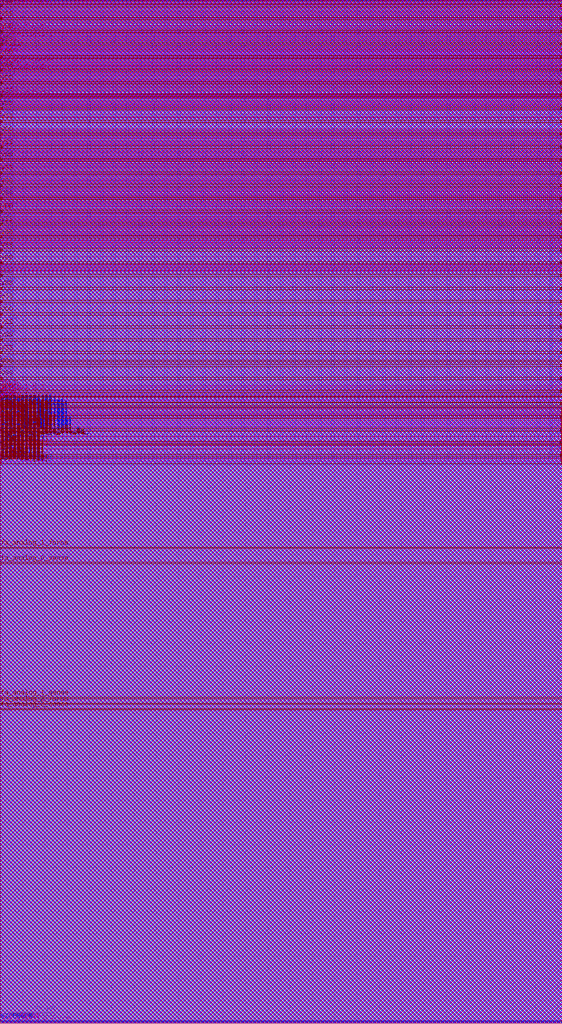
<source format=lef>
###############################################################
#  Generated by:      Cadence Innovus 22.12-s080_1
#  OS:                Linux x86_64(Host ID apcw301i-10-205-43-14.nxdi.in-awsc1.nxp.com)
#  Generated on:      Tue Aug  8 16:31:20 2023
#  Design:            CortexM3Integration
#  Command:           write_lef_abstract 1234.lef
###############################################################

VERSION 5.8 ;

BUSBITCHARS "[]" ;
DIVIDERCHAR "/" ;

MACRO CortexM3Integration
  FIXEDMASK ;
  CLASS BLOCK ;
  SIZE 504.136000 BY 917.184000 ;
  FOREIGN CortexM3Integration 0.000000 0.000000 ;
  ORIGIN 0 0 ;
  SYMMETRY X Y R90 ;
  PIN PWRUP
    DIRECTION INPUT ;
    USE SIGNAL ;
    PORT
      LAYER M6 ;
        RECT 0.000000 518.900000 0.375000 518.940000 ;
    END
  END PWRUP
  PIN ISOLATEn
    DIRECTION INPUT ;
    USE SIGNAL ;
    PORT
      LAYER M4 ;
        RECT 503.761000 518.500000 504.136000 518.540000 ;
    END
  END ISOLATEn
  PIN RETAINn
    DIRECTION INPUT ;
    USE SIGNAL ;
    PORT
      LAYER M6 ;
        RECT 503.761000 501.780000 504.136000 501.820000 ;
    END
  END RETAINn
  PIN nTRST
    DIRECTION INPUT ;
    USE SIGNAL ;
    PORT
      LAYER M6 ;
        RECT 0.000000 519.060000 0.375000 519.100000 ;
    END
  END nTRST
  PIN SWCLKTCK
    DIRECTION INPUT ;
    USE SIGNAL ;
    PORT
      LAYER M8 ;
        RECT 504.018000 518.371000 504.136000 518.557000 ;
    END
  END SWCLKTCK
  PIN SWDITMS
    DIRECTION INPUT ;
    USE SIGNAL ;
    PORT
      LAYER M2 ;
        RECT MASK 2 503.907000 518.512000 504.136000 518.544000 ;
    END
  END SWDITMS
  PIN TDI
    DIRECTION INPUT ;
    USE SIGNAL ;
    PORT
      LAYER M8 ;
        RECT 0.000000 519.073000 0.354000 519.135000 ;
    END
  END TDI
  PIN PORESETn
    DIRECTION INPUT ;
    USE SIGNAL ;
    PORT
      LAYER M8 ;
        RECT 503.782000 518.945000 504.136000 519.007000 ;
    END
  END PORESETn
  PIN SYSRESETn
    DIRECTION INPUT ;
    USE SIGNAL ;
    PORT
      LAYER M4 ;
        RECT 503.761000 517.380000 504.136000 517.420000 ;
    END
  END SYSRESETn
  PIN RSTBYPASS
    DIRECTION INPUT ;
    USE SIGNAL ;
    PORT
      LAYER M6 ;
        RECT 0.000000 519.220000 0.375000 519.260000 ;
    END
  END RSTBYPASS
  PIN CGBYPASS
    DIRECTION INPUT ;
    USE SIGNAL ;
    PORT
      LAYER M4 ;
        RECT 503.761000 501.780000 504.136000 501.820000 ;
    END
  END CGBYPASS
  PIN FCLK
    DIRECTION INPUT ;
    USE SIGNAL ;
    PORT
      LAYER M8 ;
        RECT 504.018000 561.507000 504.136000 561.693000 ;
    END
  END FCLK
  PIN HCLK
    DIRECTION INPUT ;
    USE SIGNAL ;
    PORT
      LAYER M8 ;
        RECT 504.018000 593.379000 504.136000 593.565000 ;
    END
  END HCLK
  PIN TRACECLKIN
    DIRECTION INPUT ;
    USE SIGNAL ;
    PORT
      LAYER M6 ;
        RECT 0.000000 519.380000 0.375000 519.420000 ;
    END
  END TRACECLKIN
  PIN STCLK
    DIRECTION INPUT ;
    USE SIGNAL ;
    PORT
      LAYER M8 ;
        RECT 0.000000 519.329000 0.354000 519.391000 ;
    END
  END STCLK
  PIN STCALIB[25]
    DIRECTION INPUT ;
    USE SIGNAL ;
    PORT
      LAYER M2 ;
        RECT MASK 2 503.907000 515.952000 504.136000 515.984000 ;
    END
  END STCALIB[25]
  PIN STCALIB[24]
    DIRECTION INPUT ;
    USE SIGNAL ;
    PORT
      LAYER M6 ;
        RECT 0.000000 518.100000 0.375000 518.140000 ;
    END
  END STCALIB[24]
  PIN STCALIB[23]
    DIRECTION INPUT ;
    USE SIGNAL ;
    PORT
      LAYER M8 ;
        RECT 0.000000 518.049000 0.354000 518.111000 ;
    END
  END STCALIB[23]
  PIN STCALIB[22]
    DIRECTION INPUT ;
    USE SIGNAL ;
    PORT
      LAYER M6 ;
        RECT 503.761000 516.740000 504.136000 516.780000 ;
    END
  END STCALIB[22]
  PIN STCALIB[21]
    DIRECTION INPUT ;
    USE SIGNAL ;
    PORT
      LAYER M8 ;
        RECT 503.782000 516.129000 504.136000 516.191000 ;
    END
  END STCALIB[21]
  PIN STCALIB[20]
    DIRECTION INPUT ;
    USE SIGNAL ;
    PORT
      LAYER M4 ;
        RECT 503.761000 516.740000 504.136000 516.780000 ;
    END
  END STCALIB[20]
  PIN STCALIB[19]
    DIRECTION INPUT ;
    USE SIGNAL ;
    PORT
      LAYER M6 ;
        RECT 503.761000 516.180000 504.136000 516.220000 ;
    END
  END STCALIB[19]
  PIN STCALIB[18]
    DIRECTION INPUT ;
    USE SIGNAL ;
    PORT
      LAYER M6 ;
        RECT 503.761000 518.180000 504.136000 518.220000 ;
    END
  END STCALIB[18]
  PIN STCALIB[17]
    DIRECTION INPUT ;
    USE SIGNAL ;
    PORT
      LAYER M6 ;
        RECT 0.000000 518.260000 0.375000 518.300000 ;
    END
  END STCALIB[17]
  PIN STCALIB[16]
    DIRECTION INPUT ;
    USE SIGNAL ;
    PORT
      LAYER M6 ;
        RECT 503.761000 517.380000 504.136000 517.420000 ;
    END
  END STCALIB[16]
  PIN STCALIB[15]
    DIRECTION INPUT ;
    USE SIGNAL ;
    PORT
      LAYER M2 ;
        RECT MASK 2 503.907000 519.408000 504.136000 519.440000 ;
    END
  END STCALIB[15]
  PIN STCALIB[14]
    DIRECTION INPUT ;
    USE SIGNAL ;
    PORT
      LAYER M8 ;
        RECT 0.000000 518.305000 0.354000 518.367000 ;
    END
  END STCALIB[14]
  PIN STCALIB[13]
    DIRECTION INPUT ;
    USE SIGNAL ;
    PORT
      LAYER M2 ;
        RECT MASK 2 503.907000 518.256000 504.136000 518.288000 ;
    END
  END STCALIB[13]
  PIN STCALIB[12]
    DIRECTION INPUT ;
    USE SIGNAL ;
    PORT
      LAYER M4 ;
        RECT 503.761000 518.180000 504.136000 518.220000 ;
    END
  END STCALIB[12]
  PIN STCALIB[11]
    DIRECTION INPUT ;
    USE SIGNAL ;
    PORT
      LAYER M6 ;
        RECT 0.000000 518.420000 0.375000 518.460000 ;
    END
  END STCALIB[11]
  PIN STCALIB[10]
    DIRECTION INPUT ;
    USE SIGNAL ;
    PORT
      LAYER M2 ;
        RECT MASK 2 503.907000 518.000000 504.136000 518.032000 ;
    END
  END STCALIB[10]
  PIN STCALIB[9]
    DIRECTION INPUT ;
    USE SIGNAL ;
    PORT
      LAYER M8 ;
        RECT 503.782000 517.793000 504.136000 517.855000 ;
    END
  END STCALIB[9]
  PIN STCALIB[8]
    DIRECTION INPUT ;
    USE SIGNAL ;
    PORT
      LAYER M4 ;
        RECT 503.761000 519.220000 504.136000 519.260000 ;
    END
  END STCALIB[8]
  PIN STCALIB[7]
    DIRECTION INPUT ;
    USE SIGNAL ;
    PORT
      LAYER M6 ;
        RECT 0.000000 518.580000 0.375000 518.620000 ;
    END
  END STCALIB[7]
  PIN STCALIB[6]
    DIRECTION INPUT ;
    USE SIGNAL ;
    PORT
      LAYER M8 ;
        RECT 0.000000 518.561000 0.354000 518.623000 ;
    END
  END STCALIB[6]
  PIN STCALIB[5]
    DIRECTION INPUT ;
    USE SIGNAL ;
    PORT
      LAYER M2 ;
        RECT MASK 2 503.907000 517.104000 504.136000 517.136000 ;
    END
  END STCALIB[5]
  PIN STCALIB[4]
    DIRECTION INPUT ;
    USE SIGNAL ;
    PORT
      LAYER M8 ;
        RECT 503.782000 517.281000 504.136000 517.343000 ;
    END
  END STCALIB[4]
  PIN STCALIB[3]
    DIRECTION INPUT ;
    USE SIGNAL ;
    PORT
      LAYER M8 ;
        RECT 503.782000 516.641000 504.136000 516.703000 ;
    END
  END STCALIB[3]
  PIN STCALIB[2]
    DIRECTION INPUT ;
    USE SIGNAL ;
    PORT
      LAYER M8 ;
        RECT 503.782000 519.457000 504.136000 519.519000 ;
    END
  END STCALIB[2]
  PIN STCALIB[1]
    DIRECTION INPUT ;
    USE SIGNAL ;
    PORT
      LAYER M6 ;
        RECT 0.000000 518.740000 0.375000 518.780000 ;
    END
  END STCALIB[1]
  PIN STCALIB[0]
    DIRECTION INPUT ;
    USE SIGNAL ;
    PORT
      LAYER M4 ;
        RECT 503.761000 517.860000 504.136000 517.900000 ;
    END
  END STCALIB[0]
  PIN AUXFAULT[31]
    DIRECTION INPUT ;
    USE SIGNAL ;
    PORT
      LAYER M2 ;
        RECT MASK 2 0.000000 501.744000 0.229000 501.776000 ;
    END
  END AUXFAULT[31]
  PIN AUXFAULT[30]
    DIRECTION INPUT ;
    USE SIGNAL ;
    PORT
      LAYER M4 ;
        RECT 503.761000 551.060000 504.136000 551.100000 ;
    END
  END AUXFAULT[30]
  PIN AUXFAULT[29]
    DIRECTION INPUT ;
    USE SIGNAL ;
    PORT
      LAYER M4 ;
        RECT 0.000000 501.780000 0.375000 501.820000 ;
    END
  END AUXFAULT[29]
  PIN AUXFAULT[28]
    DIRECTION INPUT ;
    USE SIGNAL ;
    PORT
      LAYER M6 ;
        RECT 0.000000 501.780000 0.375000 501.820000 ;
    END
  END AUXFAULT[28]
  PIN AUXFAULT[27]
    DIRECTION INPUT ;
    USE SIGNAL ;
    PORT
      LAYER M2 ;
        RECT MASK 1 503.907000 550.960000 504.136000 550.992000 ;
    END
  END AUXFAULT[27]
  PIN AUXFAULT[26]
    DIRECTION INPUT ;
    USE SIGNAL ;
    PORT
      LAYER M8 ;
        RECT 503.782000 550.817000 504.136000 550.879000 ;
    END
  END AUXFAULT[26]
  PIN AUXFAULT[25]
    DIRECTION INPUT ;
    USE SIGNAL ;
    PORT
      LAYER M8 ;
        RECT 0.000000 501.793000 0.354000 501.855000 ;
    END
  END AUXFAULT[25]
  PIN AUXFAULT[24]
    DIRECTION INPUT ;
    USE SIGNAL ;
    PORT
      LAYER M6 ;
        RECT 503.761000 550.820000 504.136000 550.860000 ;
    END
  END AUXFAULT[24]
  PIN AUXFAULT[23]
    DIRECTION INPUT ;
    USE SIGNAL ;
    PORT
      LAYER M2 ;
        RECT MASK 2 0.000000 501.872000 0.229000 501.904000 ;
    END
  END AUXFAULT[23]
  PIN AUXFAULT[22]
    DIRECTION INPUT ;
    USE SIGNAL ;
    PORT
      LAYER M4 ;
        RECT 503.761000 550.740000 504.136000 550.780000 ;
    END
  END AUXFAULT[22]
  PIN AUXFAULT[21]
    DIRECTION INPUT ;
    USE SIGNAL ;
    PORT
      LAYER M4 ;
        RECT 0.000000 501.940000 0.375000 501.980000 ;
    END
  END AUXFAULT[21]
  PIN AUXFAULT[20]
    DIRECTION INPUT ;
    USE SIGNAL ;
    PORT
      LAYER M6 ;
        RECT 0.000000 501.940000 0.375000 501.980000 ;
    END
  END AUXFAULT[20]
  PIN AUXFAULT[19]
    DIRECTION INPUT ;
    USE SIGNAL ;
    PORT
      LAYER M2 ;
        RECT MASK 1 503.907000 550.704000 504.136000 550.736000 ;
    END
  END AUXFAULT[19]
  PIN AUXFAULT[18]
    DIRECTION INPUT ;
    USE SIGNAL ;
    PORT
      LAYER M6 ;
        RECT 503.761000 550.500000 504.136000 550.540000 ;
    END
  END AUXFAULT[18]
  PIN AUXFAULT[17]
    DIRECTION INPUT ;
    USE SIGNAL ;
    PORT
      LAYER M2 ;
        RECT MASK 2 0.000000 502.000000 0.229000 502.032000 ;
    END
  END AUXFAULT[17]
  PIN AUXFAULT[16]
    DIRECTION INPUT ;
    USE SIGNAL ;
    PORT
      LAYER M2 ;
        RECT MASK 1 503.907000 550.448000 504.136000 550.480000 ;
    END
  END AUXFAULT[16]
  PIN AUXFAULT[15]
    DIRECTION INPUT ;
    USE SIGNAL ;
    PORT
      LAYER M4 ;
        RECT 0.000000 502.100000 0.375000 502.140000 ;
    END
  END AUXFAULT[15]
  PIN AUXFAULT[14]
    DIRECTION INPUT ;
    USE SIGNAL ;
    PORT
      LAYER M6 ;
        RECT 0.000000 502.100000 0.375000 502.140000 ;
    END
  END AUXFAULT[14]
  PIN AUXFAULT[13]
    DIRECTION INPUT ;
    USE SIGNAL ;
    PORT
      LAYER M8 ;
        RECT 0.000000 502.049000 0.354000 502.111000 ;
    END
  END AUXFAULT[13]
  PIN AUXFAULT[12]
    DIRECTION INPUT ;
    USE SIGNAL ;
    PORT
      LAYER M4 ;
        RECT 503.761000 550.420000 504.136000 550.460000 ;
    END
  END AUXFAULT[12]
  PIN AUXFAULT[11]
    DIRECTION INPUT ;
    USE SIGNAL ;
    PORT
      LAYER M8 ;
        RECT 503.782000 550.305000 504.136000 550.367000 ;
    END
  END AUXFAULT[11]
  PIN AUXFAULT[10]
    DIRECTION INPUT ;
    USE SIGNAL ;
    PORT
      LAYER M2 ;
        RECT MASK 1 503.907000 550.192000 504.136000 550.224000 ;
    END
  END AUXFAULT[10]
  PIN AUXFAULT[9]
    DIRECTION INPUT ;
    USE SIGNAL ;
    PORT
      LAYER M2 ;
        RECT MASK 2 0.000000 502.128000 0.229000 502.160000 ;
    END
  END AUXFAULT[9]
  PIN AUXFAULT[8]
    DIRECTION INPUT ;
    USE SIGNAL ;
    PORT
      LAYER M6 ;
        RECT 503.761000 550.180000 504.136000 550.220000 ;
    END
  END AUXFAULT[8]
  PIN AUXFAULT[7]
    DIRECTION INPUT ;
    USE SIGNAL ;
    PORT
      LAYER M2 ;
        RECT MASK 2 0.000000 502.256000 0.229000 502.288000 ;
    END
  END AUXFAULT[7]
  PIN AUXFAULT[6]
    DIRECTION INPUT ;
    USE SIGNAL ;
    PORT
      LAYER M4 ;
        RECT 503.761000 550.100000 504.136000 550.140000 ;
    END
  END AUXFAULT[6]
  PIN AUXFAULT[5]
    DIRECTION INPUT ;
    USE SIGNAL ;
    PORT
      LAYER M4 ;
        RECT 0.000000 502.260000 0.375000 502.300000 ;
    END
  END AUXFAULT[5]
  PIN AUXFAULT[4]
    DIRECTION INPUT ;
    USE SIGNAL ;
    PORT
      LAYER M6 ;
        RECT 0.000000 502.260000 0.375000 502.300000 ;
    END
  END AUXFAULT[4]
  PIN AUXFAULT[3]
    DIRECTION INPUT ;
    USE SIGNAL ;
    PORT
      LAYER M2 ;
        RECT MASK 1 503.907000 549.936000 504.136000 549.968000 ;
    END
  END AUXFAULT[3]
  PIN AUXFAULT[2]
    DIRECTION INPUT ;
    USE SIGNAL ;
    PORT
      LAYER M6 ;
        RECT 503.761000 549.860000 504.136000 549.900000 ;
    END
  END AUXFAULT[2]
  PIN AUXFAULT[1]
    DIRECTION INPUT ;
    USE SIGNAL ;
    PORT
      LAYER M8 ;
        RECT 0.000000 502.305000 0.354000 502.367000 ;
    END
  END AUXFAULT[1]
  PIN AUXFAULT[0]
    DIRECTION INPUT ;
    USE SIGNAL ;
    PORT
      LAYER M8 ;
        RECT 503.782000 549.793000 504.136000 549.855000 ;
    END
  END AUXFAULT[0]
  PIN BIGEND
    DIRECTION INPUT ;
    USE SIGNAL ;
    PORT
      LAYER M2 ;
        RECT MASK 2 503.907000 517.360000 504.136000 517.392000 ;
    END
  END BIGEND
  PIN INTISR[239]
    DIRECTION INPUT ;
    USE SIGNAL ;
    PORT
      LAYER M6 ;
        RECT 503.761000 533.860000 504.136000 533.900000 ;
    END
  END INTISR[239]
  PIN INTISR[238]
    DIRECTION INPUT ;
    USE SIGNAL ;
    PORT
      LAYER M2 ;
        RECT MASK 1 503.907000 533.808000 504.136000 533.840000 ;
    END
  END INTISR[238]
  PIN INTISR[237]
    DIRECTION INPUT ;
    USE SIGNAL ;
    PORT
      LAYER M6 ;
        RECT 0.000000 511.060000 0.375000 511.100000 ;
    END
  END INTISR[237]
  PIN INTISR[236]
    DIRECTION INPUT ;
    USE SIGNAL ;
    PORT
      LAYER M4 ;
        RECT 503.761000 533.780000 504.136000 533.820000 ;
    END
  END INTISR[236]
  PIN INTISR[235]
    DIRECTION INPUT ;
    USE SIGNAL ;
    PORT
      LAYER M8 ;
        RECT 503.782000 533.665000 504.136000 533.727000 ;
    END
  END INTISR[235]
  PIN INTISR[234]
    DIRECTION INPUT ;
    USE SIGNAL ;
    PORT
      LAYER M2 ;
        RECT MASK 1 503.907000 533.552000 504.136000 533.584000 ;
    END
  END INTISR[234]
  PIN INTISR[233]
    DIRECTION INPUT ;
    USE SIGNAL ;
    PORT
      LAYER M8 ;
        RECT 0.000000 511.137000 0.354000 511.199000 ;
    END
  END INTISR[233]
  PIN INTISR[232]
    DIRECTION INPUT ;
    USE SIGNAL ;
    PORT
      LAYER M6 ;
        RECT 503.761000 533.540000 504.136000 533.580000 ;
    END
  END INTISR[232]
  PIN INTISR[231]
    DIRECTION INPUT ;
    USE SIGNAL ;
    PORT
      LAYER M4 ;
        RECT 503.761000 533.460000 504.136000 533.500000 ;
    END
  END INTISR[231]
  PIN INTISR[230]
    DIRECTION INPUT ;
    USE SIGNAL ;
    PORT
      LAYER M6 ;
        RECT 0.000000 511.220000 0.375000 511.260000 ;
    END
  END INTISR[230]
  PIN INTISR[229]
    DIRECTION INPUT ;
    USE SIGNAL ;
    PORT
      LAYER M2 ;
        RECT MASK 1 503.907000 533.296000 504.136000 533.328000 ;
    END
  END INTISR[229]
  PIN INTISR[228]
    DIRECTION INPUT ;
    USE SIGNAL ;
    PORT
      LAYER M6 ;
        RECT 503.761000 533.220000 504.136000 533.260000 ;
    END
  END INTISR[228]
  PIN INTISR[227]
    DIRECTION INPUT ;
    USE SIGNAL ;
    PORT
      LAYER M8 ;
        RECT 503.782000 533.153000 504.136000 533.215000 ;
    END
  END INTISR[227]
  PIN INTISR[226]
    DIRECTION INPUT ;
    USE SIGNAL ;
    PORT
      LAYER M6 ;
        RECT 0.000000 511.380000 0.375000 511.420000 ;
    END
  END INTISR[226]
  PIN INTISR[225]
    DIRECTION INPUT ;
    USE SIGNAL ;
    PORT
      LAYER M4 ;
        RECT 503.761000 533.140000 504.136000 533.180000 ;
    END
  END INTISR[225]
  PIN INTISR[224]
    DIRECTION INPUT ;
    USE SIGNAL ;
    PORT
      LAYER M2 ;
        RECT MASK 1 503.907000 533.040000 504.136000 533.072000 ;
    END
  END INTISR[224]
  PIN INTISR[223]
    DIRECTION INPUT ;
    USE SIGNAL ;
    PORT
      LAYER M8 ;
        RECT 0.000000 511.393000 0.354000 511.455000 ;
    END
  END INTISR[223]
  PIN INTISR[222]
    DIRECTION INPUT ;
    USE SIGNAL ;
    PORT
      LAYER M2 ;
        RECT MASK 1 503.907000 534.064000 504.136000 534.096000 ;
    END
  END INTISR[222]
  PIN INTISR[221]
    DIRECTION INPUT ;
    USE SIGNAL ;
    PORT
      LAYER M2 ;
        RECT MASK 1 503.907000 532.016000 504.136000 532.048000 ;
    END
  END INTISR[221]
  PIN INTISR[220]
    DIRECTION INPUT ;
    USE SIGNAL ;
    PORT
      LAYER M6 ;
        RECT 0.000000 511.540000 0.375000 511.580000 ;
    END
  END INTISR[220]
  PIN INTISR[219]
    DIRECTION INPUT ;
    USE SIGNAL ;
    PORT
      LAYER M6 ;
        RECT 503.761000 531.940000 504.136000 531.980000 ;
    END
  END INTISR[219]
  PIN INTISR[218]
    DIRECTION INPUT ;
    USE SIGNAL ;
    PORT
      LAYER M4 ;
        RECT 503.761000 531.860000 504.136000 531.900000 ;
    END
  END INTISR[218]
  PIN INTISR[217]
    DIRECTION INPUT ;
    USE SIGNAL ;
    PORT
      LAYER M2 ;
        RECT MASK 1 503.907000 531.760000 504.136000 531.792000 ;
    END
  END INTISR[217]
  PIN INTISR[216]
    DIRECTION INPUT ;
    USE SIGNAL ;
    PORT
      LAYER M6 ;
        RECT 0.000000 511.700000 0.375000 511.740000 ;
    END
  END INTISR[216]
  PIN INTISR[215]
    DIRECTION INPUT ;
    USE SIGNAL ;
    PORT
      LAYER M8 ;
        RECT 0.000000 511.649000 0.354000 511.711000 ;
    END
  END INTISR[215]
  PIN INTISR[214]
    DIRECTION INPUT ;
    USE SIGNAL ;
    PORT
      LAYER M6 ;
        RECT 503.761000 531.620000 504.136000 531.660000 ;
    END
  END INTISR[214]
  PIN INTISR[213]
    DIRECTION INPUT ;
    USE SIGNAL ;
    PORT
      LAYER M4 ;
        RECT 503.761000 531.540000 504.136000 531.580000 ;
    END
  END INTISR[213]
  PIN INTISR[212]
    DIRECTION INPUT ;
    USE SIGNAL ;
    PORT
      LAYER M2 ;
        RECT MASK 1 503.907000 531.504000 504.136000 531.536000 ;
    END
  END INTISR[212]
  PIN INTISR[211]
    DIRECTION INPUT ;
    USE SIGNAL ;
    PORT
      LAYER M6 ;
        RECT 503.761000 531.300000 504.136000 531.340000 ;
    END
  END INTISR[211]
  PIN INTISR[210]
    DIRECTION INPUT ;
    USE SIGNAL ;
    PORT
      LAYER M2 ;
        RECT MASK 1 503.907000 531.248000 504.136000 531.280000 ;
    END
  END INTISR[210]
  PIN INTISR[209]
    DIRECTION INPUT ;
    USE SIGNAL ;
    PORT
      LAYER M6 ;
        RECT 0.000000 511.860000 0.375000 511.900000 ;
    END
  END INTISR[209]
  PIN INTISR[208]
    DIRECTION INPUT ;
    USE SIGNAL ;
    PORT
      LAYER M6 ;
        RECT 503.761000 513.620000 504.136000 513.660000 ;
    END
  END INTISR[208]
  PIN INTISR[207]
    DIRECTION INPUT ;
    USE SIGNAL ;
    PORT
      LAYER M2 ;
        RECT MASK 2 503.907000 513.392000 504.136000 513.424000 ;
    END
  END INTISR[207]
  PIN INTISR[206]
    DIRECTION INPUT ;
    USE SIGNAL ;
    PORT
      LAYER M8 ;
        RECT 0.000000 511.905000 0.354000 511.967000 ;
    END
  END INTISR[206]
  PIN INTISR[205]
    DIRECTION INPUT ;
    USE SIGNAL ;
    PORT
      LAYER M6 ;
        RECT 503.761000 513.300000 504.136000 513.340000 ;
    END
  END INTISR[205]
  PIN INTISR[204]
    DIRECTION INPUT ;
    USE SIGNAL ;
    PORT
      LAYER M8 ;
        RECT 503.782000 513.185000 504.136000 513.247000 ;
    END
  END INTISR[204]
  PIN INTISR[203]
    DIRECTION INPUT ;
    USE SIGNAL ;
    PORT
      LAYER M6 ;
        RECT 0.000000 512.020000 0.375000 512.060000 ;
    END
  END INTISR[203]
  PIN INTISR[202]
    DIRECTION INPUT ;
    USE SIGNAL ;
    PORT
      LAYER M6 ;
        RECT 503.761000 512.980000 504.136000 513.020000 ;
    END
  END INTISR[202]
  PIN INTISR[201]
    DIRECTION INPUT ;
    USE SIGNAL ;
    PORT
      LAYER M2 ;
        RECT MASK 2 503.907000 512.752000 504.136000 512.784000 ;
    END
  END INTISR[201]
  PIN INTISR[200]
    DIRECTION INPUT ;
    USE SIGNAL ;
    PORT
      LAYER M8 ;
        RECT 503.782000 512.673000 504.136000 512.735000 ;
    END
  END INTISR[200]
  PIN INTISR[199]
    DIRECTION INPUT ;
    USE SIGNAL ;
    PORT
      LAYER M6 ;
        RECT 0.000000 512.180000 0.375000 512.220000 ;
    END
  END INTISR[199]
  PIN INTISR[198]
    DIRECTION INPUT ;
    USE SIGNAL ;
    PORT
      LAYER M8 ;
        RECT 0.000000 512.161000 0.354000 512.223000 ;
    END
  END INTISR[198]
  PIN INTISR[197]
    DIRECTION INPUT ;
    USE SIGNAL ;
    PORT
      LAYER M6 ;
        RECT 503.761000 512.660000 504.136000 512.700000 ;
    END
  END INTISR[197]
  PIN INTISR[196]
    DIRECTION INPUT ;
    USE SIGNAL ;
    PORT
      LAYER M4 ;
        RECT 503.761000 512.660000 504.136000 512.700000 ;
    END
  END INTISR[196]
  PIN INTISR[195]
    DIRECTION INPUT ;
    USE SIGNAL ;
    PORT
      LAYER M2 ;
        RECT MASK 2 503.907000 512.496000 504.136000 512.528000 ;
    END
  END INTISR[195]
  PIN INTISR[194]
    DIRECTION INPUT ;
    USE SIGNAL ;
    PORT
      LAYER M6 ;
        RECT 503.761000 512.340000 504.136000 512.380000 ;
    END
  END INTISR[194]
  PIN INTISR[193]
    DIRECTION INPUT ;
    USE SIGNAL ;
    PORT
      LAYER M6 ;
        RECT 0.000000 512.340000 0.375000 512.380000 ;
    END
  END INTISR[193]
  PIN INTISR[192]
    DIRECTION INPUT ;
    USE SIGNAL ;
    PORT
      LAYER M6 ;
        RECT 503.761000 512.020000 504.136000 512.060000 ;
    END
  END INTISR[192]
  PIN INTISR[191]
    DIRECTION INPUT ;
    USE SIGNAL ;
    PORT
      LAYER M4 ;
        RECT 503.761000 512.020000 504.136000 512.060000 ;
    END
  END INTISR[191]
  PIN INTISR[190]
    DIRECTION INPUT ;
    USE SIGNAL ;
    PORT
      LAYER M2 ;
        RECT MASK 2 503.907000 511.984000 504.136000 512.016000 ;
    END
  END INTISR[190]
  PIN INTISR[189]
    DIRECTION INPUT ;
    USE SIGNAL ;
    PORT
      LAYER M8 ;
        RECT 0.000000 512.417000 0.354000 512.479000 ;
    END
  END INTISR[189]
  PIN INTISR[188]
    DIRECTION INPUT ;
    USE SIGNAL ;
    PORT
      LAYER M2 ;
        RECT MASK 2 503.907000 511.728000 504.136000 511.760000 ;
    END
  END INTISR[188]
  PIN INTISR[187]
    DIRECTION INPUT ;
    USE SIGNAL ;
    PORT
      LAYER M6 ;
        RECT 503.761000 511.700000 504.136000 511.740000 ;
    END
  END INTISR[187]
  PIN INTISR[186]
    DIRECTION INPUT ;
    USE SIGNAL ;
    PORT
      LAYER M6 ;
        RECT 0.000000 512.500000 0.375000 512.540000 ;
    END
  END INTISR[186]
  PIN INTISR[185]
    DIRECTION INPUT ;
    USE SIGNAL ;
    PORT
      LAYER M4 ;
        RECT 503.761000 511.700000 504.136000 511.740000 ;
    END
  END INTISR[185]
  PIN INTISR[184]
    DIRECTION INPUT ;
    USE SIGNAL ;
    PORT
      LAYER M8 ;
        RECT 503.782000 511.649000 504.136000 511.711000 ;
    END
  END INTISR[184]
  PIN INTISR[183]
    DIRECTION INPUT ;
    USE SIGNAL ;
    PORT
      LAYER M2 ;
        RECT MASK 2 503.907000 511.472000 504.136000 511.504000 ;
    END
  END INTISR[183]
  PIN INTISR[182]
    DIRECTION INPUT ;
    USE SIGNAL ;
    PORT
      LAYER M6 ;
        RECT 0.000000 512.660000 0.375000 512.700000 ;
    END
  END INTISR[182]
  PIN INTISR[181]
    DIRECTION INPUT ;
    USE SIGNAL ;
    PORT
      LAYER M6 ;
        RECT 503.761000 511.380000 504.136000 511.420000 ;
    END
  END INTISR[181]
  PIN INTISR[180]
    DIRECTION INPUT ;
    USE SIGNAL ;
    PORT
      LAYER M4 ;
        RECT 503.761000 511.380000 504.136000 511.420000 ;
    END
  END INTISR[180]
  PIN INTISR[179]
    DIRECTION INPUT ;
    USE SIGNAL ;
    PORT
      LAYER M8 ;
        RECT 0.000000 512.673000 0.354000 512.735000 ;
    END
  END INTISR[179]
  PIN INTISR[178]
    DIRECTION INPUT ;
    USE SIGNAL ;
    PORT
      LAYER M2 ;
        RECT MASK 2 503.907000 511.216000 504.136000 511.248000 ;
    END
  END INTISR[178]
  PIN INTISR[177]
    DIRECTION INPUT ;
    USE SIGNAL ;
    PORT
      LAYER M8 ;
        RECT 503.782000 511.137000 504.136000 511.199000 ;
    END
  END INTISR[177]
  PIN INTISR[176]
    DIRECTION INPUT ;
    USE SIGNAL ;
    PORT
      LAYER M6 ;
        RECT 0.000000 512.820000 0.375000 512.860000 ;
    END
  END INTISR[176]
  PIN INTISR[175]
    DIRECTION INPUT ;
    USE SIGNAL ;
    PORT
      LAYER M6 ;
        RECT 503.761000 511.060000 504.136000 511.100000 ;
    END
  END INTISR[175]
  PIN INTISR[174]
    DIRECTION INPUT ;
    USE SIGNAL ;
    PORT
      LAYER M4 ;
        RECT 503.761000 511.060000 504.136000 511.100000 ;
    END
  END INTISR[174]
  PIN INTISR[173]
    DIRECTION INPUT ;
    USE SIGNAL ;
    PORT
      LAYER M2 ;
        RECT MASK 2 503.907000 510.960000 504.136000 510.992000 ;
    END
  END INTISR[173]
  PIN INTISR[172]
    DIRECTION INPUT ;
    USE SIGNAL ;
    PORT
      LAYER M6 ;
        RECT 0.000000 512.980000 0.375000 513.020000 ;
    END
  END INTISR[172]
  PIN INTISR[171]
    DIRECTION INPUT ;
    USE SIGNAL ;
    PORT
      LAYER M8 ;
        RECT 0.000000 512.929000 0.354000 512.991000 ;
    END
  END INTISR[171]
  PIN INTISR[170]
    DIRECTION INPUT ;
    USE SIGNAL ;
    PORT
      LAYER M6 ;
        RECT 503.761000 510.740000 504.136000 510.780000 ;
    END
  END INTISR[170]
  PIN INTISR[169]
    DIRECTION INPUT ;
    USE SIGNAL ;
    PORT
      LAYER M4 ;
        RECT 503.761000 510.740000 504.136000 510.780000 ;
    END
  END INTISR[169]
  PIN INTISR[168]
    DIRECTION INPUT ;
    USE SIGNAL ;
    PORT
      LAYER M2 ;
        RECT MASK 2 503.907000 510.704000 504.136000 510.736000 ;
    END
  END INTISR[168]
  PIN INTISR[167]
    DIRECTION INPUT ;
    USE SIGNAL ;
    PORT
      LAYER M8 ;
        RECT 503.782000 510.625000 504.136000 510.687000 ;
    END
  END INTISR[167]
  PIN INTISR[166]
    DIRECTION INPUT ;
    USE SIGNAL ;
    PORT
      LAYER M2 ;
        RECT MASK 2 503.907000 510.448000 504.136000 510.480000 ;
    END
  END INTISR[166]
  PIN INTISR[165]
    DIRECTION INPUT ;
    USE SIGNAL ;
    PORT
      LAYER M6 ;
        RECT 0.000000 513.140000 0.375000 513.180000 ;
    END
  END INTISR[165]
  PIN INTISR[164]
    DIRECTION INPUT ;
    USE SIGNAL ;
    PORT
      LAYER M6 ;
        RECT 503.761000 510.420000 504.136000 510.460000 ;
    END
  END INTISR[164]
  PIN INTISR[163]
    DIRECTION INPUT ;
    USE SIGNAL ;
    PORT
      LAYER M4 ;
        RECT 503.761000 510.420000 504.136000 510.460000 ;
    END
  END INTISR[163]
  PIN INTISR[162]
    DIRECTION INPUT ;
    USE SIGNAL ;
    PORT
      LAYER M8 ;
        RECT 0.000000 513.185000 0.354000 513.247000 ;
    END
  END INTISR[162]
  PIN INTISR[161]
    DIRECTION INPUT ;
    USE SIGNAL ;
    PORT
      LAYER M8 ;
        RECT 503.782000 512.161000 504.136000 512.223000 ;
    END
  END INTISR[161]
  PIN INTISR[160]
    DIRECTION INPUT ;
    USE SIGNAL ;
    PORT
      LAYER M2 ;
        RECT MASK 2 503.907000 510.192000 504.136000 510.224000 ;
    END
  END INTISR[160]
  PIN INTISR[159]
    DIRECTION INPUT ;
    USE SIGNAL ;
    PORT
      LAYER M6 ;
        RECT 0.000000 513.300000 0.375000 513.340000 ;
    END
  END INTISR[159]
  PIN INTISR[158]
    DIRECTION INPUT ;
    USE SIGNAL ;
    PORT
      LAYER M8 ;
        RECT 503.782000 510.113000 504.136000 510.175000 ;
    END
  END INTISR[158]
  PIN INTISR[157]
    DIRECTION INPUT ;
    USE SIGNAL ;
    PORT
      LAYER M6 ;
        RECT 503.761000 510.100000 504.136000 510.140000 ;
    END
  END INTISR[157]
  PIN INTISR[156]
    DIRECTION INPUT ;
    USE SIGNAL ;
    PORT
      LAYER M4 ;
        RECT 503.761000 510.100000 504.136000 510.140000 ;
    END
  END INTISR[156]
  PIN INTISR[155]
    DIRECTION INPUT ;
    USE SIGNAL ;
    PORT
      LAYER M6 ;
        RECT 0.000000 513.460000 0.375000 513.500000 ;
    END
  END INTISR[155]
  PIN INTISR[154]
    DIRECTION INPUT ;
    USE SIGNAL ;
    PORT
      LAYER M8 ;
        RECT 0.000000 513.441000 0.354000 513.503000 ;
    END
  END INTISR[154]
  PIN INTISR[153]
    DIRECTION INPUT ;
    USE SIGNAL ;
    PORT
      LAYER M2 ;
        RECT MASK 2 503.907000 509.936000 504.136000 509.968000 ;
    END
  END INTISR[153]
  PIN INTISR[152]
    DIRECTION INPUT ;
    USE SIGNAL ;
    PORT
      LAYER M6 ;
        RECT 503.761000 509.780000 504.136000 509.820000 ;
    END
  END INTISR[152]
  PIN INTISR[151]
    DIRECTION INPUT ;
    USE SIGNAL ;
    PORT
      LAYER M4 ;
        RECT 503.761000 509.780000 504.136000 509.820000 ;
    END
  END INTISR[151]
  PIN INTISR[150]
    DIRECTION INPUT ;
    USE SIGNAL ;
    PORT
      LAYER M2 ;
        RECT MASK 2 503.907000 509.680000 504.136000 509.712000 ;
    END
  END INTISR[150]
  PIN INTISR[149]
    DIRECTION INPUT ;
    USE SIGNAL ;
    PORT
      LAYER M6 ;
        RECT 0.000000 513.620000 0.375000 513.660000 ;
    END
  END INTISR[149]
  PIN INTISR[148]
    DIRECTION INPUT ;
    USE SIGNAL ;
    PORT
      LAYER M8 ;
        RECT 503.782000 509.601000 504.136000 509.663000 ;
    END
  END INTISR[148]
  PIN INTISR[147]
    DIRECTION INPUT ;
    USE SIGNAL ;
    PORT
      LAYER M6 ;
        RECT 503.761000 509.460000 504.136000 509.500000 ;
    END
  END INTISR[147]
  PIN INTISR[146]
    DIRECTION INPUT ;
    USE SIGNAL ;
    PORT
      LAYER M4 ;
        RECT 503.761000 509.460000 504.136000 509.500000 ;
    END
  END INTISR[146]
  PIN INTISR[145]
    DIRECTION INPUT ;
    USE SIGNAL ;
    PORT
      LAYER M8 ;
        RECT 0.000000 513.697000 0.354000 513.759000 ;
    END
  END INTISR[145]
  PIN INTISR[144]
    DIRECTION INPUT ;
    USE SIGNAL ;
    PORT
      LAYER M2 ;
        RECT MASK 2 503.907000 509.424000 504.136000 509.456000 ;
    END
  END INTISR[144]
  PIN INTISR[143]
    DIRECTION INPUT ;
    USE SIGNAL ;
    PORT
      LAYER M2 ;
        RECT MASK 2 503.907000 509.168000 504.136000 509.200000 ;
    END
  END INTISR[143]
  PIN INTISR[142]
    DIRECTION INPUT ;
    USE SIGNAL ;
    PORT
      LAYER M6 ;
        RECT 0.000000 513.780000 0.375000 513.820000 ;
    END
  END INTISR[142]
  PIN INTISR[141]
    DIRECTION INPUT ;
    USE SIGNAL ;
    PORT
      LAYER M6 ;
        RECT 503.761000 509.140000 504.136000 509.180000 ;
    END
  END INTISR[141]
  PIN INTISR[140]
    DIRECTION INPUT ;
    USE SIGNAL ;
    PORT
      LAYER M4 ;
        RECT 503.761000 509.140000 504.136000 509.180000 ;
    END
  END INTISR[140]
  PIN INTISR[139]
    DIRECTION INPUT ;
    USE SIGNAL ;
    PORT
      LAYER M2 ;
        RECT MASK 2 503.907000 508.912000 504.136000 508.944000 ;
    END
  END INTISR[139]
  PIN INTISR[138]
    DIRECTION INPUT ;
    USE SIGNAL ;
    PORT
      LAYER M6 ;
        RECT 0.000000 513.940000 0.375000 513.980000 ;
    END
  END INTISR[138]
  PIN INTISR[137]
    DIRECTION INPUT ;
    USE SIGNAL ;
    PORT
      LAYER M6 ;
        RECT 503.761000 508.820000 504.136000 508.860000 ;
    END
  END INTISR[137]
  PIN INTISR[136]
    DIRECTION INPUT ;
    USE SIGNAL ;
    PORT
      LAYER M4 ;
        RECT 503.761000 508.820000 504.136000 508.860000 ;
    END
  END INTISR[136]
  PIN INTISR[135]
    DIRECTION INPUT ;
    USE SIGNAL ;
    PORT
      LAYER M8 ;
        RECT 0.000000 513.953000 0.354000 514.015000 ;
    END
  END INTISR[135]
  PIN INTISR[134]
    DIRECTION INPUT ;
    USE SIGNAL ;
    PORT
      LAYER M2 ;
        RECT MASK 2 503.907000 508.656000 504.136000 508.688000 ;
    END
  END INTISR[134]
  PIN INTISR[133]
    DIRECTION INPUT ;
    USE SIGNAL ;
    PORT
      LAYER M6 ;
        RECT 503.761000 508.500000 504.136000 508.540000 ;
    END
  END INTISR[133]
  PIN INTISR[132]
    DIRECTION INPUT ;
    USE SIGNAL ;
    PORT
      LAYER M6 ;
        RECT 0.000000 514.100000 0.375000 514.140000 ;
    END
  END INTISR[132]
  PIN INTISR[131]
    DIRECTION INPUT ;
    USE SIGNAL ;
    PORT
      LAYER M4 ;
        RECT 503.761000 512.340000 504.136000 512.380000 ;
    END
  END INTISR[131]
  PIN INTISR[130]
    DIRECTION INPUT ;
    USE SIGNAL ;
    PORT
      LAYER M2 ;
        RECT MASK 2 503.907000 512.240000 504.136000 512.272000 ;
    END
  END INTISR[130]
  PIN INTISR[129]
    DIRECTION INPUT ;
    USE SIGNAL ;
    PORT
      LAYER M2 ;
        RECT MASK 2 503.907000 508.400000 504.136000 508.432000 ;
    END
  END INTISR[129]
  PIN INTISR[128]
    DIRECTION INPUT ;
    USE SIGNAL ;
    PORT
      LAYER M6 ;
        RECT 0.000000 514.260000 0.375000 514.300000 ;
    END
  END INTISR[128]
  PIN INTISR[127]
    DIRECTION INPUT ;
    USE SIGNAL ;
    PORT
      LAYER M8 ;
        RECT 0.000000 514.209000 0.354000 514.271000 ;
    END
  END INTISR[127]
  PIN INTISR[126]
    DIRECTION INPUT ;
    USE SIGNAL ;
    PORT
      LAYER M6 ;
        RECT 503.761000 508.180000 504.136000 508.220000 ;
    END
  END INTISR[126]
  PIN INTISR[125]
    DIRECTION INPUT ;
    USE SIGNAL ;
    PORT
      LAYER M4 ;
        RECT 503.761000 508.180000 504.136000 508.220000 ;
    END
  END INTISR[125]
  PIN INTISR[124]
    DIRECTION INPUT ;
    USE SIGNAL ;
    PORT
      LAYER M2 ;
        RECT MASK 2 503.907000 508.144000 504.136000 508.176000 ;
    END
  END INTISR[124]
  PIN INTISR[123]
    DIRECTION INPUT ;
    USE SIGNAL ;
    PORT
      LAYER M8 ;
        RECT 503.782000 507.937000 504.136000 507.999000 ;
    END
  END INTISR[123]
  PIN INTISR[122]
    DIRECTION INPUT ;
    USE SIGNAL ;
    PORT
      LAYER M2 ;
        RECT MASK 2 503.907000 507.888000 504.136000 507.920000 ;
    END
  END INTISR[122]
  PIN INTISR[121]
    DIRECTION INPUT ;
    USE SIGNAL ;
    PORT
      LAYER M6 ;
        RECT 0.000000 514.420000 0.375000 514.460000 ;
    END
  END INTISR[121]
  PIN INTISR[120]
    DIRECTION INPUT ;
    USE SIGNAL ;
    PORT
      LAYER M6 ;
        RECT 503.761000 507.860000 504.136000 507.900000 ;
    END
  END INTISR[120]
  PIN INTISR[119]
    DIRECTION INPUT ;
    USE SIGNAL ;
    PORT
      LAYER M4 ;
        RECT 503.761000 507.860000 504.136000 507.900000 ;
    END
  END INTISR[119]
  PIN INTISR[118]
    DIRECTION INPUT ;
    USE SIGNAL ;
    PORT
      LAYER M8 ;
        RECT 0.000000 514.465000 0.354000 514.527000 ;
    END
  END INTISR[118]
  PIN INTISR[117]
    DIRECTION INPUT ;
    USE SIGNAL ;
    PORT
      LAYER M2 ;
        RECT MASK 2 503.907000 507.632000 504.136000 507.664000 ;
    END
  END INTISR[117]
  PIN INTISR[116]
    DIRECTION INPUT ;
    USE SIGNAL ;
    PORT
      LAYER M6 ;
        RECT 503.761000 507.540000 504.136000 507.580000 ;
    END
  END INTISR[116]
  PIN INTISR[115]
    DIRECTION INPUT ;
    USE SIGNAL ;
    PORT
      LAYER M6 ;
        RECT 0.000000 514.580000 0.375000 514.620000 ;
    END
  END INTISR[115]
  PIN INTISR[114]
    DIRECTION INPUT ;
    USE SIGNAL ;
    PORT
      LAYER M4 ;
        RECT 503.761000 507.540000 504.136000 507.580000 ;
    END
  END INTISR[114]
  PIN INTISR[113]
    DIRECTION INPUT ;
    USE SIGNAL ;
    PORT
      LAYER M8 ;
        RECT 503.782000 507.425000 504.136000 507.487000 ;
    END
  END INTISR[113]
  PIN INTISR[112]
    DIRECTION INPUT ;
    USE SIGNAL ;
    PORT
      LAYER M2 ;
        RECT MASK 2 503.907000 507.376000 504.136000 507.408000 ;
    END
  END INTISR[112]
  PIN INTISR[111]
    DIRECTION INPUT ;
    USE SIGNAL ;
    PORT
      LAYER M6 ;
        RECT 0.000000 514.740000 0.375000 514.780000 ;
    END
  END INTISR[111]
  PIN INTISR[110]
    DIRECTION INPUT ;
    USE SIGNAL ;
    PORT
      LAYER M8 ;
        RECT 0.000000 514.721000 0.354000 514.783000 ;
    END
  END INTISR[110]
  PIN INTISR[109]
    DIRECTION INPUT ;
    USE SIGNAL ;
    PORT
      LAYER M6 ;
        RECT 503.761000 507.220000 504.136000 507.260000 ;
    END
  END INTISR[109]
  PIN INTISR[108]
    DIRECTION INPUT ;
    USE SIGNAL ;
    PORT
      LAYER M4 ;
        RECT 503.761000 507.220000 504.136000 507.260000 ;
    END
  END INTISR[108]
  PIN INTISR[107]
    DIRECTION INPUT ;
    USE SIGNAL ;
    PORT
      LAYER M2 ;
        RECT MASK 2 503.907000 507.120000 504.136000 507.152000 ;
    END
  END INTISR[107]
  PIN INTISR[106]
    DIRECTION INPUT ;
    USE SIGNAL ;
    PORT
      LAYER M8 ;
        RECT 503.782000 506.913000 504.136000 506.975000 ;
    END
  END INTISR[106]
  PIN INTISR[105]
    DIRECTION INPUT ;
    USE SIGNAL ;
    PORT
      LAYER M6 ;
        RECT 0.000000 514.900000 0.375000 514.940000 ;
    END
  END INTISR[105]
  PIN INTISR[104]
    DIRECTION INPUT ;
    USE SIGNAL ;
    PORT
      LAYER M6 ;
        RECT 503.761000 506.900000 504.136000 506.940000 ;
    END
  END INTISR[104]
  PIN INTISR[103]
    DIRECTION INPUT ;
    USE SIGNAL ;
    PORT
      LAYER M4 ;
        RECT 503.761000 506.900000 504.136000 506.940000 ;
    END
  END INTISR[103]
  PIN INTISR[102]
    DIRECTION INPUT ;
    USE SIGNAL ;
    PORT
      LAYER M2 ;
        RECT MASK 2 503.907000 506.864000 504.136000 506.896000 ;
    END
  END INTISR[102]
  PIN INTISR[101]
    DIRECTION INPUT ;
    USE SIGNAL ;
    PORT
      LAYER M8 ;
        RECT 0.000000 514.977000 0.354000 515.039000 ;
    END
  END INTISR[101]
  PIN INTISR[100]
    DIRECTION INPUT ;
    USE SIGNAL ;
    PORT
      LAYER M4 ;
        RECT 503.761000 508.500000 504.136000 508.540000 ;
    END
  END INTISR[100]
  PIN INTISR[99]
    DIRECTION INPUT ;
    USE SIGNAL ;
    PORT
      LAYER M2 ;
        RECT MASK 2 503.907000 506.608000 504.136000 506.640000 ;
    END
  END INTISR[99]
  PIN INTISR[98]
    DIRECTION INPUT ;
    USE SIGNAL ;
    PORT
      LAYER M6 ;
        RECT 0.000000 515.060000 0.375000 515.100000 ;
    END
  END INTISR[98]
  PIN INTISR[97]
    DIRECTION INPUT ;
    USE SIGNAL ;
    PORT
      LAYER M6 ;
        RECT 503.761000 506.580000 504.136000 506.620000 ;
    END
  END INTISR[97]
  PIN INTISR[96]
    DIRECTION INPUT ;
    USE SIGNAL ;
    PORT
      LAYER M4 ;
        RECT 503.761000 506.580000 504.136000 506.620000 ;
    END
  END INTISR[96]
  PIN INTISR[95]
    DIRECTION INPUT ;
    USE SIGNAL ;
    PORT
      LAYER M8 ;
        RECT 503.782000 506.401000 504.136000 506.463000 ;
    END
  END INTISR[95]
  PIN INTISR[94]
    DIRECTION INPUT ;
    USE SIGNAL ;
    PORT
      LAYER M6 ;
        RECT 0.000000 515.220000 0.375000 515.260000 ;
    END
  END INTISR[94]
  PIN INTISR[93]
    DIRECTION INPUT ;
    USE SIGNAL ;
    PORT
      LAYER M2 ;
        RECT MASK 2 503.907000 506.352000 504.136000 506.384000 ;
    END
  END INTISR[93]
  PIN INTISR[92]
    DIRECTION INPUT ;
    USE SIGNAL ;
    PORT
      LAYER M6 ;
        RECT 503.761000 506.260000 504.136000 506.300000 ;
    END
  END INTISR[92]
  PIN INTISR[91]
    DIRECTION INPUT ;
    USE SIGNAL ;
    PORT
      LAYER M8 ;
        RECT 0.000000 515.233000 0.354000 515.295000 ;
    END
  END INTISR[91]
  PIN INTISR[90]
    DIRECTION INPUT ;
    USE SIGNAL ;
    PORT
      LAYER M4 ;
        RECT 503.761000 506.260000 504.136000 506.300000 ;
    END
  END INTISR[90]
  PIN INTISR[89]
    DIRECTION INPUT ;
    USE SIGNAL ;
    PORT
      LAYER M2 ;
        RECT MASK 2 503.907000 506.096000 504.136000 506.128000 ;
    END
  END INTISR[89]
  PIN INTISR[88]
    DIRECTION INPUT ;
    USE SIGNAL ;
    PORT
      LAYER M6 ;
        RECT 0.000000 515.380000 0.375000 515.420000 ;
    END
  END INTISR[88]
  PIN INTISR[87]
    DIRECTION INPUT ;
    USE SIGNAL ;
    PORT
      LAYER M6 ;
        RECT 503.761000 505.940000 504.136000 505.980000 ;
    END
  END INTISR[87]
  PIN INTISR[86]
    DIRECTION INPUT ;
    USE SIGNAL ;
    PORT
      LAYER M4 ;
        RECT 503.761000 505.940000 504.136000 505.980000 ;
    END
  END INTISR[86]
  PIN INTISR[85]
    DIRECTION INPUT ;
    USE SIGNAL ;
    PORT
      LAYER M8 ;
        RECT 503.782000 505.889000 504.136000 505.951000 ;
    END
  END INTISR[85]
  PIN INTISR[84]
    DIRECTION INPUT ;
    USE SIGNAL ;
    PORT
      LAYER M6 ;
        RECT 0.000000 515.540000 0.375000 515.580000 ;
    END
  END INTISR[84]
  PIN INTISR[83]
    DIRECTION INPUT ;
    USE SIGNAL ;
    PORT
      LAYER M8 ;
        RECT 0.000000 515.489000 0.354000 515.551000 ;
    END
  END INTISR[83]
  PIN INTISR[82]
    DIRECTION INPUT ;
    USE SIGNAL ;
    PORT
      LAYER M2 ;
        RECT MASK 2 503.907000 505.840000 504.136000 505.872000 ;
    END
  END INTISR[82]
  PIN INTISR[81]
    DIRECTION INPUT ;
    USE SIGNAL ;
    PORT
      LAYER M6 ;
        RECT 503.761000 505.620000 504.136000 505.660000 ;
    END
  END INTISR[81]
  PIN INTISR[80]
    DIRECTION INPUT ;
    USE SIGNAL ;
    PORT
      LAYER M4 ;
        RECT 503.761000 505.620000 504.136000 505.660000 ;
    END
  END INTISR[80]
  PIN INTISR[79]
    DIRECTION INPUT ;
    USE SIGNAL ;
    PORT
      LAYER M2 ;
        RECT MASK 2 503.907000 505.584000 504.136000 505.616000 ;
    END
  END INTISR[79]
  PIN INTISR[78]
    DIRECTION INPUT ;
    USE SIGNAL ;
    PORT
      LAYER M8 ;
        RECT 503.782000 505.377000 504.136000 505.439000 ;
    END
  END INTISR[78]
  PIN INTISR[77]
    DIRECTION INPUT ;
    USE SIGNAL ;
    PORT
      LAYER M6 ;
        RECT 0.000000 515.700000 0.375000 515.740000 ;
    END
  END INTISR[77]
  PIN INTISR[76]
    DIRECTION INPUT ;
    USE SIGNAL ;
    PORT
      LAYER M2 ;
        RECT MASK 2 503.907000 505.328000 504.136000 505.360000 ;
    END
  END INTISR[76]
  PIN INTISR[75]
    DIRECTION INPUT ;
    USE SIGNAL ;
    PORT
      LAYER M6 ;
        RECT 503.761000 505.300000 504.136000 505.340000 ;
    END
  END INTISR[75]
  PIN INTISR[74]
    DIRECTION INPUT ;
    USE SIGNAL ;
    PORT
      LAYER M8 ;
        RECT 0.000000 515.745000 0.354000 515.807000 ;
    END
  END INTISR[74]
  PIN INTISR[73]
    DIRECTION INPUT ;
    USE SIGNAL ;
    PORT
      LAYER M4 ;
        RECT 503.761000 505.300000 504.136000 505.340000 ;
    END
  END INTISR[73]
  PIN INTISR[72]
    DIRECTION INPUT ;
    USE SIGNAL ;
    PORT
      LAYER M2 ;
        RECT MASK 2 503.907000 505.072000 504.136000 505.104000 ;
    END
  END INTISR[72]
  PIN INTISR[71]
    DIRECTION INPUT ;
    USE SIGNAL ;
    PORT
      LAYER M6 ;
        RECT 0.000000 515.860000 0.375000 515.900000 ;
    END
  END INTISR[71]
  PIN INTISR[70]
    DIRECTION INPUT ;
    USE SIGNAL ;
    PORT
      LAYER M6 ;
        RECT 503.761000 504.980000 504.136000 505.020000 ;
    END
  END INTISR[70]
  PIN INTISR[69]
    DIRECTION INPUT ;
    USE SIGNAL ;
    PORT
      LAYER M4 ;
        RECT 503.761000 504.980000 504.136000 505.020000 ;
    END
  END INTISR[69]
  PIN INTISR[68]
    DIRECTION INPUT ;
    USE SIGNAL ;
    PORT
      LAYER M2 ;
        RECT MASK 2 503.907000 504.816000 504.136000 504.848000 ;
    END
  END INTISR[68]
  PIN INTISR[67]
    DIRECTION INPUT ;
    USE SIGNAL ;
    PORT
      LAYER M6 ;
        RECT 0.000000 516.020000 0.375000 516.060000 ;
    END
  END INTISR[67]
  PIN INTISR[66]
    DIRECTION INPUT ;
    USE SIGNAL ;
    PORT
      LAYER M8 ;
        RECT 0.000000 516.001000 0.354000 516.063000 ;
    END
  END INTISR[66]
  PIN INTISR[65]
    DIRECTION INPUT ;
    USE SIGNAL ;
    PORT
      LAYER M6 ;
        RECT 503.761000 504.660000 504.136000 504.700000 ;
    END
  END INTISR[65]
  PIN INTISR[64]
    DIRECTION INPUT ;
    USE SIGNAL ;
    PORT
      LAYER M4 ;
        RECT 503.761000 504.660000 504.136000 504.700000 ;
    END
  END INTISR[64]
  PIN INTISR[63]
    DIRECTION INPUT ;
    USE SIGNAL ;
    PORT
      LAYER M2 ;
        RECT MASK 2 503.907000 504.560000 504.136000 504.592000 ;
    END
  END INTISR[63]
  PIN INTISR[62]
    DIRECTION INPUT ;
    USE SIGNAL ;
    PORT
      LAYER M8 ;
        RECT 503.782000 504.353000 504.136000 504.415000 ;
    END
  END INTISR[62]
  PIN INTISR[61]
    DIRECTION INPUT ;
    USE SIGNAL ;
    PORT
      LAYER M6 ;
        RECT 0.000000 516.180000 0.375000 516.220000 ;
    END
  END INTISR[61]
  PIN INTISR[60]
    DIRECTION INPUT ;
    USE SIGNAL ;
    PORT
      LAYER M6 ;
        RECT 503.761000 504.340000 504.136000 504.380000 ;
    END
  END INTISR[60]
  PIN INTISR[59]
    DIRECTION INPUT ;
    USE SIGNAL ;
    PORT
      LAYER M4 ;
        RECT 503.761000 504.340000 504.136000 504.380000 ;
    END
  END INTISR[59]
  PIN INTISR[58]
    DIRECTION INPUT ;
    USE SIGNAL ;
    PORT
      LAYER M2 ;
        RECT MASK 2 503.907000 504.304000 504.136000 504.336000 ;
    END
  END INTISR[58]
  PIN INTISR[57]
    DIRECTION INPUT ;
    USE SIGNAL ;
    PORT
      LAYER M8 ;
        RECT 0.000000 516.257000 0.354000 516.319000 ;
    END
  END INTISR[57]
  PIN INTISR[56]
    DIRECTION INPUT ;
    USE SIGNAL ;
    PORT
      LAYER M2 ;
        RECT MASK 2 503.907000 504.048000 504.136000 504.080000 ;
    END
  END INTISR[56]
  PIN INTISR[55]
    DIRECTION INPUT ;
    USE SIGNAL ;
    PORT
      LAYER M6 ;
        RECT 503.761000 504.020000 504.136000 504.060000 ;
    END
  END INTISR[55]
  PIN INTISR[54]
    DIRECTION INPUT ;
    USE SIGNAL ;
    PORT
      LAYER M6 ;
        RECT 0.000000 516.340000 0.375000 516.380000 ;
    END
  END INTISR[54]
  PIN INTISR[53]
    DIRECTION INPUT ;
    USE SIGNAL ;
    PORT
      LAYER M4 ;
        RECT 503.761000 504.020000 504.136000 504.060000 ;
    END
  END INTISR[53]
  PIN INTISR[52]
    DIRECTION INPUT ;
    USE SIGNAL ;
    PORT
      LAYER M8 ;
        RECT 503.782000 503.841000 504.136000 503.903000 ;
    END
  END INTISR[52]
  PIN INTISR[51]
    DIRECTION INPUT ;
    USE SIGNAL ;
    PORT
      LAYER M2 ;
        RECT MASK 2 503.907000 503.792000 504.136000 503.824000 ;
    END
  END INTISR[51]
  PIN INTISR[50]
    DIRECTION INPUT ;
    USE SIGNAL ;
    PORT
      LAYER M6 ;
        RECT 0.000000 516.500000 0.375000 516.540000 ;
    END
  END INTISR[50]
  PIN INTISR[49]
    DIRECTION INPUT ;
    USE SIGNAL ;
    PORT
      LAYER M6 ;
        RECT 503.761000 503.700000 504.136000 503.740000 ;
    END
  END INTISR[49]
  PIN INTISR[48]
    DIRECTION INPUT ;
    USE SIGNAL ;
    PORT
      LAYER M4 ;
        RECT 503.761000 503.700000 504.136000 503.740000 ;
    END
  END INTISR[48]
  PIN INTISR[47]
    DIRECTION INPUT ;
    USE SIGNAL ;
    PORT
      LAYER M8 ;
        RECT 0.000000 516.513000 0.354000 516.575000 ;
    END
  END INTISR[47]
  PIN INTISR[46]
    DIRECTION INPUT ;
    USE SIGNAL ;
    PORT
      LAYER M2 ;
        RECT MASK 2 503.907000 503.536000 504.136000 503.568000 ;
    END
  END INTISR[46]
  PIN INTISR[45]
    DIRECTION INPUT ;
    USE SIGNAL ;
    PORT
      LAYER M6 ;
        RECT 503.761000 503.380000 504.136000 503.420000 ;
    END
  END INTISR[45]
  PIN INTISR[44]
    DIRECTION INPUT ;
    USE SIGNAL ;
    PORT
      LAYER M6 ;
        RECT 0.000000 516.660000 0.375000 516.700000 ;
    END
  END INTISR[44]
  PIN INTISR[43]
    DIRECTION INPUT ;
    USE SIGNAL ;
    PORT
      LAYER M4 ;
        RECT 503.761000 503.380000 504.136000 503.420000 ;
    END
  END INTISR[43]
  PIN INTISR[42]
    DIRECTION INPUT ;
    USE SIGNAL ;
    PORT
      LAYER M8 ;
        RECT 503.782000 503.329000 504.136000 503.391000 ;
    END
  END INTISR[42]
  PIN INTISR[41]
    DIRECTION INPUT ;
    USE SIGNAL ;
    PORT
      LAYER M2 ;
        RECT MASK 2 503.907000 503.280000 504.136000 503.312000 ;
    END
  END INTISR[41]
  PIN INTISR[40]
    DIRECTION INPUT ;
    USE SIGNAL ;
    PORT
      LAYER M6 ;
        RECT 0.000000 516.820000 0.375000 516.860000 ;
    END
  END INTISR[40]
  PIN INTISR[39]
    DIRECTION INPUT ;
    USE SIGNAL ;
    PORT
      LAYER M8 ;
        RECT 0.000000 516.769000 0.354000 516.831000 ;
    END
  END INTISR[39]
  PIN INTISR[38]
    DIRECTION INPUT ;
    USE SIGNAL ;
    PORT
      LAYER M6 ;
        RECT 503.761000 503.060000 504.136000 503.100000 ;
    END
  END INTISR[38]
  PIN INTISR[37]
    DIRECTION INPUT ;
    USE SIGNAL ;
    PORT
      LAYER M4 ;
        RECT 503.761000 503.060000 504.136000 503.100000 ;
    END
  END INTISR[37]
  PIN INTISR[36]
    DIRECTION INPUT ;
    USE SIGNAL ;
    PORT
      LAYER M8 ;
        RECT 503.782000 504.865000 504.136000 504.927000 ;
    END
  END INTISR[36]
  PIN INTISR[35]
    DIRECTION INPUT ;
    USE SIGNAL ;
    PORT
      LAYER M2 ;
        RECT MASK 2 503.907000 503.024000 504.136000 503.056000 ;
    END
  END INTISR[35]
  PIN INTISR[34]
    DIRECTION INPUT ;
    USE SIGNAL ;
    PORT
      LAYER M8 ;
        RECT 503.782000 502.817000 504.136000 502.879000 ;
    END
  END INTISR[34]
  PIN INTISR[33]
    DIRECTION INPUT ;
    USE SIGNAL ;
    PORT
      LAYER M6 ;
        RECT 0.000000 516.980000 0.375000 517.020000 ;
    END
  END INTISR[33]
  PIN INTISR[32]
    DIRECTION INPUT ;
    USE SIGNAL ;
    PORT
      LAYER M2 ;
        RECT MASK 2 503.907000 502.768000 504.136000 502.800000 ;
    END
  END INTISR[32]
  PIN INTISR[31]
    DIRECTION INPUT ;
    USE SIGNAL ;
    PORT
      LAYER M6 ;
        RECT 503.761000 502.740000 504.136000 502.780000 ;
    END
  END INTISR[31]
  PIN INTISR[30]
    DIRECTION INPUT ;
    USE SIGNAL ;
    PORT
      LAYER M8 ;
        RECT 0.000000 517.025000 0.354000 517.087000 ;
    END
  END INTISR[30]
  PIN INTISR[29]
    DIRECTION INPUT ;
    USE SIGNAL ;
    PORT
      LAYER M4 ;
        RECT 503.761000 502.740000 504.136000 502.780000 ;
    END
  END INTISR[29]
  PIN INTISR[28]
    DIRECTION INPUT ;
    USE SIGNAL ;
    PORT
      LAYER M2 ;
        RECT MASK 2 503.907000 502.512000 504.136000 502.544000 ;
    END
  END INTISR[28]
  PIN INTISR[27]
    DIRECTION INPUT ;
    USE SIGNAL ;
    PORT
      LAYER M6 ;
        RECT 0.000000 517.140000 0.375000 517.180000 ;
    END
  END INTISR[27]
  PIN INTISR[26]
    DIRECTION INPUT ;
    USE SIGNAL ;
    PORT
      LAYER M6 ;
        RECT 503.761000 502.420000 504.136000 502.460000 ;
    END
  END INTISR[26]
  PIN INTISR[25]
    DIRECTION INPUT ;
    USE SIGNAL ;
    PORT
      LAYER M4 ;
        RECT 503.761000 502.420000 504.136000 502.460000 ;
    END
  END INTISR[25]
  PIN INTISR[24]
    DIRECTION INPUT ;
    USE SIGNAL ;
    PORT
      LAYER M8 ;
        RECT 503.782000 502.305000 504.136000 502.367000 ;
    END
  END INTISR[24]
  PIN INTISR[23]
    DIRECTION INPUT ;
    USE SIGNAL ;
    PORT
      LAYER M6 ;
        RECT 0.000000 517.300000 0.375000 517.340000 ;
    END
  END INTISR[23]
  PIN INTISR[22]
    DIRECTION INPUT ;
    USE SIGNAL ;
    PORT
      LAYER M8 ;
        RECT 0.000000 517.281000 0.354000 517.343000 ;
    END
  END INTISR[22]
  PIN INTISR[21]
    DIRECTION INPUT ;
    USE SIGNAL ;
    PORT
      LAYER M2 ;
        RECT MASK 2 503.907000 502.256000 504.136000 502.288000 ;
    END
  END INTISR[21]
  PIN INTISR[20]
    DIRECTION INPUT ;
    USE SIGNAL ;
    PORT
      LAYER M6 ;
        RECT 503.761000 502.100000 504.136000 502.140000 ;
    END
  END INTISR[20]
  PIN INTISR[19]
    DIRECTION INPUT ;
    USE SIGNAL ;
    PORT
      LAYER M4 ;
        RECT 503.761000 502.100000 504.136000 502.140000 ;
    END
  END INTISR[19]
  PIN INTISR[18]
    DIRECTION INPUT ;
    USE SIGNAL ;
    PORT
      LAYER M2 ;
        RECT MASK 2 503.907000 502.000000 504.136000 502.032000 ;
    END
  END INTISR[18]
  PIN INTISR[17]
    DIRECTION INPUT ;
    USE SIGNAL ;
    PORT
      LAYER M6 ;
        RECT 0.000000 517.460000 0.375000 517.500000 ;
    END
  END INTISR[17]
  PIN INTISR[16]
    DIRECTION INPUT ;
    USE SIGNAL ;
    PORT
      LAYER M8 ;
        RECT 503.782000 501.793000 504.136000 501.855000 ;
    END
  END INTISR[16]
  PIN INTISR[15]
    DIRECTION INPUT ;
    USE SIGNAL ;
    PORT
      LAYER M2 ;
        RECT MASK 2 503.907000 513.648000 504.136000 513.680000 ;
    END
  END INTISR[15]
  PIN INTISR[14]
    DIRECTION INPUT ;
    USE SIGNAL ;
    PORT
      LAYER M6 ;
        RECT 503.761000 515.780000 504.136000 515.820000 ;
    END
  END INTISR[14]
  PIN INTISR[13]
    DIRECTION INPUT ;
    USE SIGNAL ;
    PORT
      LAYER M8 ;
        RECT 0.000000 517.537000 0.354000 517.599000 ;
    END
  END INTISR[13]
  PIN INTISR[12]
    DIRECTION INPUT ;
    USE SIGNAL ;
    PORT
      LAYER M4 ;
        RECT 503.761000 515.780000 504.136000 515.820000 ;
    END
  END INTISR[12]
  PIN INTISR[11]
    DIRECTION INPUT ;
    USE SIGNAL ;
    PORT
      LAYER M6 ;
        RECT 503.761000 517.060000 504.136000 517.100000 ;
    END
  END INTISR[11]
  PIN INTISR[10]
    DIRECTION INPUT ;
    USE SIGNAL ;
    PORT
      LAYER M6 ;
        RECT 0.000000 517.620000 0.375000 517.660000 ;
    END
  END INTISR[10]
  PIN INTISR[9]
    DIRECTION INPUT ;
    USE SIGNAL ;
    PORT
      LAYER M2 ;
        RECT MASK 2 503.907000 516.464000 504.136000 516.496000 ;
    END
  END INTISR[9]
  PIN INTISR[8]
    DIRECTION INPUT ;
    USE SIGNAL ;
    PORT
      LAYER M4 ;
        RECT 503.761000 517.060000 504.136000 517.100000 ;
    END
  END INTISR[8]
  PIN INTISR[7]
    DIRECTION INPUT ;
    USE SIGNAL ;
    PORT
      LAYER M6 ;
        RECT 503.761000 517.860000 504.136000 517.900000 ;
    END
  END INTISR[7]
  PIN INTISR[6]
    DIRECTION INPUT ;
    USE SIGNAL ;
    PORT
      LAYER M6 ;
        RECT 0.000000 517.780000 0.375000 517.820000 ;
    END
  END INTISR[6]
  PIN INTISR[5]
    DIRECTION INPUT ;
    USE SIGNAL ;
    PORT
      LAYER M6 ;
        RECT 503.761000 518.500000 504.136000 518.540000 ;
    END
  END INTISR[5]
  PIN INTISR[4]
    DIRECTION INPUT ;
    USE SIGNAL ;
    PORT
      LAYER M2 ;
        RECT MASK 2 503.907000 516.720000 504.136000 516.752000 ;
    END
  END INTISR[4]
  PIN INTISR[3]
    DIRECTION INPUT ;
    USE SIGNAL ;
    PORT
      LAYER M8 ;
        RECT 0.000000 517.793000 0.354000 517.855000 ;
    END
  END INTISR[3]
  PIN INTISR[2]
    DIRECTION INPUT ;
    USE SIGNAL ;
    PORT
      LAYER M2 ;
        RECT MASK 2 503.907000 519.152000 504.136000 519.184000 ;
    END
  END INTISR[2]
  PIN INTISR[1]
    DIRECTION INPUT ;
    USE SIGNAL ;
    PORT
      LAYER M4 ;
        RECT 503.761000 516.180000 504.136000 516.220000 ;
    END
  END INTISR[1]
  PIN INTISR[0]
    DIRECTION INPUT ;
    USE SIGNAL ;
    PORT
      LAYER M6 ;
        RECT 0.000000 517.940000 0.375000 517.980000 ;
    END
  END INTISR[0]
  PIN INTNMI
    DIRECTION INPUT ;
    USE SIGNAL ;
    PORT
      LAYER M6 ;
        RECT 503.761000 519.540000 504.136000 519.580000 ;
    END
  END INTNMI
  PIN HREADYI
    DIRECTION INPUT ;
    USE SIGNAL ;
    PORT
      LAYER M6 ;
        RECT 503.761000 520.500000 504.136000 520.540000 ;
    END
  END HREADYI
  PIN HRDATAI[31]
    DIRECTION INPUT ;
    USE SIGNAL ;
    PORT
      LAYER M4 ;
        RECT 503.761000 542.420000 504.136000 542.460000 ;
    END
  END HRDATAI[31]
  PIN HRDATAI[30]
    DIRECTION INPUT ;
    USE SIGNAL ;
    PORT
      LAYER M8 ;
        RECT 503.782000 542.369000 504.136000 542.431000 ;
    END
  END HRDATAI[30]
  PIN HRDATAI[29]
    DIRECTION INPUT ;
    USE SIGNAL ;
    PORT
      LAYER M6 ;
        RECT 0.000000 506.580000 0.375000 506.620000 ;
    END
  END HRDATAI[29]
  PIN HRDATAI[28]
    DIRECTION INPUT ;
    USE SIGNAL ;
    PORT
      LAYER M2 ;
        RECT MASK 1 503.907000 542.256000 504.136000 542.288000 ;
    END
  END HRDATAI[28]
  PIN HRDATAI[27]
    DIRECTION INPUT ;
    USE SIGNAL ;
    PORT
      LAYER M6 ;
        RECT 503.761000 542.180000 504.136000 542.220000 ;
    END
  END HRDATAI[27]
  PIN HRDATAI[26]
    DIRECTION INPUT ;
    USE SIGNAL ;
    PORT
      LAYER M4 ;
        RECT 503.761000 542.100000 504.136000 542.140000 ;
    END
  END HRDATAI[26]
  PIN HRDATAI[25]
    DIRECTION INPUT ;
    USE SIGNAL ;
    PORT
      LAYER M8 ;
        RECT 0.000000 506.657000 0.354000 506.719000 ;
    END
  END HRDATAI[25]
  PIN HRDATAI[24]
    DIRECTION INPUT ;
    USE SIGNAL ;
    PORT
      LAYER M2 ;
        RECT MASK 1 503.907000 542.000000 504.136000 542.032000 ;
    END
  END HRDATAI[24]
  PIN HRDATAI[23]
    DIRECTION INPUT ;
    USE SIGNAL ;
    PORT
      LAYER M8 ;
        RECT 503.782000 541.857000 504.136000 541.919000 ;
    END
  END HRDATAI[23]
  PIN HRDATAI[22]
    DIRECTION INPUT ;
    USE SIGNAL ;
    PORT
      LAYER M6 ;
        RECT 0.000000 506.740000 0.375000 506.780000 ;
    END
  END HRDATAI[22]
  PIN HRDATAI[21]
    DIRECTION INPUT ;
    USE SIGNAL ;
    PORT
      LAYER M6 ;
        RECT 503.761000 541.860000 504.136000 541.900000 ;
    END
  END HRDATAI[21]
  PIN HRDATAI[20]
    DIRECTION INPUT ;
    USE SIGNAL ;
    PORT
      LAYER M4 ;
        RECT 503.761000 541.780000 504.136000 541.820000 ;
    END
  END HRDATAI[20]
  PIN HRDATAI[19]
    DIRECTION INPUT ;
    USE SIGNAL ;
    PORT
      LAYER M2 ;
        RECT MASK 1 503.907000 541.744000 504.136000 541.776000 ;
    END
  END HRDATAI[19]
  PIN HRDATAI[18]
    DIRECTION INPUT ;
    USE SIGNAL ;
    PORT
      LAYER M6 ;
        RECT 0.000000 506.900000 0.375000 506.940000 ;
    END
  END HRDATAI[18]
  PIN HRDATAI[17]
    DIRECTION INPUT ;
    USE SIGNAL ;
    PORT
      LAYER M6 ;
        RECT 503.761000 541.540000 504.136000 541.580000 ;
    END
  END HRDATAI[17]
  PIN HRDATAI[16]
    DIRECTION INPUT ;
    USE SIGNAL ;
    PORT
      LAYER M2 ;
        RECT MASK 1 503.907000 541.488000 504.136000 541.520000 ;
    END
  END HRDATAI[16]
  PIN HRDATAI[15]
    DIRECTION INPUT ;
    USE SIGNAL ;
    PORT
      LAYER M8 ;
        RECT 0.000000 506.913000 0.354000 506.975000 ;
    END
  END HRDATAI[15]
  PIN HRDATAI[14]
    DIRECTION INPUT ;
    USE SIGNAL ;
    PORT
      LAYER M4 ;
        RECT 503.761000 544.340000 504.136000 544.380000 ;
    END
  END HRDATAI[14]
  PIN HRDATAI[13]
    DIRECTION INPUT ;
    USE SIGNAL ;
    PORT
      LAYER M6 ;
        RECT 503.761000 540.580000 504.136000 540.620000 ;
    END
  END HRDATAI[13]
  PIN HRDATAI[12]
    DIRECTION INPUT ;
    USE SIGNAL ;
    PORT
      LAYER M6 ;
        RECT 0.000000 507.060000 0.375000 507.100000 ;
    END
  END HRDATAI[12]
  PIN HRDATAI[11]
    DIRECTION INPUT ;
    USE SIGNAL ;
    PORT
      LAYER M4 ;
        RECT 503.761000 540.500000 504.136000 540.540000 ;
    END
  END HRDATAI[11]
  PIN HRDATAI[10]
    DIRECTION INPUT ;
    USE SIGNAL ;
    PORT
      LAYER M2 ;
        RECT MASK 1 503.907000 540.464000 504.136000 540.496000 ;
    END
  END HRDATAI[10]
  PIN HRDATAI[9]
    DIRECTION INPUT ;
    USE SIGNAL ;
    PORT
      LAYER M8 ;
        RECT 503.782000 540.321000 504.136000 540.383000 ;
    END
  END HRDATAI[9]
  PIN HRDATAI[8]
    DIRECTION INPUT ;
    USE SIGNAL ;
    PORT
      LAYER M6 ;
        RECT 0.000000 507.220000 0.375000 507.260000 ;
    END
  END HRDATAI[8]
  PIN HRDATAI[7]
    DIRECTION INPUT ;
    USE SIGNAL ;
    PORT
      LAYER M8 ;
        RECT 0.000000 507.169000 0.354000 507.231000 ;
    END
  END HRDATAI[7]
  PIN HRDATAI[6]
    DIRECTION INPUT ;
    USE SIGNAL ;
    PORT
      LAYER M6 ;
        RECT 503.761000 540.260000 504.136000 540.300000 ;
    END
  END HRDATAI[6]
  PIN HRDATAI[5]
    DIRECTION INPUT ;
    USE SIGNAL ;
    PORT
      LAYER M2 ;
        RECT MASK 1 503.907000 540.208000 504.136000 540.240000 ;
    END
  END HRDATAI[5]
  PIN HRDATAI[4]
    DIRECTION INPUT ;
    USE SIGNAL ;
    PORT
      LAYER M4 ;
        RECT 503.761000 540.180000 504.136000 540.220000 ;
    END
  END HRDATAI[4]
  PIN HRDATAI[3]
    DIRECTION INPUT ;
    USE SIGNAL ;
    PORT
      LAYER M2 ;
        RECT MASK 1 503.907000 539.952000 504.136000 539.984000 ;
    END
  END HRDATAI[3]
  PIN HRDATAI[2]
    DIRECTION INPUT ;
    USE SIGNAL ;
    PORT
      LAYER M6 ;
        RECT 503.761000 539.940000 504.136000 539.980000 ;
    END
  END HRDATAI[2]
  PIN HRDATAI[1]
    DIRECTION INPUT ;
    USE SIGNAL ;
    PORT
      LAYER M6 ;
        RECT 0.000000 507.380000 0.375000 507.420000 ;
    END
  END HRDATAI[1]
  PIN HRDATAI[0]
    DIRECTION INPUT ;
    USE SIGNAL ;
    PORT
      LAYER M4 ;
        RECT 503.761000 539.860000 504.136000 539.900000 ;
    END
  END HRDATAI[0]
  PIN HRESPI[1]
    DIRECTION INPUT ;
    USE SIGNAL ;
    PORT
      LAYER M2 ;
        RECT MASK 1 503.907000 538.928000 504.136000 538.960000 ;
    END
  END HRESPI[1]
  PIN HRESPI[0]
    DIRECTION INPUT ;
    USE SIGNAL ;
    PORT
      LAYER M4 ;
        RECT 503.761000 538.900000 504.136000 538.940000 ;
    END
  END HRESPI[0]
  PIN IFLUSH
    DIRECTION INPUT ;
    USE SIGNAL ;
    PORT
      LAYER M6 ;
        RECT 503.761000 519.860000 504.136000 519.900000 ;
    END
  END IFLUSH
  PIN HREADYD
    DIRECTION INPUT ;
    USE SIGNAL ;
    PORT
      LAYER M4 ;
        RECT 503.761000 519.540000 504.136000 519.580000 ;
    END
  END HREADYD
  PIN HRDATAD[31]
    DIRECTION INPUT ;
    USE SIGNAL ;
    PORT
      LAYER M2 ;
        RECT MASK 1 503.907000 544.304000 504.136000 544.336000 ;
    END
  END HRDATAD[31]
  PIN HRDATAD[30]
    DIRECTION INPUT ;
    USE SIGNAL ;
    PORT
      LAYER M6 ;
        RECT 0.000000 505.620000 0.375000 505.660000 ;
    END
  END HRDATAD[30]
  PIN HRDATAD[29]
    DIRECTION INPUT ;
    USE SIGNAL ;
    PORT
      LAYER M8 ;
        RECT 503.782000 544.161000 504.136000 544.223000 ;
    END
  END HRDATAD[29]
  PIN HRDATAD[28]
    DIRECTION INPUT ;
    USE SIGNAL ;
    PORT
      LAYER M6 ;
        RECT 503.761000 544.100000 504.136000 544.140000 ;
    END
  END HRDATAD[28]
  PIN HRDATAD[27]
    DIRECTION INPUT ;
    USE SIGNAL ;
    PORT
      LAYER M8 ;
        RECT 0.000000 505.633000 0.354000 505.695000 ;
    END
  END HRDATAD[27]
  PIN HRDATAD[26]
    DIRECTION INPUT ;
    USE SIGNAL ;
    PORT
      LAYER M2 ;
        RECT MASK 1 503.907000 544.048000 504.136000 544.080000 ;
    END
  END HRDATAD[26]
  PIN HRDATAD[25]
    DIRECTION INPUT ;
    USE SIGNAL ;
    PORT
      LAYER M4 ;
        RECT 503.761000 544.020000 504.136000 544.060000 ;
    END
  END HRDATAD[25]
  PIN HRDATAD[24]
    DIRECTION INPUT ;
    USE SIGNAL ;
    PORT
      LAYER M6 ;
        RECT 0.000000 505.780000 0.375000 505.820000 ;
    END
  END HRDATAD[24]
  PIN HRDATAD[23]
    DIRECTION INPUT ;
    USE SIGNAL ;
    PORT
      LAYER M2 ;
        RECT MASK 1 503.907000 543.792000 504.136000 543.824000 ;
    END
  END HRDATAD[23]
  PIN HRDATAD[22]
    DIRECTION INPUT ;
    USE SIGNAL ;
    PORT
      LAYER M6 ;
        RECT 503.761000 543.780000 504.136000 543.820000 ;
    END
  END HRDATAD[22]
  PIN HRDATAD[21]
    DIRECTION INPUT ;
    USE SIGNAL ;
    PORT
      LAYER M4 ;
        RECT 503.761000 543.700000 504.136000 543.740000 ;
    END
  END HRDATAD[21]
  PIN HRDATAD[20]
    DIRECTION INPUT ;
    USE SIGNAL ;
    PORT
      LAYER M6 ;
        RECT 0.000000 505.940000 0.375000 505.980000 ;
    END
  END HRDATAD[20]
  PIN HRDATAD[19]
    DIRECTION INPUT ;
    USE SIGNAL ;
    PORT
      LAYER M8 ;
        RECT 0.000000 505.889000 0.354000 505.951000 ;
    END
  END HRDATAD[19]
  PIN HRDATAD[18]
    DIRECTION INPUT ;
    USE SIGNAL ;
    PORT
      LAYER M2 ;
        RECT MASK 1 503.907000 543.536000 504.136000 543.568000 ;
    END
  END HRDATAD[18]
  PIN HRDATAD[17]
    DIRECTION INPUT ;
    USE SIGNAL ;
    PORT
      LAYER M6 ;
        RECT 503.761000 543.460000 504.136000 543.500000 ;
    END
  END HRDATAD[17]
  PIN HRDATAD[16]
    DIRECTION INPUT ;
    USE SIGNAL ;
    PORT
      LAYER M4 ;
        RECT 503.761000 543.380000 504.136000 543.420000 ;
    END
  END HRDATAD[16]
  PIN HRDATAD[15]
    DIRECTION INPUT ;
    USE SIGNAL ;
    PORT
      LAYER M2 ;
        RECT MASK 1 503.907000 543.280000 504.136000 543.312000 ;
    END
  END HRDATAD[15]
  PIN HRDATAD[14]
    DIRECTION INPUT ;
    USE SIGNAL ;
    PORT
      LAYER M4 ;
        RECT 503.761000 541.460000 504.136000 541.500000 ;
    END
  END HRDATAD[14]
  PIN HRDATAD[13]
    DIRECTION INPUT ;
    USE SIGNAL ;
    PORT
      LAYER M6 ;
        RECT 0.000000 506.100000 0.375000 506.140000 ;
    END
  END HRDATAD[13]
  PIN HRDATAD[12]
    DIRECTION INPUT ;
    USE SIGNAL ;
    PORT
      LAYER M8 ;
        RECT 503.782000 541.345000 504.136000 541.407000 ;
    END
  END HRDATAD[12]
  PIN HRDATAD[11]
    DIRECTION INPUT ;
    USE SIGNAL ;
    PORT
      LAYER M2 ;
        RECT MASK 1 503.907000 541.232000 504.136000 541.264000 ;
    END
  END HRDATAD[11]
  PIN HRDATAD[10]
    DIRECTION INPUT ;
    USE SIGNAL ;
    PORT
      LAYER M8 ;
        RECT 0.000000 506.145000 0.354000 506.207000 ;
    END
  END HRDATAD[10]
  PIN HRDATAD[9]
    DIRECTION INPUT ;
    USE SIGNAL ;
    PORT
      LAYER M6 ;
        RECT 503.761000 541.220000 504.136000 541.260000 ;
    END
  END HRDATAD[9]
  PIN HRDATAD[8]
    DIRECTION INPUT ;
    USE SIGNAL ;
    PORT
      LAYER M4 ;
        RECT 503.761000 541.140000 504.136000 541.180000 ;
    END
  END HRDATAD[8]
  PIN HRDATAD[7]
    DIRECTION INPUT ;
    USE SIGNAL ;
    PORT
      LAYER M6 ;
        RECT 0.000000 506.260000 0.375000 506.300000 ;
    END
  END HRDATAD[7]
  PIN HRDATAD[6]
    DIRECTION INPUT ;
    USE SIGNAL ;
    PORT
      LAYER M2 ;
        RECT MASK 1 503.907000 540.976000 504.136000 541.008000 ;
    END
  END HRDATAD[6]
  PIN HRDATAD[5]
    DIRECTION INPUT ;
    USE SIGNAL ;
    PORT
      LAYER M6 ;
        RECT 503.761000 540.900000 504.136000 540.940000 ;
    END
  END HRDATAD[5]
  PIN HRDATAD[4]
    DIRECTION INPUT ;
    USE SIGNAL ;
    PORT
      LAYER M8 ;
        RECT 503.782000 540.833000 504.136000 540.895000 ;
    END
  END HRDATAD[4]
  PIN HRDATAD[3]
    DIRECTION INPUT ;
    USE SIGNAL ;
    PORT
      LAYER M6 ;
        RECT 0.000000 506.420000 0.375000 506.460000 ;
    END
  END HRDATAD[3]
  PIN HRDATAD[2]
    DIRECTION INPUT ;
    USE SIGNAL ;
    PORT
      LAYER M8 ;
        RECT 0.000000 506.401000 0.354000 506.463000 ;
    END
  END HRDATAD[2]
  PIN HRDATAD[1]
    DIRECTION INPUT ;
    USE SIGNAL ;
    PORT
      LAYER M4 ;
        RECT 503.761000 540.820000 504.136000 540.860000 ;
    END
  END HRDATAD[1]
  PIN HRDATAD[0]
    DIRECTION INPUT ;
    USE SIGNAL ;
    PORT
      LAYER M2 ;
        RECT MASK 1 503.907000 540.720000 504.136000 540.752000 ;
    END
  END HRDATAD[0]
  PIN HRESPD[1]
    DIRECTION INPUT ;
    USE SIGNAL ;
    PORT
      LAYER M8 ;
        RECT 503.782000 538.785000 504.136000 538.847000 ;
    END
  END HRESPD[1]
  PIN HRESPD[0]
    DIRECTION INPUT ;
    USE SIGNAL ;
    PORT
      LAYER M6 ;
        RECT 0.000000 508.500000 0.375000 508.540000 ;
    END
  END HRESPD[0]
  PIN EXRESPD
    DIRECTION INPUT ;
    USE SIGNAL ;
    PORT
      LAYER M6 ;
        RECT 0.000000 519.540000 0.375000 519.580000 ;
    END
  END EXRESPD
  PIN SE
    DIRECTION INPUT ;
    USE SIGNAL ;
    PORT
      LAYER M2 ;
        RECT MASK 2 503.907000 501.744000 504.136000 501.776000 ;
    END
  END SE
  PIN HREADYS
    DIRECTION INPUT ;
    USE SIGNAL ;
    PORT
      LAYER M2 ;
        RECT MASK 2 503.907000 519.664000 504.136000 519.696000 ;
    END
  END HREADYS
  PIN HRDATAS[31]
    DIRECTION INPUT ;
    USE SIGNAL ;
    PORT
      LAYER M8 ;
        RECT 503.782000 539.809000 504.136000 539.871000 ;
    END
  END HRDATAS[31]
  PIN HRDATAS[30]
    DIRECTION INPUT ;
    USE SIGNAL ;
    PORT
      LAYER M8 ;
        RECT 0.000000 507.425000 0.354000 507.487000 ;
    END
  END HRDATAS[30]
  PIN HRDATAS[29]
    DIRECTION INPUT ;
    USE SIGNAL ;
    PORT
      LAYER M2 ;
        RECT MASK 1 503.907000 539.696000 504.136000 539.728000 ;
    END
  END HRDATAS[29]
  PIN HRDATAS[28]
    DIRECTION INPUT ;
    USE SIGNAL ;
    PORT
      LAYER M6 ;
        RECT 503.761000 539.620000 504.136000 539.660000 ;
    END
  END HRDATAS[28]
  PIN HRDATAS[27]
    DIRECTION INPUT ;
    USE SIGNAL ;
    PORT
      LAYER M6 ;
        RECT 0.000000 507.540000 0.375000 507.580000 ;
    END
  END HRDATAS[27]
  PIN HRDATAS[26]
    DIRECTION INPUT ;
    USE SIGNAL ;
    PORT
      LAYER M4 ;
        RECT 503.761000 539.540000 504.136000 539.580000 ;
    END
  END HRDATAS[26]
  PIN HRDATAS[25]
    DIRECTION INPUT ;
    USE SIGNAL ;
    PORT
      LAYER M2 ;
        RECT MASK 1 503.907000 539.440000 504.136000 539.472000 ;
    END
  END HRDATAS[25]
  PIN HRDATAS[24]
    DIRECTION INPUT ;
    USE SIGNAL ;
    PORT
      LAYER M8 ;
        RECT 503.782000 539.297000 504.136000 539.359000 ;
    END
  END HRDATAS[24]
  PIN HRDATAS[23]
    DIRECTION INPUT ;
    USE SIGNAL ;
    PORT
      LAYER M6 ;
        RECT 0.000000 507.700000 0.375000 507.740000 ;
    END
  END HRDATAS[23]
  PIN HRDATAS[22]
    DIRECTION INPUT ;
    USE SIGNAL ;
    PORT
      LAYER M8 ;
        RECT 0.000000 507.681000 0.354000 507.743000 ;
    END
  END HRDATAS[22]
  PIN HRDATAS[21]
    DIRECTION INPUT ;
    USE SIGNAL ;
    PORT
      LAYER M6 ;
        RECT 503.761000 539.300000 504.136000 539.340000 ;
    END
  END HRDATAS[21]
  PIN HRDATAS[20]
    DIRECTION INPUT ;
    USE SIGNAL ;
    PORT
      LAYER M4 ;
        RECT 503.761000 539.220000 504.136000 539.260000 ;
    END
  END HRDATAS[20]
  PIN HRDATAS[19]
    DIRECTION INPUT ;
    USE SIGNAL ;
    PORT
      LAYER M2 ;
        RECT MASK 1 503.907000 539.184000 504.136000 539.216000 ;
    END
  END HRDATAS[19]
  PIN HRDATAS[18]
    DIRECTION INPUT ;
    USE SIGNAL ;
    PORT
      LAYER M6 ;
        RECT 503.761000 538.980000 504.136000 539.020000 ;
    END
  END HRDATAS[18]
  PIN HRDATAS[17]
    DIRECTION INPUT ;
    USE SIGNAL ;
    PORT
      LAYER M6 ;
        RECT 0.000000 507.860000 0.375000 507.900000 ;
    END
  END HRDATAS[17]
  PIN HRDATAS[16]
    DIRECTION INPUT ;
    USE SIGNAL ;
    PORT
      LAYER M2 ;
        RECT MASK 1 503.907000 538.672000 504.136000 538.704000 ;
    END
  END HRDATAS[16]
  PIN HRDATAS[15]
    DIRECTION INPUT ;
    USE SIGNAL ;
    PORT
      LAYER M6 ;
        RECT 503.761000 538.660000 504.136000 538.700000 ;
    END
  END HRDATAS[15]
  PIN HRDATAS[14]
    DIRECTION INPUT ;
    USE SIGNAL ;
    PORT
      LAYER M4 ;
        RECT 503.761000 538.580000 504.136000 538.620000 ;
    END
  END HRDATAS[14]
  PIN HRDATAS[13]
    DIRECTION INPUT ;
    USE SIGNAL ;
    PORT
      LAYER M8 ;
        RECT 0.000000 507.937000 0.354000 507.999000 ;
    END
  END HRDATAS[13]
  PIN HRDATAS[12]
    DIRECTION INPUT ;
    USE SIGNAL ;
    PORT
      LAYER M2 ;
        RECT MASK 1 503.907000 538.416000 504.136000 538.448000 ;
    END
  END HRDATAS[12]
  PIN HRDATAS[11]
    DIRECTION INPUT ;
    USE SIGNAL ;
    PORT
      LAYER M6 ;
        RECT 503.761000 538.340000 504.136000 538.380000 ;
    END
  END HRDATAS[11]
  PIN HRDATAS[10]
    DIRECTION INPUT ;
    USE SIGNAL ;
    PORT
      LAYER M6 ;
        RECT 0.000000 508.020000 0.375000 508.060000 ;
    END
  END HRDATAS[10]
  PIN HRDATAS[9]
    DIRECTION INPUT ;
    USE SIGNAL ;
    PORT
      LAYER M8 ;
        RECT 503.782000 538.273000 504.136000 538.335000 ;
    END
  END HRDATAS[9]
  PIN HRDATAS[8]
    DIRECTION INPUT ;
    USE SIGNAL ;
    PORT
      LAYER M4 ;
        RECT 503.761000 538.260000 504.136000 538.300000 ;
    END
  END HRDATAS[8]
  PIN HRDATAS[7]
    DIRECTION INPUT ;
    USE SIGNAL ;
    PORT
      LAYER M2 ;
        RECT MASK 1 503.907000 538.160000 504.136000 538.192000 ;
    END
  END HRDATAS[7]
  PIN HRDATAS[6]
    DIRECTION INPUT ;
    USE SIGNAL ;
    PORT
      LAYER M6 ;
        RECT 0.000000 508.180000 0.375000 508.220000 ;
    END
  END HRDATAS[6]
  PIN HRDATAS[5]
    DIRECTION INPUT ;
    USE SIGNAL ;
    PORT
      LAYER M6 ;
        RECT 503.761000 538.020000 504.136000 538.060000 ;
    END
  END HRDATAS[5]
  PIN HRDATAS[4]
    DIRECTION INPUT ;
    USE SIGNAL ;
    PORT
      LAYER M4 ;
        RECT 503.761000 537.940000 504.136000 537.980000 ;
    END
  END HRDATAS[4]
  PIN HRDATAS[3]
    DIRECTION INPUT ;
    USE SIGNAL ;
    PORT
      LAYER M2 ;
        RECT MASK 1 503.907000 537.904000 504.136000 537.936000 ;
    END
  END HRDATAS[3]
  PIN HRDATAS[2]
    DIRECTION INPUT ;
    USE SIGNAL ;
    PORT
      LAYER M6 ;
        RECT 0.000000 508.340000 0.375000 508.380000 ;
    END
  END HRDATAS[2]
  PIN HRDATAS[1]
    DIRECTION INPUT ;
    USE SIGNAL ;
    PORT
      LAYER M8 ;
        RECT 503.782000 537.761000 504.136000 537.823000 ;
    END
  END HRDATAS[1]
  PIN HRDATAS[0]
    DIRECTION INPUT ;
    USE SIGNAL ;
    PORT
      LAYER M6 ;
        RECT 503.761000 537.700000 504.136000 537.740000 ;
    END
  END HRDATAS[0]
  PIN HRESPS[1]
    DIRECTION INPUT ;
    USE SIGNAL ;
    PORT
      LAYER M2 ;
        RECT MASK 1 503.907000 537.648000 504.136000 537.680000 ;
    END
  END HRESPS[1]
  PIN HRESPS[0]
    DIRECTION INPUT ;
    USE SIGNAL ;
    PORT
      LAYER M4 ;
        RECT 503.761000 537.620000 504.136000 537.660000 ;
    END
  END HRESPS[0]
  PIN EXRESPS
    DIRECTION INPUT ;
    USE SIGNAL ;
    PORT
      LAYER M2 ;
        RECT MASK 2 503.907000 516.208000 504.136000 516.240000 ;
    END
  END EXRESPS
  PIN EDBGRQ
    DIRECTION INPUT ;
    USE SIGNAL ;
    PORT
      LAYER M6 ;
        RECT 0.000000 519.700000 0.375000 519.740000 ;
    END
  END EDBGRQ
  PIN DBGRESTART
    DIRECTION INPUT ;
    USE SIGNAL ;
    PORT
      LAYER M2 ;
        RECT MASK 2 503.907000 519.920000 504.136000 519.952000 ;
    END
  END DBGRESTART
  PIN RXEV
    DIRECTION INPUT ;
    USE SIGNAL ;
    PORT
      LAYER M6 ;
        RECT 503.761000 518.980000 504.136000 519.020000 ;
    END
  END RXEV
  PIN SLEEPHOLDREQn
    DIRECTION INPUT ;
    USE SIGNAL ;
    PORT
      LAYER M4 ;
        RECT 503.761000 520.340000 504.136000 520.380000 ;
    END
  END SLEEPHOLDREQn
  PIN WICENREQ
    DIRECTION INPUT ;
    USE SIGNAL ;
    PORT
      LAYER M6 ;
        RECT 0.000000 519.860000 0.375000 519.900000 ;
    END
  END WICENREQ
  PIN FIXMASTERTYPE
    DIRECTION INPUT ;
    USE SIGNAL ;
    PORT
      LAYER M2 ;
        RECT MASK 2 503.907000 520.560000 504.136000 520.592000 ;
    END
  END FIXMASTERTYPE
  PIN TDO
    DIRECTION OUTPUT ;
    USE SIGNAL ;
    PORT
      LAYER M4 ;
        RECT 503.761000 513.140000 504.136000 513.180000 ;
    END
  END TDO
  PIN nTDOEN
    DIRECTION OUTPUT ;
    USE SIGNAL ;
    PORT
      LAYER M2 ;
        RECT MASK 2 503.907000 515.696000 504.136000 515.728000 ;
    END
  END nTDOEN
  PIN SWDOEN
    DIRECTION OUTPUT ;
    USE SIGNAL ;
    PORT
      LAYER M8 ;
        RECT 503.782000 514.465000 504.136000 514.527000 ;
    END
  END SWDOEN
  PIN SWDO
    DIRECTION OUTPUT ;
    USE SIGNAL ;
    PORT
      LAYER M6 ;
        RECT 0.000000 520.020000 0.375000 520.060000 ;
    END
  END SWDO
  PIN SWV
    DIRECTION OUTPUT ;
    USE SIGNAL ;
    PORT
      LAYER M4 ;
        RECT 503.761000 515.140000 504.136000 515.180000 ;
    END
  END SWV
  PIN JTAGNSW
    DIRECTION OUTPUT ;
    USE SIGNAL ;
    PORT
      LAYER M8 ;
        RECT 503.782000 515.361000 504.136000 515.423000 ;
    END
  END JTAGNSW
  PIN TRACECLK
    DIRECTION OUTPUT ;
    USE SIGNAL ;
    PORT
      LAYER M6 ;
        RECT 503.761000 515.460000 504.136000 515.500000 ;
    END
  END TRACECLK
  PIN TRACEDATA[3]
    DIRECTION OUTPUT ;
    USE SIGNAL ;
    PORT
      LAYER M4 ;
        RECT 503.761000 514.820000 504.136000 514.860000 ;
    END
  END TRACEDATA[3]
  PIN TRACEDATA[2]
    DIRECTION OUTPUT ;
    USE SIGNAL ;
    PORT
      LAYER M2 ;
        RECT MASK 2 503.907000 514.544000 504.136000 514.576000 ;
    END
  END TRACEDATA[2]
  PIN TRACEDATA[1]
    DIRECTION OUTPUT ;
    USE SIGNAL ;
    PORT
      LAYER M8 ;
        RECT 0.000000 518.817000 0.354000 518.879000 ;
    END
  END TRACEDATA[1]
  PIN TRACEDATA[0]
    DIRECTION OUTPUT ;
    USE SIGNAL ;
    PORT
      LAYER M6 ;
        RECT 503.761000 515.140000 504.136000 515.180000 ;
    END
  END TRACEDATA[0]
  PIN HTRANSI[1]
    DIRECTION OUTPUT ;
    USE SIGNAL ;
    PORT
      LAYER M6 ;
        RECT 503.761000 537.060000 504.136000 537.100000 ;
    END
  END HTRANSI[1]
  PIN HTRANSI[0]
    DIRECTION OUTPUT ;
    USE SIGNAL ;
    PORT
      LAYER M2 ;
        RECT MASK 1 503.907000 529.968000 504.136000 530.000000 ;
    END
  END HTRANSI[0]
  PIN HSIZEI[2]
    DIRECTION OUTPUT ;
    USE SIGNAL ;
    PORT
      LAYER M6 ;
        RECT 503.761000 530.020000 504.136000 530.060000 ;
    END
  END HSIZEI[2]
  PIN HSIZEI[1]
    DIRECTION OUTPUT ;
    USE SIGNAL ;
    PORT
      LAYER M4 ;
        RECT 503.761000 530.580000 504.136000 530.620000 ;
    END
  END HSIZEI[1]
  PIN HSIZEI[0]
    DIRECTION OUTPUT ;
    USE SIGNAL ;
    PORT
      LAYER M8 ;
        RECT 503.782000 528.801000 504.136000 528.863000 ;
    END
  END HSIZEI[0]
  PIN HADDRI[31]
    DIRECTION OUTPUT ;
    USE SIGNAL ;
    PORT
      LAYER M8 ;
        RECT 503.782000 526.497000 504.136000 526.559000 ;
    END
  END HADDRI[31]
  PIN HADDRI[30]
    DIRECTION OUTPUT ;
    USE SIGNAL ;
    PORT
      LAYER M6 ;
        RECT 503.761000 527.700000 504.136000 527.740000 ;
    END
  END HADDRI[30]
  PIN HADDRI[29]
    DIRECTION OUTPUT ;
    USE SIGNAL ;
    PORT
      LAYER M2 ;
        RECT MASK 1 503.907000 528.816000 504.136000 528.848000 ;
    END
  END HADDRI[29]
  PIN HADDRI[28]
    DIRECTION OUTPUT ;
    USE SIGNAL ;
    PORT
      LAYER M6 ;
        RECT 503.761000 551.140000 504.136000 551.180000 ;
    END
  END HADDRI[28]
  PIN HADDRI[27]
    DIRECTION OUTPUT ;
    USE SIGNAL ;
    PORT
      LAYER M4 ;
        RECT 503.761000 547.860000 504.136000 547.900000 ;
    END
  END HADDRI[27]
  PIN HADDRI[26]
    DIRECTION OUTPUT ;
    USE SIGNAL ;
    PORT
      LAYER M8 ;
        RECT 503.782000 547.745000 504.136000 547.807000 ;
    END
  END HADDRI[26]
  PIN HADDRI[25]
    DIRECTION OUTPUT ;
    USE SIGNAL ;
    PORT
      LAYER M6 ;
        RECT 0.000000 503.540000 0.375000 503.580000 ;
    END
  END HADDRI[25]
  PIN HADDRI[24]
    DIRECTION OUTPUT ;
    USE SIGNAL ;
    PORT
      LAYER M2 ;
        RECT MASK 1 503.907000 547.632000 504.136000 547.664000 ;
    END
  END HADDRI[24]
  PIN HADDRI[23]
    DIRECTION OUTPUT ;
    USE SIGNAL ;
    PORT
      LAYER M6 ;
        RECT 503.761000 547.620000 504.136000 547.660000 ;
    END
  END HADDRI[23]
  PIN HADDRI[22]
    DIRECTION OUTPUT ;
    USE SIGNAL ;
    PORT
      LAYER M8 ;
        RECT 0.000000 503.585000 0.354000 503.647000 ;
    END
  END HADDRI[22]
  PIN HADDRI[21]
    DIRECTION OUTPUT ;
    USE SIGNAL ;
    PORT
      LAYER M4 ;
        RECT 503.761000 547.540000 504.136000 547.580000 ;
    END
  END HADDRI[21]
  PIN HADDRI[20]
    DIRECTION OUTPUT ;
    USE SIGNAL ;
    PORT
      LAYER M2 ;
        RECT MASK 1 503.907000 547.376000 504.136000 547.408000 ;
    END
  END HADDRI[20]
  PIN HADDRI[19]
    DIRECTION OUTPUT ;
    USE SIGNAL ;
    PORT
      LAYER M6 ;
        RECT 0.000000 503.700000 0.375000 503.740000 ;
    END
  END HADDRI[19]
  PIN HADDRI[18]
    DIRECTION OUTPUT ;
    USE SIGNAL ;
    PORT
      LAYER M6 ;
        RECT 503.761000 547.300000 504.136000 547.340000 ;
    END
  END HADDRI[18]
  PIN HADDRI[17]
    DIRECTION OUTPUT ;
    USE SIGNAL ;
    PORT
      LAYER M8 ;
        RECT 503.782000 547.233000 504.136000 547.295000 ;
    END
  END HADDRI[17]
  PIN HADDRI[16]
    DIRECTION OUTPUT ;
    USE SIGNAL ;
    PORT
      LAYER M4 ;
        RECT 503.761000 547.220000 504.136000 547.260000 ;
    END
  END HADDRI[16]
  PIN HADDRI[15]
    DIRECTION OUTPUT ;
    USE SIGNAL ;
    PORT
      LAYER M6 ;
        RECT 0.000000 503.860000 0.375000 503.900000 ;
    END
  END HADDRI[15]
  PIN HADDRI[14]
    DIRECTION OUTPUT ;
    USE SIGNAL ;
    PORT
      LAYER M8 ;
        RECT 0.000000 503.841000 0.354000 503.903000 ;
    END
  END HADDRI[14]
  PIN HADDRI[13]
    DIRECTION OUTPUT ;
    USE SIGNAL ;
    PORT
      LAYER M2 ;
        RECT MASK 1 503.907000 547.120000 504.136000 547.152000 ;
    END
  END HADDRI[13]
  PIN HADDRI[12]
    DIRECTION OUTPUT ;
    USE SIGNAL ;
    PORT
      LAYER M6 ;
        RECT 503.761000 546.980000 504.136000 547.020000 ;
    END
  END HADDRI[12]
  PIN HADDRI[11]
    DIRECTION OUTPUT ;
    USE SIGNAL ;
    PORT
      LAYER M4 ;
        RECT 503.761000 546.900000 504.136000 546.940000 ;
    END
  END HADDRI[11]
  PIN HADDRI[10]
    DIRECTION OUTPUT ;
    USE SIGNAL ;
    PORT
      LAYER M2 ;
        RECT MASK 1 503.907000 546.864000 504.136000 546.896000 ;
    END
  END HADDRI[10]
  PIN HADDRI[9]
    DIRECTION OUTPUT ;
    USE SIGNAL ;
    PORT
      LAYER M6 ;
        RECT 0.000000 504.020000 0.375000 504.060000 ;
    END
  END HADDRI[9]
  PIN HADDRI[8]
    DIRECTION OUTPUT ;
    USE SIGNAL ;
    PORT
      LAYER M8 ;
        RECT 503.782000 546.721000 504.136000 546.783000 ;
    END
  END HADDRI[8]
  PIN HADDRI[7]
    DIRECTION OUTPUT ;
    USE SIGNAL ;
    PORT
      LAYER M6 ;
        RECT 503.761000 546.660000 504.136000 546.700000 ;
    END
  END HADDRI[7]
  PIN HADDRI[6]
    DIRECTION OUTPUT ;
    USE SIGNAL ;
    PORT
      LAYER M2 ;
        RECT MASK 1 503.907000 546.608000 504.136000 546.640000 ;
    END
  END HADDRI[6]
  PIN HADDRI[5]
    DIRECTION OUTPUT ;
    USE SIGNAL ;
    PORT
      LAYER M8 ;
        RECT 0.000000 504.097000 0.354000 504.159000 ;
    END
  END HADDRI[5]
  PIN HADDRI[4]
    DIRECTION OUTPUT ;
    USE SIGNAL ;
    PORT
      LAYER M4 ;
        RECT 503.761000 546.580000 504.136000 546.620000 ;
    END
  END HADDRI[4]
  PIN HADDRI[3]
    DIRECTION OUTPUT ;
    USE SIGNAL ;
    PORT
      LAYER M2 ;
        RECT MASK 1 503.907000 546.352000 504.136000 546.384000 ;
    END
  END HADDRI[3]
  PIN HADDRI[2]
    DIRECTION OUTPUT ;
    USE SIGNAL ;
    PORT
      LAYER M6 ;
        RECT 0.000000 504.180000 0.375000 504.220000 ;
    END
  END HADDRI[2]
  PIN HADDRI[1]
    DIRECTION OUTPUT ;
    USE SIGNAL ;
    PORT
      LAYER M6 ;
        RECT 0.000000 527.380000 0.375000 527.420000 ;
    END
  END HADDRI[1]
  PIN HADDRI[0]
    DIRECTION OUTPUT ;
    USE SIGNAL ;
    PORT
      LAYER M6 ;
        RECT 0.000000 527.540000 0.375000 527.580000 ;
    END
  END HADDRI[0]
  PIN HBURSTI[2]
    DIRECTION OUTPUT ;
    USE SIGNAL ;
    PORT
      LAYER M8 ;
        RECT 0.000000 527.393000 0.354000 527.455000 ;
    END
  END HBURSTI[2]
  PIN HBURSTI[1]
    DIRECTION OUTPUT ;
    USE SIGNAL ;
    PORT
      LAYER M8 ;
        RECT 0.000000 527.137000 0.354000 527.199000 ;
    END
  END HBURSTI[1]
  PIN HBURSTI[0]
    DIRECTION OUTPUT ;
    USE SIGNAL ;
    PORT
      LAYER M8 ;
        RECT 0.000000 527.649000 0.354000 527.711000 ;
    END
  END HBURSTI[0]
  PIN HPROTI[3]
    DIRECTION OUTPUT ;
    USE SIGNAL ;
    PORT
      LAYER M8 ;
        RECT 0.000000 527.905000 0.354000 527.967000 ;
    END
  END HPROTI[3]
  PIN HPROTI[2]
    DIRECTION OUTPUT ;
    USE SIGNAL ;
    PORT
      LAYER M6 ;
        RECT 0.000000 527.940000 0.375000 527.980000 ;
    END
  END HPROTI[2]
  PIN HPROTI[1]
    DIRECTION OUTPUT ;
    USE SIGNAL ;
    PORT
      LAYER M8 ;
        RECT 0.000000 505.377000 0.354000 505.439000 ;
    END
  END HPROTI[1]
  PIN HPROTI[0]
    DIRECTION OUTPUT ;
    USE SIGNAL ;
    PORT
      LAYER M6 ;
        RECT 503.761000 543.140000 504.136000 543.180000 ;
    END
  END HPROTI[0]
  PIN MEMATTRI[1]
    DIRECTION OUTPUT ;
    USE SIGNAL ;
    PORT
      LAYER M8 ;
        RECT 0.000000 528.161000 0.354000 528.223000 ;
    END
  END MEMATTRI[1]
  PIN MEMATTRI[0]
    DIRECTION OUTPUT ;
    USE SIGNAL ;
    PORT
      LAYER M6 ;
        RECT 0.000000 528.180000 0.375000 528.220000 ;
    END
  END MEMATTRI[0]
  PIN HTRANSD[1]
    DIRECTION OUTPUT ;
    USE SIGNAL ;
    PORT
      LAYER M6 ;
        RECT 0.000000 508.820000 0.375000 508.860000 ;
    END
  END HTRANSD[1]
  PIN HTRANSD[0]
    DIRECTION OUTPUT ;
    USE SIGNAL ;
    PORT
      LAYER M4 ;
        RECT 503.761000 536.980000 504.136000 537.020000 ;
    END
  END HTRANSD[0]
  PIN HSIZED[2]
    DIRECTION OUTPUT ;
    USE SIGNAL ;
    PORT
      LAYER M6 ;
        RECT 0.000000 527.700000 0.375000 527.740000 ;
    END
  END HSIZED[2]
  PIN HSIZED[1]
    DIRECTION OUTPUT ;
    USE SIGNAL ;
    PORT
      LAYER M6 ;
        RECT 0.000000 508.660000 0.375000 508.700000 ;
    END
  END HSIZED[1]
  PIN HSIZED[0]
    DIRECTION OUTPUT ;
    USE SIGNAL ;
    PORT
      LAYER M2 ;
        RECT MASK 1 503.907000 537.392000 504.136000 537.424000 ;
    END
  END HSIZED[0]
  PIN HADDRD[31]
    DIRECTION OUTPUT ;
    USE SIGNAL ;
    PORT
      LAYER M4 ;
        RECT 503.761000 527.140000 504.136000 527.180000 ;
    END
  END HADDRD[31]
  PIN HADDRD[30]
    DIRECTION OUTPUT ;
    USE SIGNAL ;
    PORT
      LAYER M6 ;
        RECT 503.761000 528.260000 504.136000 528.300000 ;
    END
  END HADDRD[30]
  PIN HADDRD[29]
    DIRECTION OUTPUT ;
    USE SIGNAL ;
    PORT
      LAYER M4 ;
        RECT 503.761000 529.380000 504.136000 529.420000 ;
    END
  END HADDRD[29]
  PIN HADDRD[28]
    DIRECTION OUTPUT ;
    USE SIGNAL ;
    PORT
      LAYER M4 ;
        RECT 503.761000 549.460000 504.136000 549.500000 ;
    END
  END HADDRD[28]
  PIN HADDRD[27]
    DIRECTION OUTPUT ;
    USE SIGNAL ;
    PORT
      LAYER M2 ;
        RECT MASK 1 503.907000 549.424000 504.136000 549.456000 ;
    END
  END HADDRD[27]
  PIN HADDRD[26]
    DIRECTION OUTPUT ;
    USE SIGNAL ;
    PORT
      LAYER M8 ;
        RECT 503.782000 549.281000 504.136000 549.343000 ;
    END
  END HADDRD[26]
  PIN HADDRD[25]
    DIRECTION OUTPUT ;
    USE SIGNAL ;
    PORT
      LAYER M8 ;
        RECT 0.000000 502.817000 0.354000 502.879000 ;
    END
  END HADDRD[25]
  PIN HADDRD[24]
    DIRECTION OUTPUT ;
    USE SIGNAL ;
    PORT
      LAYER M6 ;
        RECT 503.761000 549.220000 504.136000 549.260000 ;
    END
  END HADDRD[24]
  PIN HADDRD[23]
    DIRECTION OUTPUT ;
    USE SIGNAL ;
    PORT
      LAYER M2 ;
        RECT MASK 2 0.000000 502.896000 0.229000 502.928000 ;
    END
  END HADDRD[23]
  PIN HADDRD[22]
    DIRECTION OUTPUT ;
    USE SIGNAL ;
    PORT
      LAYER M2 ;
        RECT MASK 1 503.907000 549.168000 504.136000 549.200000 ;
    END
  END HADDRD[22]
  PIN HADDRD[21]
    DIRECTION OUTPUT ;
    USE SIGNAL ;
    PORT
      LAYER M4 ;
        RECT 0.000000 502.900000 0.375000 502.940000 ;
    END
  END HADDRD[21]
  PIN HADDRD[20]
    DIRECTION OUTPUT ;
    USE SIGNAL ;
    PORT
      LAYER M6 ;
        RECT 0.000000 502.900000 0.375000 502.940000 ;
    END
  END HADDRD[20]
  PIN HADDRD[19]
    DIRECTION OUTPUT ;
    USE SIGNAL ;
    PORT
      LAYER M4 ;
        RECT 503.761000 549.140000 504.136000 549.180000 ;
    END
  END HADDRD[19]
  PIN HADDRD[18]
    DIRECTION OUTPUT ;
    USE SIGNAL ;
    PORT
      LAYER M2 ;
        RECT MASK 1 503.907000 548.912000 504.136000 548.944000 ;
    END
  END HADDRD[18]
  PIN HADDRD[17]
    DIRECTION OUTPUT ;
    USE SIGNAL ;
    PORT
      LAYER M2 ;
        RECT MASK 2 0.000000 503.024000 0.229000 503.056000 ;
    END
  END HADDRD[17]
  PIN HADDRD[16]
    DIRECTION OUTPUT ;
    USE SIGNAL ;
    PORT
      LAYER M6 ;
        RECT 503.761000 548.900000 504.136000 548.940000 ;
    END
  END HADDRD[16]
  PIN HADDRD[15]
    DIRECTION OUTPUT ;
    USE SIGNAL ;
    PORT
      LAYER M4 ;
        RECT 0.000000 503.060000 0.375000 503.100000 ;
    END
  END HADDRD[15]
  PIN HADDRD[14]
    DIRECTION OUTPUT ;
    USE SIGNAL ;
    PORT
      LAYER M6 ;
        RECT 0.000000 503.060000 0.375000 503.100000 ;
    END
  END HADDRD[14]
  PIN HADDRD[13]
    DIRECTION OUTPUT ;
    USE SIGNAL ;
    PORT
      LAYER M4 ;
        RECT 503.761000 548.820000 504.136000 548.860000 ;
    END
  END HADDRD[13]
  PIN HADDRD[12]
    DIRECTION OUTPUT ;
    USE SIGNAL ;
    PORT
      LAYER M8 ;
        RECT 503.782000 548.769000 504.136000 548.831000 ;
    END
  END HADDRD[12]
  PIN HADDRD[11]
    DIRECTION OUTPUT ;
    USE SIGNAL ;
    PORT
      LAYER M8 ;
        RECT 0.000000 503.073000 0.354000 503.135000 ;
    END
  END HADDRD[11]
  PIN HADDRD[10]
    DIRECTION OUTPUT ;
    USE SIGNAL ;
    PORT
      LAYER M2 ;
        RECT MASK 1 503.907000 548.656000 504.136000 548.688000 ;
    END
  END HADDRD[10]
  PIN HADDRD[9]
    DIRECTION OUTPUT ;
    USE SIGNAL ;
    PORT
      LAYER M2 ;
        RECT MASK 2 0.000000 503.152000 0.229000 503.184000 ;
    END
  END HADDRD[9]
  PIN HADDRD[8]
    DIRECTION OUTPUT ;
    USE SIGNAL ;
    PORT
      LAYER M6 ;
        RECT 503.761000 548.580000 504.136000 548.620000 ;
    END
  END HADDRD[8]
  PIN HADDRD[7]
    DIRECTION OUTPUT ;
    USE SIGNAL ;
    PORT
      LAYER M6 ;
        RECT 0.000000 503.220000 0.375000 503.260000 ;
    END
  END HADDRD[7]
  PIN HADDRD[6]
    DIRECTION OUTPUT ;
    USE SIGNAL ;
    PORT
      LAYER M4 ;
        RECT 503.761000 548.500000 504.136000 548.540000 ;
    END
  END HADDRD[6]
  PIN HADDRD[5]
    DIRECTION OUTPUT ;
    USE SIGNAL ;
    PORT
      LAYER M2 ;
        RECT MASK 1 503.907000 548.400000 504.136000 548.432000 ;
    END
  END HADDRD[5]
  PIN HADDRD[4]
    DIRECTION OUTPUT ;
    USE SIGNAL ;
    PORT
      LAYER M8 ;
        RECT 503.782000 548.257000 504.136000 548.319000 ;
    END
  END HADDRD[4]
  PIN HADDRD[3]
    DIRECTION OUTPUT ;
    USE SIGNAL ;
    PORT
      LAYER M6 ;
        RECT 0.000000 503.380000 0.375000 503.420000 ;
    END
  END HADDRD[3]
  PIN HADDRD[2]
    DIRECTION OUTPUT ;
    USE SIGNAL ;
    PORT
      LAYER M8 ;
        RECT 0.000000 503.329000 0.354000 503.391000 ;
    END
  END HADDRD[2]
  PIN HADDRD[1]
    DIRECTION OUTPUT ;
    USE SIGNAL ;
    PORT
      LAYER M6 ;
        RECT 503.761000 546.340000 504.136000 546.380000 ;
    END
  END HADDRD[1]
  PIN HADDRD[0]
    DIRECTION OUTPUT ;
    USE SIGNAL ;
    PORT
      LAYER M4 ;
        RECT 503.761000 546.260000 504.136000 546.300000 ;
    END
  END HADDRD[0]
  PIN HBURSTD[2]
    DIRECTION OUTPUT ;
    USE SIGNAL ;
    PORT
      LAYER M2 ;
        RECT MASK 2 503.907000 527.600000 504.136000 527.632000 ;
    END
  END HBURSTD[2]
  PIN HBURSTD[1]
    DIRECTION OUTPUT ;
    USE SIGNAL ;
    PORT
      LAYER M8 ;
        RECT 503.782000 527.649000 504.136000 527.711000 ;
    END
  END HBURSTD[1]
  PIN HBURSTD[0]
    DIRECTION OUTPUT ;
    USE SIGNAL ;
    PORT
      LAYER M4 ;
        RECT 503.761000 551.380000 504.136000 551.420000 ;
    END
  END HBURSTD[0]
  PIN HPROTD[3]
    DIRECTION OUTPUT ;
    USE SIGNAL ;
    PORT
      LAYER M8 ;
        RECT 503.782000 529.441000 504.136000 529.503000 ;
    END
  END HPROTD[3]
  PIN HPROTD[2]
    DIRECTION OUTPUT ;
    USE SIGNAL ;
    PORT
      LAYER M6 ;
        RECT 503.761000 528.820000 504.136000 528.860000 ;
    END
  END HPROTD[2]
  PIN HPROTD[1]
    DIRECTION OUTPUT ;
    USE SIGNAL ;
    PORT
      LAYER M4 ;
        RECT 503.761000 543.060000 504.136000 543.100000 ;
    END
  END HPROTD[1]
  PIN HPROTD[0]
    DIRECTION OUTPUT ;
    USE SIGNAL ;
    PORT
      LAYER M2 ;
        RECT MASK 1 503.907000 543.024000 504.136000 543.056000 ;
    END
  END HPROTD[0]
  PIN MEMATTRD[1]
    DIRECTION OUTPUT ;
    USE SIGNAL ;
    PORT
      LAYER M4 ;
        RECT 503.761000 527.700000 504.136000 527.740000 ;
    END
  END MEMATTRD[1]
  PIN MEMATTRD[0]
    DIRECTION OUTPUT ;
    USE SIGNAL ;
    PORT
      LAYER M4 ;
        RECT 503.761000 530.020000 504.136000 530.060000 ;
    END
  END MEMATTRD[0]
  PIN HMASTERD[1]
    DIRECTION OUTPUT ;
    USE SIGNAL ;
    PORT
      LAYER M8 ;
        RECT 503.782000 551.329000 504.136000 551.391000 ;
    END
  END HMASTERD[1]
  PIN HMASTERD[0]
    DIRECTION OUTPUT ;
    USE SIGNAL ;
    PORT
      LAYER M6 ;
        RECT 503.761000 542.820000 504.136000 542.860000 ;
    END
  END HMASTERD[0]
  PIN EXREQD
    DIRECTION OUTPUT ;
    USE SIGNAL ;
    PORT
      LAYER M2 ;
        RECT MASK 1 503.907000 514.992000 504.136000 515.024000 ;
    END
  END EXREQD
  PIN HWRITED
    DIRECTION OUTPUT ;
    USE SIGNAL ;
    PORT
      LAYER M6 ;
        RECT 0.000000 520.180000 0.375000 520.220000 ;
    END
  END HWRITED
  PIN HWDATAD[31]
    DIRECTION OUTPUT ;
    USE SIGNAL ;
    PORT
      LAYER M2 ;
        RECT MASK 1 503.907000 536.880000 504.136000 536.912000 ;
    END
  END HWDATAD[31]
  PIN HWDATAD[30]
    DIRECTION OUTPUT ;
    USE SIGNAL ;
    PORT
      LAYER M8 ;
        RECT 503.782000 536.737000 504.136000 536.799000 ;
    END
  END HWDATAD[30]
  PIN HWDATAD[29]
    DIRECTION OUTPUT ;
    USE SIGNAL ;
    PORT
      LAYER M6 ;
        RECT 503.761000 536.740000 504.136000 536.780000 ;
    END
  END HWDATAD[29]
  PIN HWDATAD[28]
    DIRECTION OUTPUT ;
    USE SIGNAL ;
    PORT
      LAYER M6 ;
        RECT 0.000000 509.140000 0.375000 509.180000 ;
    END
  END HWDATAD[28]
  PIN HWDATAD[27]
    DIRECTION OUTPUT ;
    USE SIGNAL ;
    PORT
      LAYER M4 ;
        RECT 503.761000 536.660000 504.136000 536.700000 ;
    END
  END HWDATAD[27]
  PIN HWDATAD[26]
    DIRECTION OUTPUT ;
    USE SIGNAL ;
    PORT
      LAYER M2 ;
        RECT MASK 1 503.907000 536.624000 504.136000 536.656000 ;
    END
  END HWDATAD[26]
  PIN HWDATAD[25]
    DIRECTION OUTPUT ;
    USE SIGNAL ;
    PORT
      LAYER M6 ;
        RECT 503.761000 536.420000 504.136000 536.460000 ;
    END
  END HWDATAD[25]
  PIN HWDATAD[24]
    DIRECTION OUTPUT ;
    USE SIGNAL ;
    PORT
      LAYER M2 ;
        RECT MASK 1 503.907000 536.368000 504.136000 536.400000 ;
    END
  END HWDATAD[24]
  PIN HWDATAD[23]
    DIRECTION OUTPUT ;
    USE SIGNAL ;
    PORT
      LAYER M6 ;
        RECT 0.000000 509.300000 0.375000 509.340000 ;
    END
  END HWDATAD[23]
  PIN HWDATAD[22]
    DIRECTION OUTPUT ;
    USE SIGNAL ;
    PORT
      LAYER M4 ;
        RECT 503.761000 536.340000 504.136000 536.380000 ;
    END
  END HWDATAD[22]
  PIN HWDATAD[21]
    DIRECTION OUTPUT ;
    USE SIGNAL ;
    PORT
      LAYER M8 ;
        RECT 503.782000 536.225000 504.136000 536.287000 ;
    END
  END HWDATAD[21]
  PIN HWDATAD[20]
    DIRECTION OUTPUT ;
    USE SIGNAL ;
    PORT
      LAYER M2 ;
        RECT MASK 1 503.907000 536.112000 504.136000 536.144000 ;
    END
  END HWDATAD[20]
  PIN HWDATAD[19]
    DIRECTION OUTPUT ;
    USE SIGNAL ;
    PORT
      LAYER M6 ;
        RECT 0.000000 509.460000 0.375000 509.500000 ;
    END
  END HWDATAD[19]
  PIN HWDATAD[18]
    DIRECTION OUTPUT ;
    USE SIGNAL ;
    PORT
      LAYER M6 ;
        RECT 503.761000 536.100000 504.136000 536.140000 ;
    END
  END HWDATAD[18]
  PIN HWDATAD[17]
    DIRECTION OUTPUT ;
    USE SIGNAL ;
    PORT
      LAYER M4 ;
        RECT 503.761000 536.020000 504.136000 536.060000 ;
    END
  END HWDATAD[17]
  PIN HWDATAD[16]
    DIRECTION OUTPUT ;
    USE SIGNAL ;
    PORT
      LAYER M2 ;
        RECT MASK 1 503.907000 535.856000 504.136000 535.888000 ;
    END
  END HWDATAD[16]
  PIN HWDATAD[15]
    DIRECTION OUTPUT ;
    USE SIGNAL ;
    PORT
      LAYER M6 ;
        RECT 0.000000 509.620000 0.375000 509.660000 ;
    END
  END HWDATAD[15]
  PIN HWDATAD[14]
    DIRECTION OUTPUT ;
    USE SIGNAL ;
    PORT
      LAYER M8 ;
        RECT 0.000000 509.601000 0.354000 509.663000 ;
    END
  END HWDATAD[14]
  PIN HWDATAD[13]
    DIRECTION OUTPUT ;
    USE SIGNAL ;
    PORT
      LAYER M4 ;
        RECT 503.761000 537.300000 504.136000 537.340000 ;
    END
  END HWDATAD[13]
  PIN HWDATAD[12]
    DIRECTION OUTPUT ;
    USE SIGNAL ;
    PORT
      LAYER M8 ;
        RECT 503.782000 537.249000 504.136000 537.311000 ;
    END
  END HWDATAD[12]
  PIN HWDATAD[11]
    DIRECTION OUTPUT ;
    USE SIGNAL ;
    PORT
      LAYER M2 ;
        RECT MASK 1 503.907000 537.136000 504.136000 537.168000 ;
    END
  END HWDATAD[11]
  PIN HWDATAD[10]
    DIRECTION OUTPUT ;
    USE SIGNAL ;
    PORT
      LAYER M4 ;
        RECT 503.761000 535.700000 504.136000 535.740000 ;
    END
  END HWDATAD[10]
  PIN HWDATAD[9]
    DIRECTION OUTPUT ;
    USE SIGNAL ;
    PORT
      LAYER M6 ;
        RECT 0.000000 509.780000 0.375000 509.820000 ;
    END
  END HWDATAD[9]
  PIN HWDATAD[8]
    DIRECTION OUTPUT ;
    USE SIGNAL ;
    PORT
      LAYER M2 ;
        RECT MASK 1 503.907000 535.600000 504.136000 535.632000 ;
    END
  END HWDATAD[8]
  PIN HWDATAD[7]
    DIRECTION OUTPUT ;
    USE SIGNAL ;
    PORT
      LAYER M6 ;
        RECT 503.761000 535.460000 504.136000 535.500000 ;
    END
  END HWDATAD[7]
  PIN HWDATAD[6]
    DIRECTION OUTPUT ;
    USE SIGNAL ;
    PORT
      LAYER M4 ;
        RECT 503.761000 535.380000 504.136000 535.420000 ;
    END
  END HWDATAD[6]
  PIN HWDATAD[5]
    DIRECTION OUTPUT ;
    USE SIGNAL ;
    PORT
      LAYER M8 ;
        RECT 0.000000 509.857000 0.354000 509.919000 ;
    END
  END HWDATAD[5]
  PIN HWDATAD[4]
    DIRECTION OUTPUT ;
    USE SIGNAL ;
    PORT
      LAYER M2 ;
        RECT MASK 1 503.907000 535.344000 504.136000 535.376000 ;
    END
  END HWDATAD[4]
  PIN HWDATAD[3]
    DIRECTION OUTPUT ;
    USE SIGNAL ;
    PORT
      LAYER M8 ;
        RECT 503.782000 535.201000 504.136000 535.263000 ;
    END
  END HWDATAD[3]
  PIN HWDATAD[2]
    DIRECTION OUTPUT ;
    USE SIGNAL ;
    PORT
      LAYER M6 ;
        RECT 0.000000 509.940000 0.375000 509.980000 ;
    END
  END HWDATAD[2]
  PIN HWDATAD[1]
    DIRECTION OUTPUT ;
    USE SIGNAL ;
    PORT
      LAYER M6 ;
        RECT 503.761000 535.140000 504.136000 535.180000 ;
    END
  END HWDATAD[1]
  PIN HWDATAD[0]
    DIRECTION OUTPUT ;
    USE SIGNAL ;
    PORT
      LAYER M2 ;
        RECT MASK 1 503.907000 535.088000 504.136000 535.120000 ;
    END
  END HWDATAD[0]
  PIN HTRANSS[1]
    DIRECTION OUTPUT ;
    USE SIGNAL ;
    PORT
      LAYER M6 ;
        RECT 503.761000 535.780000 504.136000 535.820000 ;
    END
  END HTRANSS[1]
  PIN HTRANSS[0]
    DIRECTION OUTPUT ;
    USE SIGNAL ;
    PORT
      LAYER M6 ;
        RECT 0.000000 508.980000 0.375000 509.020000 ;
    END
  END HTRANSS[0]
  PIN HSIZES[2]
    DIRECTION OUTPUT ;
    USE SIGNAL ;
    PORT
      LAYER M4 ;
        RECT 503.761000 528.820000 504.136000 528.860000 ;
    END
  END HSIZES[2]
  PIN HSIZES[1]
    DIRECTION OUTPUT ;
    USE SIGNAL ;
    PORT
      LAYER M6 ;
        RECT 503.761000 537.380000 504.136000 537.420000 ;
    END
  END HSIZES[1]
  PIN HSIZES[0]
    DIRECTION OUTPUT ;
    USE SIGNAL ;
    PORT
      LAYER M8 ;
        RECT 503.782000 535.713000 504.136000 535.775000 ;
    END
  END HSIZES[0]
  PIN HADDRS[31]
    DIRECTION OUTPUT ;
    USE SIGNAL ;
    PORT
      LAYER M8 ;
        RECT 503.782000 546.209000 504.136000 546.271000 ;
    END
  END HADDRS[31]
  PIN HADDRS[30]
    DIRECTION OUTPUT ;
    USE SIGNAL ;
    PORT
      LAYER M2 ;
        RECT MASK 1 503.907000 546.096000 504.136000 546.128000 ;
    END
  END HADDRS[30]
  PIN HADDRS[29]
    DIRECTION OUTPUT ;
    USE SIGNAL ;
    PORT
      LAYER M6 ;
        RECT 503.761000 546.020000 504.136000 546.060000 ;
    END
  END HADDRS[29]
  PIN HADDRS[28]
    DIRECTION OUTPUT ;
    USE SIGNAL ;
    PORT
      LAYER M6 ;
        RECT 0.000000 504.340000 0.375000 504.380000 ;
    END
  END HADDRS[28]
  PIN HADDRS[27]
    DIRECTION OUTPUT ;
    USE SIGNAL ;
    PORT
      LAYER M4 ;
        RECT 503.761000 545.940000 504.136000 545.980000 ;
    END
  END HADDRS[27]
  PIN HADDRS[26]
    DIRECTION OUTPUT ;
    USE SIGNAL ;
    PORT
      LAYER M2 ;
        RECT MASK 1 503.907000 545.840000 504.136000 545.872000 ;
    END
  END HADDRS[26]
  PIN HADDRS[25]
    DIRECTION OUTPUT ;
    USE SIGNAL ;
    PORT
      LAYER M8 ;
        RECT 0.000000 504.353000 0.354000 504.415000 ;
    END
  END HADDRS[25]
  PIN HADDRS[24]
    DIRECTION OUTPUT ;
    USE SIGNAL ;
    PORT
      LAYER M8 ;
        RECT 503.782000 545.697000 504.136000 545.759000 ;
    END
  END HADDRS[24]
  PIN HADDRS[23]
    DIRECTION OUTPUT ;
    USE SIGNAL ;
    PORT
      LAYER M6 ;
        RECT 503.761000 545.700000 504.136000 545.740000 ;
    END
  END HADDRS[23]
  PIN HADDRS[22]
    DIRECTION OUTPUT ;
    USE SIGNAL ;
    PORT
      LAYER M6 ;
        RECT 0.000000 504.500000 0.375000 504.540000 ;
    END
  END HADDRS[22]
  PIN HADDRS[21]
    DIRECTION OUTPUT ;
    USE SIGNAL ;
    PORT
      LAYER M4 ;
        RECT 503.761000 545.620000 504.136000 545.660000 ;
    END
  END HADDRS[21]
  PIN HADDRS[20]
    DIRECTION OUTPUT ;
    USE SIGNAL ;
    PORT
      LAYER M2 ;
        RECT MASK 1 503.907000 545.584000 504.136000 545.616000 ;
    END
  END HADDRS[20]
  PIN HADDRS[19]
    DIRECTION OUTPUT ;
    USE SIGNAL ;
    PORT
      LAYER M6 ;
        RECT 503.761000 545.380000 504.136000 545.420000 ;
    END
  END HADDRS[19]
  PIN HADDRS[18]
    DIRECTION OUTPUT ;
    USE SIGNAL ;
    PORT
      LAYER M6 ;
        RECT 0.000000 504.660000 0.375000 504.700000 ;
    END
  END HADDRS[18]
  PIN HADDRS[17]
    DIRECTION OUTPUT ;
    USE SIGNAL ;
    PORT
      LAYER M8 ;
        RECT 0.000000 504.609000 0.354000 504.671000 ;
    END
  END HADDRS[17]
  PIN HADDRS[16]
    DIRECTION OUTPUT ;
    USE SIGNAL ;
    PORT
      LAYER M2 ;
        RECT MASK 1 503.907000 545.328000 504.136000 545.360000 ;
    END
  END HADDRS[16]
  PIN HADDRS[15]
    DIRECTION OUTPUT ;
    USE SIGNAL ;
    PORT
      LAYER M4 ;
        RECT 503.761000 545.300000 504.136000 545.340000 ;
    END
  END HADDRS[15]
  PIN HADDRS[14]
    DIRECTION OUTPUT ;
    USE SIGNAL ;
    PORT
      LAYER M8 ;
        RECT 503.782000 545.185000 504.136000 545.247000 ;
    END
  END HADDRS[14]
  PIN HADDRS[13]
    DIRECTION OUTPUT ;
    USE SIGNAL ;
    PORT
      LAYER M2 ;
        RECT MASK 1 503.907000 545.072000 504.136000 545.104000 ;
    END
  END HADDRS[13]
  PIN HADDRS[12]
    DIRECTION OUTPUT ;
    USE SIGNAL ;
    PORT
      LAYER M6 ;
        RECT 503.761000 545.060000 504.136000 545.100000 ;
    END
  END HADDRS[12]
  PIN HADDRS[11]
    DIRECTION OUTPUT ;
    USE SIGNAL ;
    PORT
      LAYER M6 ;
        RECT 0.000000 504.820000 0.375000 504.860000 ;
    END
  END HADDRS[11]
  PIN HADDRS[10]
    DIRECTION OUTPUT ;
    USE SIGNAL ;
    PORT
      LAYER M4 ;
        RECT 503.761000 544.980000 504.136000 545.020000 ;
    END
  END HADDRS[10]
  PIN HADDRS[9]
    DIRECTION OUTPUT ;
    USE SIGNAL ;
    PORT
      LAYER M2 ;
        RECT MASK 1 503.907000 544.816000 504.136000 544.848000 ;
    END
  END HADDRS[9]
  PIN HADDRS[8]
    DIRECTION OUTPUT ;
    USE SIGNAL ;
    PORT
      LAYER M8 ;
        RECT 0.000000 504.865000 0.354000 504.927000 ;
    END
  END HADDRS[8]
  PIN HADDRS[7]
    DIRECTION OUTPUT ;
    USE SIGNAL ;
    PORT
      LAYER M6 ;
        RECT 503.761000 544.740000 504.136000 544.780000 ;
    END
  END HADDRS[7]
  PIN HADDRS[6]
    DIRECTION OUTPUT ;
    USE SIGNAL ;
    PORT
      LAYER M8 ;
        RECT 503.782000 544.673000 504.136000 544.735000 ;
    END
  END HADDRS[6]
  PIN HADDRS[5]
    DIRECTION OUTPUT ;
    USE SIGNAL ;
    PORT
      LAYER M6 ;
        RECT 0.000000 504.980000 0.375000 505.020000 ;
    END
  END HADDRS[5]
  PIN HADDRS[4]
    DIRECTION OUTPUT ;
    USE SIGNAL ;
    PORT
      LAYER M4 ;
        RECT 503.761000 544.660000 504.136000 544.700000 ;
    END
  END HADDRS[4]
  PIN HADDRS[3]
    DIRECTION OUTPUT ;
    USE SIGNAL ;
    PORT
      LAYER M2 ;
        RECT MASK 1 503.907000 544.560000 504.136000 544.592000 ;
    END
  END HADDRS[3]
  PIN HADDRS[2]
    DIRECTION OUTPUT ;
    USE SIGNAL ;
    PORT
      LAYER M6 ;
        RECT 503.761000 544.420000 504.136000 544.460000 ;
    END
  END HADDRS[2]
  PIN HADDRS[1]
    DIRECTION OUTPUT ;
    USE SIGNAL ;
    PORT
      LAYER M6 ;
        RECT 0.000000 505.140000 0.375000 505.180000 ;
    END
  END HADDRS[1]
  PIN HADDRS[0]
    DIRECTION OUTPUT ;
    USE SIGNAL ;
    PORT
      LAYER M8 ;
        RECT 0.000000 505.121000 0.354000 505.183000 ;
    END
  END HADDRS[0]
  PIN HBURSTS[2]
    DIRECTION OUTPUT ;
    USE SIGNAL ;
    PORT
      LAYER M4 ;
        RECT 503.761000 528.260000 504.136000 528.300000 ;
    END
  END HBURSTS[2]
  PIN HBURSTS[1]
    DIRECTION OUTPUT ;
    USE SIGNAL ;
    PORT
      LAYER M2 ;
        RECT MASK 2 503.907000 529.392000 504.136000 529.424000 ;
    END
  END HBURSTS[1]
  PIN HBURSTS[0]
    DIRECTION OUTPUT ;
    USE SIGNAL ;
    PORT
      LAYER M2 ;
        RECT MASK 1 503.907000 551.216000 504.136000 551.248000 ;
    END
  END HBURSTS[0]
  PIN HPROTS[3]
    DIRECTION OUTPUT ;
    USE SIGNAL ;
    PORT
      LAYER M2 ;
        RECT MASK 1 503.907000 542.768000 504.136000 542.800000 ;
    END
  END HPROTS[3]
  PIN HPROTS[2]
    DIRECTION OUTPUT ;
    USE SIGNAL ;
    PORT
      LAYER M6 ;
        RECT 0.000000 505.460000 0.375000 505.500000 ;
    END
  END HPROTS[2]
  PIN HPROTS[1]
    DIRECTION OUTPUT ;
    USE SIGNAL ;
    PORT
      LAYER M4 ;
        RECT 503.761000 542.740000 504.136000 542.780000 ;
    END
  END HPROTS[1]
  PIN HPROTS[0]
    DIRECTION OUTPUT ;
    USE SIGNAL ;
    PORT
      LAYER M2 ;
        RECT MASK 1 503.907000 542.512000 504.136000 542.544000 ;
    END
  END HPROTS[0]
  PIN MEMATTRS[1]
    DIRECTION OUTPUT ;
    USE SIGNAL ;
    PORT
      LAYER M4 ;
        RECT 503.761000 513.700000 504.136000 513.740000 ;
    END
  END MEMATTRS[1]
  PIN MEMATTRS[0]
    DIRECTION OUTPUT ;
    USE SIGNAL ;
    PORT
      LAYER M6 ;
        RECT 503.761000 514.820000 504.136000 514.860000 ;
    END
  END MEMATTRS[0]
  PIN HMASTERS[1]
    DIRECTION OUTPUT ;
    USE SIGNAL ;
    PORT
      LAYER M6 ;
        RECT 0.000000 505.300000 0.375000 505.340000 ;
    END
  END HMASTERS[1]
  PIN HMASTERS[0]
    DIRECTION OUTPUT ;
    USE SIGNAL ;
    PORT
      LAYER M6 ;
        RECT 503.761000 542.500000 504.136000 542.540000 ;
    END
  END HMASTERS[0]
  PIN EXREQS
    DIRECTION OUTPUT ;
    USE SIGNAL ;
    PORT
      LAYER M4 ;
        RECT 503.761000 515.460000 504.136000 515.500000 ;
    END
  END EXREQS
  PIN HWRITES
    DIRECTION OUTPUT ;
    USE SIGNAL ;
    PORT
      LAYER M2 ;
        RECT MASK 2 503.907000 515.440000 504.136000 515.472000 ;
    END
  END HWRITES
  PIN HWDATAS[31]
    DIRECTION OUTPUT ;
    USE SIGNAL ;
    PORT
      LAYER M4 ;
        RECT 503.761000 535.060000 504.136000 535.100000 ;
    END
  END HWDATAS[31]
  PIN HWDATAS[30]
    DIRECTION OUTPUT ;
    USE SIGNAL ;
    PORT
      LAYER M6 ;
        RECT 0.000000 510.100000 0.375000 510.140000 ;
    END
  END HWDATAS[30]
  PIN HWDATAS[29]
    DIRECTION OUTPUT ;
    USE SIGNAL ;
    PORT
      LAYER M2 ;
        RECT MASK 1 503.907000 534.832000 504.136000 534.864000 ;
    END
  END HWDATAS[29]
  PIN HWDATAS[28]
    DIRECTION OUTPUT ;
    USE SIGNAL ;
    PORT
      LAYER M6 ;
        RECT 503.761000 534.820000 504.136000 534.860000 ;
    END
  END HWDATAS[28]
  PIN HWDATAS[27]
    DIRECTION OUTPUT ;
    USE SIGNAL ;
    PORT
      LAYER M8 ;
        RECT 0.000000 510.113000 0.354000 510.175000 ;
    END
  END HWDATAS[27]
  PIN HWDATAS[26]
    DIRECTION OUTPUT ;
    USE SIGNAL ;
    PORT
      LAYER M4 ;
        RECT 503.761000 534.740000 504.136000 534.780000 ;
    END
  END HWDATAS[26]
  PIN HWDATAS[25]
    DIRECTION OUTPUT ;
    USE SIGNAL ;
    PORT
      LAYER M8 ;
        RECT 503.782000 534.689000 504.136000 534.751000 ;
    END
  END HWDATAS[25]
  PIN HWDATAS[24]
    DIRECTION OUTPUT ;
    USE SIGNAL ;
    PORT
      LAYER M6 ;
        RECT 0.000000 510.260000 0.375000 510.300000 ;
    END
  END HWDATAS[24]
  PIN HWDATAS[23]
    DIRECTION OUTPUT ;
    USE SIGNAL ;
    PORT
      LAYER M2 ;
        RECT MASK 1 503.907000 534.576000 504.136000 534.608000 ;
    END
  END HWDATAS[23]
  PIN HWDATAS[22]
    DIRECTION OUTPUT ;
    USE SIGNAL ;
    PORT
      LAYER M6 ;
        RECT 503.761000 534.500000 504.136000 534.540000 ;
    END
  END HWDATAS[22]
  PIN HWDATAS[21]
    DIRECTION OUTPUT ;
    USE SIGNAL ;
    PORT
      LAYER M4 ;
        RECT 503.761000 534.420000 504.136000 534.460000 ;
    END
  END HWDATAS[21]
  PIN HWDATAS[20]
    DIRECTION OUTPUT ;
    USE SIGNAL ;
    PORT
      LAYER M6 ;
        RECT 0.000000 510.420000 0.375000 510.460000 ;
    END
  END HWDATAS[20]
  PIN HWDATAS[19]
    DIRECTION OUTPUT ;
    USE SIGNAL ;
    PORT
      LAYER M8 ;
        RECT 0.000000 510.369000 0.354000 510.431000 ;
    END
  END HWDATAS[19]
  PIN HWDATAS[18]
    DIRECTION OUTPUT ;
    USE SIGNAL ;
    PORT
      LAYER M2 ;
        RECT MASK 1 503.907000 534.320000 504.136000 534.352000 ;
    END
  END HWDATAS[18]
  PIN HWDATAS[17]
    DIRECTION OUTPUT ;
    USE SIGNAL ;
    PORT
      LAYER M8 ;
        RECT 503.782000 534.177000 504.136000 534.239000 ;
    END
  END HWDATAS[17]
  PIN HWDATAS[16]
    DIRECTION OUTPUT ;
    USE SIGNAL ;
    PORT
      LAYER M6 ;
        RECT 503.761000 534.180000 504.136000 534.220000 ;
    END
  END HWDATAS[16]
  PIN HWDATAS[15]
    DIRECTION OUTPUT ;
    USE SIGNAL ;
    PORT
      LAYER M4 ;
        RECT 503.761000 534.100000 504.136000 534.140000 ;
    END
  END HWDATAS[15]
  PIN HWDATAS[14]
    DIRECTION OUTPUT ;
    USE SIGNAL ;
    PORT
      LAYER M6 ;
        RECT 503.761000 532.900000 504.136000 532.940000 ;
    END
  END HWDATAS[14]
  PIN HWDATAS[13]
    DIRECTION OUTPUT ;
    USE SIGNAL ;
    PORT
      LAYER M6 ;
        RECT 0.000000 510.580000 0.375000 510.620000 ;
    END
  END HWDATAS[13]
  PIN HWDATAS[12]
    DIRECTION OUTPUT ;
    USE SIGNAL ;
    PORT
      LAYER M4 ;
        RECT 503.761000 532.820000 504.136000 532.860000 ;
    END
  END HWDATAS[12]
  PIN HWDATAS[11]
    DIRECTION OUTPUT ;
    USE SIGNAL ;
    PORT
      LAYER M2 ;
        RECT MASK 1 503.907000 532.784000 504.136000 532.816000 ;
    END
  END HWDATAS[11]
  PIN HWDATAS[10]
    DIRECTION OUTPUT ;
    USE SIGNAL ;
    PORT
      LAYER M8 ;
        RECT 0.000000 510.625000 0.354000 510.687000 ;
    END
  END HWDATAS[10]
  PIN HWDATAS[9]
    DIRECTION OUTPUT ;
    USE SIGNAL ;
    PORT
      LAYER M8 ;
        RECT 503.782000 532.641000 504.136000 532.703000 ;
    END
  END HWDATAS[9]
  PIN HWDATAS[8]
    DIRECTION OUTPUT ;
    USE SIGNAL ;
    PORT
      LAYER M6 ;
        RECT 503.761000 532.580000 504.136000 532.620000 ;
    END
  END HWDATAS[8]
  PIN HWDATAS[7]
    DIRECTION OUTPUT ;
    USE SIGNAL ;
    PORT
      LAYER M6 ;
        RECT 0.000000 510.740000 0.375000 510.780000 ;
    END
  END HWDATAS[7]
  PIN HWDATAS[6]
    DIRECTION OUTPUT ;
    USE SIGNAL ;
    PORT
      LAYER M2 ;
        RECT MASK 1 503.907000 532.528000 504.136000 532.560000 ;
    END
  END HWDATAS[6]
  PIN HWDATAS[5]
    DIRECTION OUTPUT ;
    USE SIGNAL ;
    PORT
      LAYER M4 ;
        RECT 503.761000 532.500000 504.136000 532.540000 ;
    END
  END HWDATAS[5]
  PIN HWDATAS[4]
    DIRECTION OUTPUT ;
    USE SIGNAL ;
    PORT
      LAYER M2 ;
        RECT MASK 1 503.907000 532.272000 504.136000 532.304000 ;
    END
  END HWDATAS[4]
  PIN HWDATAS[3]
    DIRECTION OUTPUT ;
    USE SIGNAL ;
    PORT
      LAYER M6 ;
        RECT 0.000000 510.900000 0.375000 510.940000 ;
    END
  END HWDATAS[3]
  PIN HWDATAS[2]
    DIRECTION OUTPUT ;
    USE SIGNAL ;
    PORT
      LAYER M8 ;
        RECT 0.000000 510.881000 0.354000 510.943000 ;
    END
  END HWDATAS[2]
  PIN HWDATAS[1]
    DIRECTION OUTPUT ;
    USE SIGNAL ;
    PORT
      LAYER M6 ;
        RECT 503.761000 532.260000 504.136000 532.300000 ;
    END
  END HWDATAS[1]
  PIN HWDATAS[0]
    DIRECTION OUTPUT ;
    USE SIGNAL ;
    PORT
      LAYER M4 ;
        RECT 503.761000 532.180000 504.136000 532.220000 ;
    END
  END HWDATAS[0]
  PIN HMASTLOCKS
    DIRECTION OUTPUT ;
    USE SIGNAL ;
    PORT
      LAYER M4 ;
        RECT 503.761000 514.340000 504.136000 514.380000 ;
    END
  END HMASTLOCKS
  PIN BRCHSTAT[3]
    DIRECTION OUTPUT ;
    USE SIGNAL ;
    PORT
      LAYER M2 ;
        RECT MASK 2 0.000000 502.384000 0.229000 502.416000 ;
    END
  END BRCHSTAT[3]
  PIN BRCHSTAT[2]
    DIRECTION OUTPUT ;
    USE SIGNAL ;
    PORT
      LAYER M4 ;
        RECT 503.761000 549.780000 504.136000 549.820000 ;
    END
  END BRCHSTAT[2]
  PIN BRCHSTAT[1]
    DIRECTION OUTPUT ;
    USE SIGNAL ;
    PORT
      LAYER M4 ;
        RECT 0.000000 502.420000 0.375000 502.460000 ;
    END
  END BRCHSTAT[1]
  PIN BRCHSTAT[0]
    DIRECTION OUTPUT ;
    USE SIGNAL ;
    PORT
      LAYER M6 ;
        RECT 0.000000 502.420000 0.375000 502.460000 ;
    END
  END BRCHSTAT[0]
  PIN HALTED
    DIRECTION OUTPUT ;
    USE SIGNAL ;
    PORT
      LAYER M6 ;
        RECT 0.000000 520.340000 0.375000 520.380000 ;
    END
  END HALTED
  PIN LOCKUP
    DIRECTION OUTPUT ;
    USE SIGNAL ;
    PORT
      LAYER M2 ;
        RECT MASK 2 503.907000 513.136000 504.136000 513.168000 ;
    END
  END LOCKUP
  PIN SLEEPING
    DIRECTION OUTPUT ;
    USE SIGNAL ;
    PORT
      LAYER M8 ;
        RECT 503.782000 513.953000 504.136000 514.015000 ;
    END
  END SLEEPING
  PIN SLEEPDEEP
    DIRECTION OUTPUT ;
    USE SIGNAL ;
    PORT
      LAYER M6 ;
        RECT 503.761000 514.260000 504.136000 514.300000 ;
    END
  END SLEEPDEEP
  PIN ETMINTNUM[8]
    DIRECTION OUTPUT ;
    USE SIGNAL ;
    PORT
      LAYER M6 ;
        RECT 503.761000 548.260000 504.136000 548.300000 ;
    END
  END ETMINTNUM[8]
  PIN ETMINTNUM[7]
    DIRECTION OUTPUT ;
    USE SIGNAL ;
    PORT
      LAYER M4 ;
        RECT 0.000000 502.580000 0.375000 502.620000 ;
    END
  END ETMINTNUM[7]
  PIN ETMINTNUM[6]
    DIRECTION OUTPUT ;
    USE SIGNAL ;
    PORT
      LAYER M6 ;
        RECT 0.000000 502.580000 0.375000 502.620000 ;
    END
  END ETMINTNUM[6]
  PIN ETMINTNUM[5]
    DIRECTION OUTPUT ;
    USE SIGNAL ;
    PORT
      LAYER M8 ;
        RECT 0.000000 502.561000 0.354000 502.623000 ;
    END
  END ETMINTNUM[5]
  PIN ETMINTNUM[4]
    DIRECTION OUTPUT ;
    USE SIGNAL ;
    PORT
      LAYER M4 ;
        RECT 503.761000 548.180000 504.136000 548.220000 ;
    END
  END ETMINTNUM[4]
  PIN ETMINTNUM[3]
    DIRECTION OUTPUT ;
    USE SIGNAL ;
    PORT
      LAYER M2 ;
        RECT MASK 1 503.907000 548.144000 504.136000 548.176000 ;
    END
  END ETMINTNUM[3]
  PIN ETMINTNUM[2]
    DIRECTION OUTPUT ;
    USE SIGNAL ;
    PORT
      LAYER M6 ;
        RECT 503.761000 547.940000 504.136000 547.980000 ;
    END
  END ETMINTNUM[2]
  PIN ETMINTNUM[1]
    DIRECTION OUTPUT ;
    USE SIGNAL ;
    PORT
      LAYER M2 ;
        RECT MASK 2 0.000000 502.640000 0.229000 502.672000 ;
    END
  END ETMINTNUM[1]
  PIN ETMINTNUM[0]
    DIRECTION OUTPUT ;
    USE SIGNAL ;
    PORT
      LAYER M2 ;
        RECT MASK 1 503.907000 547.888000 504.136000 547.920000 ;
    END
  END ETMINTNUM[0]
  PIN ETMINTSTAT[2]
    DIRECTION OUTPUT ;
    USE SIGNAL ;
    PORT
      LAYER M2 ;
        RECT MASK 2 0.000000 502.768000 0.229000 502.800000 ;
    END
  END ETMINTSTAT[2]
  PIN ETMINTSTAT[1]
    DIRECTION OUTPUT ;
    USE SIGNAL ;
    PORT
      LAYER M4 ;
        RECT 0.000000 502.740000 0.375000 502.780000 ;
    END
  END ETMINTSTAT[1]
  PIN ETMINTSTAT[0]
    DIRECTION OUTPUT ;
    USE SIGNAL ;
    PORT
      LAYER M6 ;
        RECT 0.000000 502.740000 0.375000 502.780000 ;
    END
  END ETMINTSTAT[0]
  PIN SYSRESETREQ
    DIRECTION OUTPUT ;
    USE SIGNAL ;
    PORT
      LAYER M6 ;
        RECT 0.000000 520.500000 0.375000 520.540000 ;
    END
  END SYSRESETREQ
  PIN TXEV
    DIRECTION OUTPUT ;
    USE SIGNAL ;
    PORT
      LAYER M6 ;
        RECT 503.761000 520.180000 504.136000 520.220000 ;
    END
  END TXEV
  PIN CURRPRI[7]
    DIRECTION OUTPUT ;
    USE SIGNAL ;
    PORT
      LAYER M2 ;
        RECT MASK 1 503.907000 549.680000 504.136000 549.712000 ;
    END
  END CURRPRI[7]
  PIN CURRPRI[6]
    DIRECTION OUTPUT ;
    USE SIGNAL ;
    PORT
      LAYER M6 ;
        RECT 503.761000 549.540000 504.136000 549.580000 ;
    END
  END CURRPRI[6]
  PIN CURRPRI[5]
    DIRECTION OUTPUT ;
    USE SIGNAL ;
    PORT
      LAYER M2 ;
        RECT MASK 2 0.000000 502.512000 0.229000 502.544000 ;
    END
  END CURRPRI[5]
  PIN CURRPRI[4]
    DIRECTION OUTPUT ;
    USE SIGNAL ;
    PORT
      LAYER M6 ;
        RECT 0.000000 528.340000 0.375000 528.380000 ;
    END
  END CURRPRI[4]
  PIN CURRPRI[3]
    DIRECTION OUTPUT ;
    USE SIGNAL ;
    PORT
      LAYER M6 ;
        RECT 0.000000 528.500000 0.375000 528.540000 ;
    END
  END CURRPRI[3]
  PIN CURRPRI[2]
    DIRECTION OUTPUT ;
    USE SIGNAL ;
    PORT
      LAYER M6 ;
        RECT 0.000000 528.660000 0.375000 528.700000 ;
    END
  END CURRPRI[2]
  PIN CURRPRI[1]
    DIRECTION OUTPUT ;
    USE SIGNAL ;
    PORT
      LAYER M6 ;
        RECT 0.000000 528.820000 0.375000 528.860000 ;
    END
  END CURRPRI[1]
  PIN CURRPRI[0]
    DIRECTION OUTPUT ;
    USE SIGNAL ;
    PORT
      LAYER M6 ;
        RECT 0.000000 528.980000 0.375000 529.020000 ;
    END
  END CURRPRI[0]
  PIN DBGRESTARTED
    DIRECTION OUTPUT ;
    USE SIGNAL ;
    PORT
      LAYER M2 ;
        RECT MASK 2 503.907000 517.744000 504.136000 517.776000 ;
    END
  END DBGRESTARTED
  PIN SLEEPHOLDACKn
    DIRECTION OUTPUT ;
    USE SIGNAL ;
    PORT
      LAYER M4 ;
        RECT 503.761000 518.900000 504.136000 518.940000 ;
    END
  END SLEEPHOLDACKn
  PIN GATEHCLK
    DIRECTION OUTPUT ;
    USE SIGNAL ;
    PORT
      LAYER M6 ;
        RECT 0.000000 520.660000 0.375000 520.700000 ;
    END
  END GATEHCLK
  PIN INTERNALSTATE[148]
    DIRECTION OUTPUT ;
    USE SIGNAL ;
    PORT
      LAYER M8 ;
        RECT 0.000000 528.801000 0.354000 528.863000 ;
    END
  END INTERNALSTATE[148]
  PIN INTERNALSTATE[147]
    DIRECTION OUTPUT ;
    USE SIGNAL ;
    PORT
      LAYER M8 ;
        RECT 0.000000 528.545000 0.354000 528.607000 ;
    END
  END INTERNALSTATE[147]
  PIN INTERNALSTATE[146]
    DIRECTION OUTPUT ;
    USE SIGNAL ;
    PORT
      LAYER M8 ;
        RECT 0.000000 529.057000 0.354000 529.119000 ;
    END
  END INTERNALSTATE[146]
  PIN INTERNALSTATE[145]
    DIRECTION OUTPUT ;
    USE SIGNAL ;
    PORT
      LAYER M8 ;
        RECT 0.000000 529.313000 0.354000 529.375000 ;
    END
  END INTERNALSTATE[145]
  PIN INTERNALSTATE[144]
    DIRECTION OUTPUT ;
    USE SIGNAL ;
    PORT
      LAYER M6 ;
        RECT 0.000000 529.300000 0.375000 529.340000 ;
    END
  END INTERNALSTATE[144]
  PIN INTERNALSTATE[143]
    DIRECTION OUTPUT ;
    USE SIGNAL ;
    PORT
      LAYER M6 ;
        RECT 0.000000 529.140000 0.375000 529.180000 ;
    END
  END INTERNALSTATE[143]
  PIN INTERNALSTATE[142]
    DIRECTION OUTPUT ;
    USE SIGNAL ;
    PORT
      LAYER M6 ;
        RECT 0.000000 529.460000 0.375000 529.500000 ;
    END
  END INTERNALSTATE[142]
  PIN INTERNALSTATE[141]
    DIRECTION OUTPUT ;
    USE SIGNAL ;
    PORT
      LAYER M6 ;
        RECT 0.000000 529.620000 0.375000 529.660000 ;
    END
  END INTERNALSTATE[141]
  PIN INTERNALSTATE[140]
    DIRECTION OUTPUT ;
    USE SIGNAL ;
    PORT
      LAYER M6 ;
        RECT 0.000000 529.780000 0.375000 529.820000 ;
    END
  END INTERNALSTATE[140]
  PIN INTERNALSTATE[139]
    DIRECTION OUTPUT ;
    USE SIGNAL ;
    PORT
      LAYER M6 ;
        RECT 0.000000 529.940000 0.375000 529.980000 ;
    END
  END INTERNALSTATE[139]
  PIN INTERNALSTATE[138]
    DIRECTION OUTPUT ;
    USE SIGNAL ;
    PORT
      LAYER M6 ;
        RECT 0.000000 530.100000 0.375000 530.140000 ;
    END
  END INTERNALSTATE[138]
  PIN INTERNALSTATE[137]
    DIRECTION OUTPUT ;
    USE SIGNAL ;
    PORT
      LAYER M6 ;
        RECT 0.000000 530.260000 0.375000 530.300000 ;
    END
  END INTERNALSTATE[137]
  PIN INTERNALSTATE[136]
    DIRECTION OUTPUT ;
    USE SIGNAL ;
    PORT
      LAYER M6 ;
        RECT 0.000000 530.420000 0.375000 530.460000 ;
    END
  END INTERNALSTATE[136]
  PIN INTERNALSTATE[135]
    DIRECTION OUTPUT ;
    USE SIGNAL ;
    PORT
      LAYER M6 ;
        RECT 0.000000 530.580000 0.375000 530.620000 ;
    END
  END INTERNALSTATE[135]
  PIN INTERNALSTATE[134]
    DIRECTION OUTPUT ;
    USE SIGNAL ;
    PORT
      LAYER M6 ;
        RECT 0.000000 530.740000 0.375000 530.780000 ;
    END
  END INTERNALSTATE[134]
  PIN INTERNALSTATE[133]
    DIRECTION OUTPUT ;
    USE SIGNAL ;
    PORT
      LAYER M6 ;
        RECT 0.000000 530.900000 0.375000 530.940000 ;
    END
  END INTERNALSTATE[133]
  PIN INTERNALSTATE[132]
    DIRECTION OUTPUT ;
    USE SIGNAL ;
    PORT
      LAYER M6 ;
        RECT 0.000000 531.060000 0.375000 531.100000 ;
    END
  END INTERNALSTATE[132]
  PIN INTERNALSTATE[131]
    DIRECTION OUTPUT ;
    USE SIGNAL ;
    PORT
      LAYER M6 ;
        RECT 0.000000 531.220000 0.375000 531.260000 ;
    END
  END INTERNALSTATE[131]
  PIN INTERNALSTATE[130]
    DIRECTION OUTPUT ;
    USE SIGNAL ;
    PORT
      LAYER M6 ;
        RECT 0.000000 531.380000 0.375000 531.420000 ;
    END
  END INTERNALSTATE[130]
  PIN INTERNALSTATE[129]
    DIRECTION OUTPUT ;
    USE SIGNAL ;
    PORT
      LAYER M6 ;
        RECT 0.000000 531.540000 0.375000 531.580000 ;
    END
  END INTERNALSTATE[129]
  PIN INTERNALSTATE[128]
    DIRECTION OUTPUT ;
    USE SIGNAL ;
    PORT
      LAYER M6 ;
        RECT 0.000000 531.700000 0.375000 531.740000 ;
    END
  END INTERNALSTATE[128]
  PIN INTERNALSTATE[127]
    DIRECTION OUTPUT ;
    USE SIGNAL ;
    PORT
      LAYER M6 ;
        RECT 0.000000 531.860000 0.375000 531.900000 ;
    END
  END INTERNALSTATE[127]
  PIN INTERNALSTATE[126]
    DIRECTION OUTPUT ;
    USE SIGNAL ;
    PORT
      LAYER M6 ;
        RECT 0.000000 532.020000 0.375000 532.060000 ;
    END
  END INTERNALSTATE[126]
  PIN INTERNALSTATE[125]
    DIRECTION OUTPUT ;
    USE SIGNAL ;
    PORT
      LAYER M6 ;
        RECT 0.000000 532.180000 0.375000 532.220000 ;
    END
  END INTERNALSTATE[125]
  PIN INTERNALSTATE[124]
    DIRECTION OUTPUT ;
    USE SIGNAL ;
    PORT
      LAYER M6 ;
        RECT 0.000000 532.340000 0.375000 532.380000 ;
    END
  END INTERNALSTATE[124]
  PIN INTERNALSTATE[123]
    DIRECTION OUTPUT ;
    USE SIGNAL ;
    PORT
      LAYER M6 ;
        RECT 0.000000 532.500000 0.375000 532.540000 ;
    END
  END INTERNALSTATE[123]
  PIN INTERNALSTATE[122]
    DIRECTION OUTPUT ;
    USE SIGNAL ;
    PORT
      LAYER M6 ;
        RECT 0.000000 532.660000 0.375000 532.700000 ;
    END
  END INTERNALSTATE[122]
  PIN INTERNALSTATE[121]
    DIRECTION OUTPUT ;
    USE SIGNAL ;
    PORT
      LAYER M6 ;
        RECT 0.000000 532.820000 0.375000 532.860000 ;
    END
  END INTERNALSTATE[121]
  PIN INTERNALSTATE[120]
    DIRECTION OUTPUT ;
    USE SIGNAL ;
    PORT
      LAYER M6 ;
        RECT 0.000000 532.980000 0.375000 533.020000 ;
    END
  END INTERNALSTATE[120]
  PIN INTERNALSTATE[119]
    DIRECTION OUTPUT ;
    USE SIGNAL ;
    PORT
      LAYER M6 ;
        RECT 0.000000 533.140000 0.375000 533.180000 ;
    END
  END INTERNALSTATE[119]
  PIN INTERNALSTATE[118]
    DIRECTION OUTPUT ;
    USE SIGNAL ;
    PORT
      LAYER M6 ;
        RECT 0.000000 533.300000 0.375000 533.340000 ;
    END
  END INTERNALSTATE[118]
  PIN INTERNALSTATE[117]
    DIRECTION OUTPUT ;
    USE SIGNAL ;
    PORT
      LAYER M6 ;
        RECT 0.000000 533.460000 0.375000 533.500000 ;
    END
  END INTERNALSTATE[117]
  PIN INTERNALSTATE[116]
    DIRECTION OUTPUT ;
    USE SIGNAL ;
    PORT
      LAYER M6 ;
        RECT 0.000000 533.620000 0.375000 533.660000 ;
    END
  END INTERNALSTATE[116]
  PIN INTERNALSTATE[115]
    DIRECTION OUTPUT ;
    USE SIGNAL ;
    PORT
      LAYER M6 ;
        RECT 0.000000 533.780000 0.375000 533.820000 ;
    END
  END INTERNALSTATE[115]
  PIN INTERNALSTATE[114]
    DIRECTION OUTPUT ;
    USE SIGNAL ;
    PORT
      LAYER M6 ;
        RECT 0.000000 533.940000 0.375000 533.980000 ;
    END
  END INTERNALSTATE[114]
  PIN INTERNALSTATE[113]
    DIRECTION OUTPUT ;
    USE SIGNAL ;
    PORT
      LAYER M6 ;
        RECT 0.000000 534.100000 0.375000 534.140000 ;
    END
  END INTERNALSTATE[113]
  PIN INTERNALSTATE[112]
    DIRECTION OUTPUT ;
    USE SIGNAL ;
    PORT
      LAYER M6 ;
        RECT 0.000000 534.260000 0.375000 534.300000 ;
    END
  END INTERNALSTATE[112]
  PIN INTERNALSTATE[111]
    DIRECTION OUTPUT ;
    USE SIGNAL ;
    PORT
      LAYER M6 ;
        RECT 0.000000 534.420000 0.375000 534.460000 ;
    END
  END INTERNALSTATE[111]
  PIN INTERNALSTATE[110]
    DIRECTION OUTPUT ;
    USE SIGNAL ;
    PORT
      LAYER M6 ;
        RECT 0.000000 534.580000 0.375000 534.620000 ;
    END
  END INTERNALSTATE[110]
  PIN INTERNALSTATE[109]
    DIRECTION OUTPUT ;
    USE SIGNAL ;
    PORT
      LAYER M6 ;
        RECT 0.000000 534.740000 0.375000 534.780000 ;
    END
  END INTERNALSTATE[109]
  PIN INTERNALSTATE[108]
    DIRECTION OUTPUT ;
    USE SIGNAL ;
    PORT
      LAYER M6 ;
        RECT 0.000000 534.900000 0.375000 534.940000 ;
    END
  END INTERNALSTATE[108]
  PIN INTERNALSTATE[107]
    DIRECTION OUTPUT ;
    USE SIGNAL ;
    PORT
      LAYER M6 ;
        RECT 0.000000 535.060000 0.375000 535.100000 ;
    END
  END INTERNALSTATE[107]
  PIN INTERNALSTATE[106]
    DIRECTION OUTPUT ;
    USE SIGNAL ;
    PORT
      LAYER M6 ;
        RECT 0.000000 535.220000 0.375000 535.260000 ;
    END
  END INTERNALSTATE[106]
  PIN INTERNALSTATE[105]
    DIRECTION OUTPUT ;
    USE SIGNAL ;
    PORT
      LAYER M6 ;
        RECT 0.000000 535.380000 0.375000 535.420000 ;
    END
  END INTERNALSTATE[105]
  PIN INTERNALSTATE[104]
    DIRECTION OUTPUT ;
    USE SIGNAL ;
    PORT
      LAYER M6 ;
        RECT 0.000000 535.540000 0.375000 535.580000 ;
    END
  END INTERNALSTATE[104]
  PIN INTERNALSTATE[103]
    DIRECTION OUTPUT ;
    USE SIGNAL ;
    PORT
      LAYER M6 ;
        RECT 0.000000 535.700000 0.375000 535.740000 ;
    END
  END INTERNALSTATE[103]
  PIN INTERNALSTATE[102]
    DIRECTION OUTPUT ;
    USE SIGNAL ;
    PORT
      LAYER M6 ;
        RECT 0.000000 535.860000 0.375000 535.900000 ;
    END
  END INTERNALSTATE[102]
  PIN INTERNALSTATE[101]
    DIRECTION OUTPUT ;
    USE SIGNAL ;
    PORT
      LAYER M6 ;
        RECT 0.000000 536.020000 0.375000 536.060000 ;
    END
  END INTERNALSTATE[101]
  PIN INTERNALSTATE[100]
    DIRECTION OUTPUT ;
    USE SIGNAL ;
    PORT
      LAYER M6 ;
        RECT 0.000000 536.180000 0.375000 536.220000 ;
    END
  END INTERNALSTATE[100]
  PIN INTERNALSTATE[99]
    DIRECTION OUTPUT ;
    USE SIGNAL ;
    PORT
      LAYER M6 ;
        RECT 0.000000 536.340000 0.375000 536.380000 ;
    END
  END INTERNALSTATE[99]
  PIN INTERNALSTATE[98]
    DIRECTION OUTPUT ;
    USE SIGNAL ;
    PORT
      LAYER M6 ;
        RECT 0.000000 536.500000 0.375000 536.540000 ;
    END
  END INTERNALSTATE[98]
  PIN INTERNALSTATE[97]
    DIRECTION OUTPUT ;
    USE SIGNAL ;
    PORT
      LAYER M6 ;
        RECT 0.000000 536.660000 0.375000 536.700000 ;
    END
  END INTERNALSTATE[97]
  PIN INTERNALSTATE[96]
    DIRECTION OUTPUT ;
    USE SIGNAL ;
    PORT
      LAYER M6 ;
        RECT 0.000000 536.820000 0.375000 536.860000 ;
    END
  END INTERNALSTATE[96]
  PIN INTERNALSTATE[95]
    DIRECTION OUTPUT ;
    USE SIGNAL ;
    PORT
      LAYER M6 ;
        RECT 0.000000 536.980000 0.375000 537.020000 ;
    END
  END INTERNALSTATE[95]
  PIN INTERNALSTATE[94]
    DIRECTION OUTPUT ;
    USE SIGNAL ;
    PORT
      LAYER M6 ;
        RECT 0.000000 537.140000 0.375000 537.180000 ;
    END
  END INTERNALSTATE[94]
  PIN INTERNALSTATE[93]
    DIRECTION OUTPUT ;
    USE SIGNAL ;
    PORT
      LAYER M6 ;
        RECT 0.000000 537.300000 0.375000 537.340000 ;
    END
  END INTERNALSTATE[93]
  PIN INTERNALSTATE[92]
    DIRECTION OUTPUT ;
    USE SIGNAL ;
    PORT
      LAYER M6 ;
        RECT 0.000000 537.460000 0.375000 537.500000 ;
    END
  END INTERNALSTATE[92]
  PIN INTERNALSTATE[91]
    DIRECTION OUTPUT ;
    USE SIGNAL ;
    PORT
      LAYER M6 ;
        RECT 0.000000 537.620000 0.375000 537.660000 ;
    END
  END INTERNALSTATE[91]
  PIN INTERNALSTATE[90]
    DIRECTION OUTPUT ;
    USE SIGNAL ;
    PORT
      LAYER M6 ;
        RECT 0.000000 537.780000 0.375000 537.820000 ;
    END
  END INTERNALSTATE[90]
  PIN INTERNALSTATE[89]
    DIRECTION OUTPUT ;
    USE SIGNAL ;
    PORT
      LAYER M6 ;
        RECT 0.000000 537.940000 0.375000 537.980000 ;
    END
  END INTERNALSTATE[89]
  PIN INTERNALSTATE[88]
    DIRECTION OUTPUT ;
    USE SIGNAL ;
    PORT
      LAYER M6 ;
        RECT 0.000000 538.100000 0.375000 538.140000 ;
    END
  END INTERNALSTATE[88]
  PIN INTERNALSTATE[87]
    DIRECTION OUTPUT ;
    USE SIGNAL ;
    PORT
      LAYER M6 ;
        RECT 0.000000 538.260000 0.375000 538.300000 ;
    END
  END INTERNALSTATE[87]
  PIN INTERNALSTATE[86]
    DIRECTION OUTPUT ;
    USE SIGNAL ;
    PORT
      LAYER M6 ;
        RECT 0.000000 538.420000 0.375000 538.460000 ;
    END
  END INTERNALSTATE[86]
  PIN INTERNALSTATE[85]
    DIRECTION OUTPUT ;
    USE SIGNAL ;
    PORT
      LAYER M6 ;
        RECT 0.000000 538.580000 0.375000 538.620000 ;
    END
  END INTERNALSTATE[85]
  PIN INTERNALSTATE[84]
    DIRECTION OUTPUT ;
    USE SIGNAL ;
    PORT
      LAYER M6 ;
        RECT 0.000000 538.740000 0.375000 538.780000 ;
    END
  END INTERNALSTATE[84]
  PIN INTERNALSTATE[83]
    DIRECTION OUTPUT ;
    USE SIGNAL ;
    PORT
      LAYER M6 ;
        RECT 0.000000 538.900000 0.375000 538.940000 ;
    END
  END INTERNALSTATE[83]
  PIN INTERNALSTATE[82]
    DIRECTION OUTPUT ;
    USE SIGNAL ;
    PORT
      LAYER M6 ;
        RECT 0.000000 539.060000 0.375000 539.100000 ;
    END
  END INTERNALSTATE[82]
  PIN INTERNALSTATE[81]
    DIRECTION OUTPUT ;
    USE SIGNAL ;
    PORT
      LAYER M6 ;
        RECT 0.000000 539.220000 0.375000 539.260000 ;
    END
  END INTERNALSTATE[81]
  PIN INTERNALSTATE[80]
    DIRECTION OUTPUT ;
    USE SIGNAL ;
    PORT
      LAYER M6 ;
        RECT 0.000000 539.380000 0.375000 539.420000 ;
    END
  END INTERNALSTATE[80]
  PIN INTERNALSTATE[79]
    DIRECTION OUTPUT ;
    USE SIGNAL ;
    PORT
      LAYER M6 ;
        RECT 0.000000 539.540000 0.375000 539.580000 ;
    END
  END INTERNALSTATE[79]
  PIN INTERNALSTATE[78]
    DIRECTION OUTPUT ;
    USE SIGNAL ;
    PORT
      LAYER M6 ;
        RECT 0.000000 539.700000 0.375000 539.740000 ;
    END
  END INTERNALSTATE[78]
  PIN INTERNALSTATE[77]
    DIRECTION OUTPUT ;
    USE SIGNAL ;
    PORT
      LAYER M6 ;
        RECT 0.000000 539.860000 0.375000 539.900000 ;
    END
  END INTERNALSTATE[77]
  PIN INTERNALSTATE[76]
    DIRECTION OUTPUT ;
    USE SIGNAL ;
    PORT
      LAYER M6 ;
        RECT 0.000000 540.020000 0.375000 540.060000 ;
    END
  END INTERNALSTATE[76]
  PIN INTERNALSTATE[75]
    DIRECTION OUTPUT ;
    USE SIGNAL ;
    PORT
      LAYER M6 ;
        RECT 0.000000 540.180000 0.375000 540.220000 ;
    END
  END INTERNALSTATE[75]
  PIN INTERNALSTATE[74]
    DIRECTION OUTPUT ;
    USE SIGNAL ;
    PORT
      LAYER M6 ;
        RECT 0.000000 540.340000 0.375000 540.380000 ;
    END
  END INTERNALSTATE[74]
  PIN INTERNALSTATE[73]
    DIRECTION OUTPUT ;
    USE SIGNAL ;
    PORT
      LAYER M6 ;
        RECT 0.000000 540.500000 0.375000 540.540000 ;
    END
  END INTERNALSTATE[73]
  PIN INTERNALSTATE[72]
    DIRECTION OUTPUT ;
    USE SIGNAL ;
    PORT
      LAYER M6 ;
        RECT 0.000000 540.660000 0.375000 540.700000 ;
    END
  END INTERNALSTATE[72]
  PIN INTERNALSTATE[71]
    DIRECTION OUTPUT ;
    USE SIGNAL ;
    PORT
      LAYER M6 ;
        RECT 0.000000 540.820000 0.375000 540.860000 ;
    END
  END INTERNALSTATE[71]
  PIN INTERNALSTATE[70]
    DIRECTION OUTPUT ;
    USE SIGNAL ;
    PORT
      LAYER M6 ;
        RECT 0.000000 540.980000 0.375000 541.020000 ;
    END
  END INTERNALSTATE[70]
  PIN INTERNALSTATE[69]
    DIRECTION OUTPUT ;
    USE SIGNAL ;
    PORT
      LAYER M6 ;
        RECT 0.000000 541.140000 0.375000 541.180000 ;
    END
  END INTERNALSTATE[69]
  PIN INTERNALSTATE[68]
    DIRECTION OUTPUT ;
    USE SIGNAL ;
    PORT
      LAYER M6 ;
        RECT 0.000000 541.300000 0.375000 541.340000 ;
    END
  END INTERNALSTATE[68]
  PIN INTERNALSTATE[67]
    DIRECTION OUTPUT ;
    USE SIGNAL ;
    PORT
      LAYER M6 ;
        RECT 0.000000 541.460000 0.375000 541.500000 ;
    END
  END INTERNALSTATE[67]
  PIN INTERNALSTATE[66]
    DIRECTION OUTPUT ;
    USE SIGNAL ;
    PORT
      LAYER M6 ;
        RECT 0.000000 541.620000 0.375000 541.660000 ;
    END
  END INTERNALSTATE[66]
  PIN INTERNALSTATE[65]
    DIRECTION OUTPUT ;
    USE SIGNAL ;
    PORT
      LAYER M6 ;
        RECT 0.000000 541.780000 0.375000 541.820000 ;
    END
  END INTERNALSTATE[65]
  PIN INTERNALSTATE[64]
    DIRECTION OUTPUT ;
    USE SIGNAL ;
    PORT
      LAYER M6 ;
        RECT 0.000000 541.940000 0.375000 541.980000 ;
    END
  END INTERNALSTATE[64]
  PIN INTERNALSTATE[63]
    DIRECTION OUTPUT ;
    USE SIGNAL ;
    PORT
      LAYER M6 ;
        RECT 0.000000 542.100000 0.375000 542.140000 ;
    END
  END INTERNALSTATE[63]
  PIN INTERNALSTATE[62]
    DIRECTION OUTPUT ;
    USE SIGNAL ;
    PORT
      LAYER M6 ;
        RECT 0.000000 542.260000 0.375000 542.300000 ;
    END
  END INTERNALSTATE[62]
  PIN INTERNALSTATE[61]
    DIRECTION OUTPUT ;
    USE SIGNAL ;
    PORT
      LAYER M6 ;
        RECT 0.000000 542.420000 0.375000 542.460000 ;
    END
  END INTERNALSTATE[61]
  PIN INTERNALSTATE[60]
    DIRECTION OUTPUT ;
    USE SIGNAL ;
    PORT
      LAYER M6 ;
        RECT 0.000000 542.580000 0.375000 542.620000 ;
    END
  END INTERNALSTATE[60]
  PIN INTERNALSTATE[59]
    DIRECTION OUTPUT ;
    USE SIGNAL ;
    PORT
      LAYER M6 ;
        RECT 0.000000 542.740000 0.375000 542.780000 ;
    END
  END INTERNALSTATE[59]
  PIN INTERNALSTATE[58]
    DIRECTION OUTPUT ;
    USE SIGNAL ;
    PORT
      LAYER M6 ;
        RECT 0.000000 542.900000 0.375000 542.940000 ;
    END
  END INTERNALSTATE[58]
  PIN INTERNALSTATE[57]
    DIRECTION OUTPUT ;
    USE SIGNAL ;
    PORT
      LAYER M6 ;
        RECT 0.000000 543.060000 0.375000 543.100000 ;
    END
  END INTERNALSTATE[57]
  PIN INTERNALSTATE[56]
    DIRECTION OUTPUT ;
    USE SIGNAL ;
    PORT
      LAYER M6 ;
        RECT 0.000000 543.220000 0.375000 543.260000 ;
    END
  END INTERNALSTATE[56]
  PIN INTERNALSTATE[55]
    DIRECTION OUTPUT ;
    USE SIGNAL ;
    PORT
      LAYER M6 ;
        RECT 0.000000 543.380000 0.375000 543.420000 ;
    END
  END INTERNALSTATE[55]
  PIN INTERNALSTATE[54]
    DIRECTION OUTPUT ;
    USE SIGNAL ;
    PORT
      LAYER M6 ;
        RECT 0.000000 543.540000 0.375000 543.580000 ;
    END
  END INTERNALSTATE[54]
  PIN INTERNALSTATE[53]
    DIRECTION OUTPUT ;
    USE SIGNAL ;
    PORT
      LAYER M6 ;
        RECT 0.000000 543.700000 0.375000 543.740000 ;
    END
  END INTERNALSTATE[53]
  PIN INTERNALSTATE[52]
    DIRECTION OUTPUT ;
    USE SIGNAL ;
    PORT
      LAYER M6 ;
        RECT 0.000000 543.860000 0.375000 543.900000 ;
    END
  END INTERNALSTATE[52]
  PIN INTERNALSTATE[51]
    DIRECTION OUTPUT ;
    USE SIGNAL ;
    PORT
      LAYER M6 ;
        RECT 0.000000 544.020000 0.375000 544.060000 ;
    END
  END INTERNALSTATE[51]
  PIN INTERNALSTATE[50]
    DIRECTION OUTPUT ;
    USE SIGNAL ;
    PORT
      LAYER M6 ;
        RECT 0.000000 544.180000 0.375000 544.220000 ;
    END
  END INTERNALSTATE[50]
  PIN INTERNALSTATE[49]
    DIRECTION OUTPUT ;
    USE SIGNAL ;
    PORT
      LAYER M6 ;
        RECT 0.000000 544.340000 0.375000 544.380000 ;
    END
  END INTERNALSTATE[49]
  PIN INTERNALSTATE[48]
    DIRECTION OUTPUT ;
    USE SIGNAL ;
    PORT
      LAYER M6 ;
        RECT 0.000000 544.500000 0.375000 544.540000 ;
    END
  END INTERNALSTATE[48]
  PIN INTERNALSTATE[47]
    DIRECTION OUTPUT ;
    USE SIGNAL ;
    PORT
      LAYER M6 ;
        RECT 0.000000 544.660000 0.375000 544.700000 ;
    END
  END INTERNALSTATE[47]
  PIN INTERNALSTATE[46]
    DIRECTION OUTPUT ;
    USE SIGNAL ;
    PORT
      LAYER M6 ;
        RECT 0.000000 544.820000 0.375000 544.860000 ;
    END
  END INTERNALSTATE[46]
  PIN INTERNALSTATE[45]
    DIRECTION OUTPUT ;
    USE SIGNAL ;
    PORT
      LAYER M6 ;
        RECT 0.000000 544.980000 0.375000 545.020000 ;
    END
  END INTERNALSTATE[45]
  PIN INTERNALSTATE[44]
    DIRECTION OUTPUT ;
    USE SIGNAL ;
    PORT
      LAYER M6 ;
        RECT 0.000000 545.140000 0.375000 545.180000 ;
    END
  END INTERNALSTATE[44]
  PIN INTERNALSTATE[43]
    DIRECTION OUTPUT ;
    USE SIGNAL ;
    PORT
      LAYER M6 ;
        RECT 0.000000 545.300000 0.375000 545.340000 ;
    END
  END INTERNALSTATE[43]
  PIN INTERNALSTATE[42]
    DIRECTION OUTPUT ;
    USE SIGNAL ;
    PORT
      LAYER M6 ;
        RECT 0.000000 545.460000 0.375000 545.500000 ;
    END
  END INTERNALSTATE[42]
  PIN INTERNALSTATE[41]
    DIRECTION OUTPUT ;
    USE SIGNAL ;
    PORT
      LAYER M6 ;
        RECT 0.000000 545.620000 0.375000 545.660000 ;
    END
  END INTERNALSTATE[41]
  PIN INTERNALSTATE[40]
    DIRECTION OUTPUT ;
    USE SIGNAL ;
    PORT
      LAYER M6 ;
        RECT 0.000000 545.780000 0.375000 545.820000 ;
    END
  END INTERNALSTATE[40]
  PIN INTERNALSTATE[39]
    DIRECTION OUTPUT ;
    USE SIGNAL ;
    PORT
      LAYER M6 ;
        RECT 0.000000 545.940000 0.375000 545.980000 ;
    END
  END INTERNALSTATE[39]
  PIN INTERNALSTATE[38]
    DIRECTION OUTPUT ;
    USE SIGNAL ;
    PORT
      LAYER M6 ;
        RECT 0.000000 546.100000 0.375000 546.140000 ;
    END
  END INTERNALSTATE[38]
  PIN INTERNALSTATE[37]
    DIRECTION OUTPUT ;
    USE SIGNAL ;
    PORT
      LAYER M6 ;
        RECT 0.000000 546.260000 0.375000 546.300000 ;
    END
  END INTERNALSTATE[37]
  PIN INTERNALSTATE[36]
    DIRECTION OUTPUT ;
    USE SIGNAL ;
    PORT
      LAYER M6 ;
        RECT 0.000000 546.420000 0.375000 546.460000 ;
    END
  END INTERNALSTATE[36]
  PIN INTERNALSTATE[35]
    DIRECTION OUTPUT ;
    USE SIGNAL ;
    PORT
      LAYER M6 ;
        RECT 0.000000 546.580000 0.375000 546.620000 ;
    END
  END INTERNALSTATE[35]
  PIN INTERNALSTATE[34]
    DIRECTION OUTPUT ;
    USE SIGNAL ;
    PORT
      LAYER M6 ;
        RECT 0.000000 546.740000 0.375000 546.780000 ;
    END
  END INTERNALSTATE[34]
  PIN INTERNALSTATE[33]
    DIRECTION OUTPUT ;
    USE SIGNAL ;
    PORT
      LAYER M6 ;
        RECT 0.000000 546.900000 0.375000 546.940000 ;
    END
  END INTERNALSTATE[33]
  PIN INTERNALSTATE[32]
    DIRECTION OUTPUT ;
    USE SIGNAL ;
    PORT
      LAYER M6 ;
        RECT 0.000000 547.060000 0.375000 547.100000 ;
    END
  END INTERNALSTATE[32]
  PIN INTERNALSTATE[31]
    DIRECTION OUTPUT ;
    USE SIGNAL ;
    PORT
      LAYER M6 ;
        RECT 0.000000 547.220000 0.375000 547.260000 ;
    END
  END INTERNALSTATE[31]
  PIN INTERNALSTATE[30]
    DIRECTION OUTPUT ;
    USE SIGNAL ;
    PORT
      LAYER M6 ;
        RECT 0.000000 547.380000 0.375000 547.420000 ;
    END
  END INTERNALSTATE[30]
  PIN INTERNALSTATE[29]
    DIRECTION OUTPUT ;
    USE SIGNAL ;
    PORT
      LAYER M6 ;
        RECT 0.000000 547.540000 0.375000 547.580000 ;
    END
  END INTERNALSTATE[29]
  PIN INTERNALSTATE[28]
    DIRECTION OUTPUT ;
    USE SIGNAL ;
    PORT
      LAYER M6 ;
        RECT 0.000000 547.700000 0.375000 547.740000 ;
    END
  END INTERNALSTATE[28]
  PIN INTERNALSTATE[27]
    DIRECTION OUTPUT ;
    USE SIGNAL ;
    PORT
      LAYER M6 ;
        RECT 0.000000 547.860000 0.375000 547.900000 ;
    END
  END INTERNALSTATE[27]
  PIN INTERNALSTATE[26]
    DIRECTION OUTPUT ;
    USE SIGNAL ;
    PORT
      LAYER M6 ;
        RECT 0.000000 548.020000 0.375000 548.060000 ;
    END
  END INTERNALSTATE[26]
  PIN INTERNALSTATE[25]
    DIRECTION OUTPUT ;
    USE SIGNAL ;
    PORT
      LAYER M6 ;
        RECT 0.000000 548.180000 0.375000 548.220000 ;
    END
  END INTERNALSTATE[25]
  PIN INTERNALSTATE[24]
    DIRECTION OUTPUT ;
    USE SIGNAL ;
    PORT
      LAYER M6 ;
        RECT 0.000000 548.340000 0.375000 548.380000 ;
    END
  END INTERNALSTATE[24]
  PIN INTERNALSTATE[23]
    DIRECTION OUTPUT ;
    USE SIGNAL ;
    PORT
      LAYER M6 ;
        RECT 0.000000 548.500000 0.375000 548.540000 ;
    END
  END INTERNALSTATE[23]
  PIN INTERNALSTATE[22]
    DIRECTION OUTPUT ;
    USE SIGNAL ;
    PORT
      LAYER M6 ;
        RECT 0.000000 548.660000 0.375000 548.700000 ;
    END
  END INTERNALSTATE[22]
  PIN INTERNALSTATE[21]
    DIRECTION OUTPUT ;
    USE SIGNAL ;
    PORT
      LAYER M6 ;
        RECT 0.000000 548.820000 0.375000 548.860000 ;
    END
  END INTERNALSTATE[21]
  PIN INTERNALSTATE[20]
    DIRECTION OUTPUT ;
    USE SIGNAL ;
    PORT
      LAYER M6 ;
        RECT 0.000000 548.980000 0.375000 549.020000 ;
    END
  END INTERNALSTATE[20]
  PIN INTERNALSTATE[19]
    DIRECTION OUTPUT ;
    USE SIGNAL ;
    PORT
      LAYER M6 ;
        RECT 0.000000 549.140000 0.375000 549.180000 ;
    END
  END INTERNALSTATE[19]
  PIN INTERNALSTATE[18]
    DIRECTION OUTPUT ;
    USE SIGNAL ;
    PORT
      LAYER M6 ;
        RECT 0.000000 549.300000 0.375000 549.340000 ;
    END
  END INTERNALSTATE[18]
  PIN INTERNALSTATE[17]
    DIRECTION OUTPUT ;
    USE SIGNAL ;
    PORT
      LAYER M6 ;
        RECT 0.000000 549.460000 0.375000 549.500000 ;
    END
  END INTERNALSTATE[17]
  PIN INTERNALSTATE[16]
    DIRECTION OUTPUT ;
    USE SIGNAL ;
    PORT
      LAYER M6 ;
        RECT 0.000000 549.620000 0.375000 549.660000 ;
    END
  END INTERNALSTATE[16]
  PIN INTERNALSTATE[15]
    DIRECTION OUTPUT ;
    USE SIGNAL ;
    PORT
      LAYER M6 ;
        RECT 0.000000 549.780000 0.375000 549.820000 ;
    END
  END INTERNALSTATE[15]
  PIN INTERNALSTATE[14]
    DIRECTION OUTPUT ;
    USE SIGNAL ;
    PORT
      LAYER M6 ;
        RECT 0.000000 549.940000 0.375000 549.980000 ;
    END
  END INTERNALSTATE[14]
  PIN INTERNALSTATE[13]
    DIRECTION OUTPUT ;
    USE SIGNAL ;
    PORT
      LAYER M6 ;
        RECT 0.000000 550.100000 0.375000 550.140000 ;
    END
  END INTERNALSTATE[13]
  PIN INTERNALSTATE[12]
    DIRECTION OUTPUT ;
    USE SIGNAL ;
    PORT
      LAYER M6 ;
        RECT 0.000000 550.260000 0.375000 550.300000 ;
    END
  END INTERNALSTATE[12]
  PIN INTERNALSTATE[11]
    DIRECTION OUTPUT ;
    USE SIGNAL ;
    PORT
      LAYER M6 ;
        RECT 0.000000 550.420000 0.375000 550.460000 ;
    END
  END INTERNALSTATE[11]
  PIN INTERNALSTATE[10]
    DIRECTION OUTPUT ;
    USE SIGNAL ;
    PORT
      LAYER M6 ;
        RECT 0.000000 550.580000 0.375000 550.620000 ;
    END
  END INTERNALSTATE[10]
  PIN INTERNALSTATE[9]
    DIRECTION OUTPUT ;
    USE SIGNAL ;
    PORT
      LAYER M6 ;
        RECT 0.000000 550.740000 0.375000 550.780000 ;
    END
  END INTERNALSTATE[9]
  PIN INTERNALSTATE[8]
    DIRECTION OUTPUT ;
    USE SIGNAL ;
    PORT
      LAYER M6 ;
        RECT 0.000000 550.900000 0.375000 550.940000 ;
    END
  END INTERNALSTATE[8]
  PIN INTERNALSTATE[7]
    DIRECTION OUTPUT ;
    USE SIGNAL ;
    PORT
      LAYER M6 ;
        RECT 0.000000 551.060000 0.375000 551.100000 ;
    END
  END INTERNALSTATE[7]
  PIN INTERNALSTATE[6]
    DIRECTION OUTPUT ;
    USE SIGNAL ;
    PORT
      LAYER M6 ;
        RECT 0.000000 551.220000 0.375000 551.260000 ;
    END
  END INTERNALSTATE[6]
  PIN INTERNALSTATE[5]
    DIRECTION OUTPUT ;
    USE SIGNAL ;
    PORT
      LAYER M6 ;
        RECT 0.000000 551.380000 0.375000 551.420000 ;
    END
  END INTERNALSTATE[5]
  PIN INTERNALSTATE[4]
    DIRECTION OUTPUT ;
    USE SIGNAL ;
    PORT
      LAYER M6 ;
        RECT 0.000000 551.540000 0.375000 551.580000 ;
    END
  END INTERNALSTATE[4]
  PIN INTERNALSTATE[3]
    DIRECTION OUTPUT ;
    USE SIGNAL ;
    PORT
      LAYER M6 ;
        RECT 0.000000 551.700000 0.375000 551.740000 ;
    END
  END INTERNALSTATE[3]
  PIN INTERNALSTATE[2]
    DIRECTION OUTPUT ;
    USE SIGNAL ;
    PORT
      LAYER M6 ;
        RECT 0.000000 551.860000 0.375000 551.900000 ;
    END
  END INTERNALSTATE[2]
  PIN INTERNALSTATE[1]
    DIRECTION OUTPUT ;
    USE SIGNAL ;
    PORT
      LAYER M6 ;
        RECT 0.000000 552.020000 0.375000 552.060000 ;
    END
  END INTERNALSTATE[1]
  PIN INTERNALSTATE[0]
    DIRECTION OUTPUT ;
    USE SIGNAL ;
    PORT
      LAYER M6 ;
        RECT 0.000000 552.180000 0.375000 552.220000 ;
    END
  END INTERNALSTATE[0]
  PIN HTMDHADDR[31]
    DIRECTION OUTPUT ;
    USE SIGNAL ;
    PORT
      LAYER M8 ;
        RECT 0.000000 551.969000 0.354000 552.031000 ;
    END
  END HTMDHADDR[31]
  PIN HTMDHADDR[30]
    DIRECTION OUTPUT ;
    USE SIGNAL ;
    PORT
      LAYER M8 ;
        RECT 0.000000 551.713000 0.354000 551.775000 ;
    END
  END HTMDHADDR[30]
  PIN HTMDHADDR[29]
    DIRECTION OUTPUT ;
    USE SIGNAL ;
    PORT
      LAYER M8 ;
        RECT 0.000000 551.457000 0.354000 551.519000 ;
    END
  END HTMDHADDR[29]
  PIN HTMDHADDR[28]
    DIRECTION OUTPUT ;
    USE SIGNAL ;
    PORT
      LAYER M8 ;
        RECT 0.000000 551.201000 0.354000 551.263000 ;
    END
  END HTMDHADDR[28]
  PIN HTMDHADDR[27]
    DIRECTION OUTPUT ;
    USE SIGNAL ;
    PORT
      LAYER M8 ;
        RECT 0.000000 550.945000 0.354000 551.007000 ;
    END
  END HTMDHADDR[27]
  PIN HTMDHADDR[26]
    DIRECTION OUTPUT ;
    USE SIGNAL ;
    PORT
      LAYER M8 ;
        RECT 0.000000 550.689000 0.354000 550.751000 ;
    END
  END HTMDHADDR[26]
  PIN HTMDHADDR[25]
    DIRECTION OUTPUT ;
    USE SIGNAL ;
    PORT
      LAYER M8 ;
        RECT 0.000000 550.433000 0.354000 550.495000 ;
    END
  END HTMDHADDR[25]
  PIN HTMDHADDR[24]
    DIRECTION OUTPUT ;
    USE SIGNAL ;
    PORT
      LAYER M8 ;
        RECT 0.000000 550.177000 0.354000 550.239000 ;
    END
  END HTMDHADDR[24]
  PIN HTMDHADDR[23]
    DIRECTION OUTPUT ;
    USE SIGNAL ;
    PORT
      LAYER M8 ;
        RECT 0.000000 549.921000 0.354000 549.983000 ;
    END
  END HTMDHADDR[23]
  PIN HTMDHADDR[22]
    DIRECTION OUTPUT ;
    USE SIGNAL ;
    PORT
      LAYER M8 ;
        RECT 0.000000 549.665000 0.354000 549.727000 ;
    END
  END HTMDHADDR[22]
  PIN HTMDHADDR[21]
    DIRECTION OUTPUT ;
    USE SIGNAL ;
    PORT
      LAYER M8 ;
        RECT 0.000000 549.409000 0.354000 549.471000 ;
    END
  END HTMDHADDR[21]
  PIN HTMDHADDR[20]
    DIRECTION OUTPUT ;
    USE SIGNAL ;
    PORT
      LAYER M8 ;
        RECT 0.000000 549.153000 0.354000 549.215000 ;
    END
  END HTMDHADDR[20]
  PIN HTMDHADDR[19]
    DIRECTION OUTPUT ;
    USE SIGNAL ;
    PORT
      LAYER M8 ;
        RECT 0.000000 548.897000 0.354000 548.959000 ;
    END
  END HTMDHADDR[19]
  PIN HTMDHADDR[18]
    DIRECTION OUTPUT ;
    USE SIGNAL ;
    PORT
      LAYER M8 ;
        RECT 0.000000 548.641000 0.354000 548.703000 ;
    END
  END HTMDHADDR[18]
  PIN HTMDHADDR[17]
    DIRECTION OUTPUT ;
    USE SIGNAL ;
    PORT
      LAYER M8 ;
        RECT 0.000000 548.385000 0.354000 548.447000 ;
    END
  END HTMDHADDR[17]
  PIN HTMDHADDR[16]
    DIRECTION OUTPUT ;
    USE SIGNAL ;
    PORT
      LAYER M8 ;
        RECT 0.000000 548.129000 0.354000 548.191000 ;
    END
  END HTMDHADDR[16]
  PIN HTMDHADDR[15]
    DIRECTION OUTPUT ;
    USE SIGNAL ;
    PORT
      LAYER M8 ;
        RECT 0.000000 547.873000 0.354000 547.935000 ;
    END
  END HTMDHADDR[15]
  PIN HTMDHADDR[14]
    DIRECTION OUTPUT ;
    USE SIGNAL ;
    PORT
      LAYER M8 ;
        RECT 0.000000 547.617000 0.354000 547.679000 ;
    END
  END HTMDHADDR[14]
  PIN HTMDHADDR[13]
    DIRECTION OUTPUT ;
    USE SIGNAL ;
    PORT
      LAYER M8 ;
        RECT 0.000000 547.361000 0.354000 547.423000 ;
    END
  END HTMDHADDR[13]
  PIN HTMDHADDR[12]
    DIRECTION OUTPUT ;
    USE SIGNAL ;
    PORT
      LAYER M8 ;
        RECT 0.000000 547.105000 0.354000 547.167000 ;
    END
  END HTMDHADDR[12]
  PIN HTMDHADDR[11]
    DIRECTION OUTPUT ;
    USE SIGNAL ;
    PORT
      LAYER M8 ;
        RECT 0.000000 546.849000 0.354000 546.911000 ;
    END
  END HTMDHADDR[11]
  PIN HTMDHADDR[10]
    DIRECTION OUTPUT ;
    USE SIGNAL ;
    PORT
      LAYER M8 ;
        RECT 0.000000 546.593000 0.354000 546.655000 ;
    END
  END HTMDHADDR[10]
  PIN HTMDHADDR[9]
    DIRECTION OUTPUT ;
    USE SIGNAL ;
    PORT
      LAYER M8 ;
        RECT 0.000000 546.337000 0.354000 546.399000 ;
    END
  END HTMDHADDR[9]
  PIN HTMDHADDR[8]
    DIRECTION OUTPUT ;
    USE SIGNAL ;
    PORT
      LAYER M8 ;
        RECT 0.000000 546.081000 0.354000 546.143000 ;
    END
  END HTMDHADDR[8]
  PIN HTMDHADDR[7]
    DIRECTION OUTPUT ;
    USE SIGNAL ;
    PORT
      LAYER M8 ;
        RECT 0.000000 545.825000 0.354000 545.887000 ;
    END
  END HTMDHADDR[7]
  PIN HTMDHADDR[6]
    DIRECTION OUTPUT ;
    USE SIGNAL ;
    PORT
      LAYER M8 ;
        RECT 0.000000 545.569000 0.354000 545.631000 ;
    END
  END HTMDHADDR[6]
  PIN HTMDHADDR[5]
    DIRECTION OUTPUT ;
    USE SIGNAL ;
    PORT
      LAYER M8 ;
        RECT 0.000000 545.313000 0.354000 545.375000 ;
    END
  END HTMDHADDR[5]
  PIN HTMDHADDR[4]
    DIRECTION OUTPUT ;
    USE SIGNAL ;
    PORT
      LAYER M8 ;
        RECT 0.000000 545.057000 0.354000 545.119000 ;
    END
  END HTMDHADDR[4]
  PIN HTMDHADDR[3]
    DIRECTION OUTPUT ;
    USE SIGNAL ;
    PORT
      LAYER M8 ;
        RECT 0.000000 544.801000 0.354000 544.863000 ;
    END
  END HTMDHADDR[3]
  PIN HTMDHADDR[2]
    DIRECTION OUTPUT ;
    USE SIGNAL ;
    PORT
      LAYER M8 ;
        RECT 0.000000 544.545000 0.354000 544.607000 ;
    END
  END HTMDHADDR[2]
  PIN HTMDHADDR[1]
    DIRECTION OUTPUT ;
    USE SIGNAL ;
    PORT
      LAYER M8 ;
        RECT 0.000000 544.289000 0.354000 544.351000 ;
    END
  END HTMDHADDR[1]
  PIN HTMDHADDR[0]
    DIRECTION OUTPUT ;
    USE SIGNAL ;
    PORT
      LAYER M8 ;
        RECT 0.000000 542.497000 0.354000 542.559000 ;
    END
  END HTMDHADDR[0]
  PIN HTMDHTRANS[1]
    DIRECTION OUTPUT ;
    USE SIGNAL ;
    PORT
      LAYER M8 ;
        RECT 0.000000 542.241000 0.354000 542.303000 ;
    END
  END HTMDHTRANS[1]
  PIN HTMDHTRANS[0]
    DIRECTION OUTPUT ;
    USE SIGNAL ;
    PORT
      LAYER M8 ;
        RECT 0.000000 541.985000 0.354000 542.047000 ;
    END
  END HTMDHTRANS[0]
  PIN HTMDHSIZE[2]
    DIRECTION OUTPUT ;
    USE SIGNAL ;
    PORT
      LAYER M8 ;
        RECT 0.000000 541.729000 0.354000 541.791000 ;
    END
  END HTMDHSIZE[2]
  PIN HTMDHSIZE[1]
    DIRECTION OUTPUT ;
    USE SIGNAL ;
    PORT
      LAYER M8 ;
        RECT 0.000000 541.473000 0.354000 541.535000 ;
    END
  END HTMDHSIZE[1]
  PIN HTMDHSIZE[0]
    DIRECTION OUTPUT ;
    USE SIGNAL ;
    PORT
      LAYER M8 ;
        RECT 0.000000 541.217000 0.354000 541.279000 ;
    END
  END HTMDHSIZE[0]
  PIN HTMDHBURST[2]
    DIRECTION OUTPUT ;
    USE SIGNAL ;
    PORT
      LAYER M8 ;
        RECT 0.000000 540.961000 0.354000 541.023000 ;
    END
  END HTMDHBURST[2]
  PIN HTMDHBURST[1]
    DIRECTION OUTPUT ;
    USE SIGNAL ;
    PORT
      LAYER M8 ;
        RECT 0.000000 540.705000 0.354000 540.767000 ;
    END
  END HTMDHBURST[1]
  PIN HTMDHBURST[0]
    DIRECTION OUTPUT ;
    USE SIGNAL ;
    PORT
      LAYER M8 ;
        RECT 0.000000 540.449000 0.354000 540.511000 ;
    END
  END HTMDHBURST[0]
  PIN HTMDHPROT[3]
    DIRECTION OUTPUT ;
    USE SIGNAL ;
    PORT
      LAYER M8 ;
        RECT 0.000000 540.193000 0.354000 540.255000 ;
    END
  END HTMDHPROT[3]
  PIN HTMDHPROT[2]
    DIRECTION OUTPUT ;
    USE SIGNAL ;
    PORT
      LAYER M8 ;
        RECT 0.000000 539.937000 0.354000 539.999000 ;
    END
  END HTMDHPROT[2]
  PIN HTMDHPROT[1]
    DIRECTION OUTPUT ;
    USE SIGNAL ;
    PORT
      LAYER M8 ;
        RECT 0.000000 539.681000 0.354000 539.743000 ;
    END
  END HTMDHPROT[1]
  PIN HTMDHPROT[0]
    DIRECTION OUTPUT ;
    USE SIGNAL ;
    PORT
      LAYER M8 ;
        RECT 0.000000 539.425000 0.354000 539.487000 ;
    END
  END HTMDHPROT[0]
  PIN HTMDHWDATA[31]
    DIRECTION OUTPUT ;
    USE SIGNAL ;
    PORT
      LAYER M8 ;
        RECT 0.000000 539.169000 0.354000 539.231000 ;
    END
  END HTMDHWDATA[31]
  PIN HTMDHWDATA[30]
    DIRECTION OUTPUT ;
    USE SIGNAL ;
    PORT
      LAYER M8 ;
        RECT 0.000000 538.913000 0.354000 538.975000 ;
    END
  END HTMDHWDATA[30]
  PIN HTMDHWDATA[29]
    DIRECTION OUTPUT ;
    USE SIGNAL ;
    PORT
      LAYER M8 ;
        RECT 0.000000 538.657000 0.354000 538.719000 ;
    END
  END HTMDHWDATA[29]
  PIN HTMDHWDATA[28]
    DIRECTION OUTPUT ;
    USE SIGNAL ;
    PORT
      LAYER M8 ;
        RECT 0.000000 538.401000 0.354000 538.463000 ;
    END
  END HTMDHWDATA[28]
  PIN HTMDHWDATA[27]
    DIRECTION OUTPUT ;
    USE SIGNAL ;
    PORT
      LAYER M8 ;
        RECT 0.000000 538.145000 0.354000 538.207000 ;
    END
  END HTMDHWDATA[27]
  PIN HTMDHWDATA[26]
    DIRECTION OUTPUT ;
    USE SIGNAL ;
    PORT
      LAYER M8 ;
        RECT 0.000000 537.889000 0.354000 537.951000 ;
    END
  END HTMDHWDATA[26]
  PIN HTMDHWDATA[25]
    DIRECTION OUTPUT ;
    USE SIGNAL ;
    PORT
      LAYER M8 ;
        RECT 0.000000 537.633000 0.354000 537.695000 ;
    END
  END HTMDHWDATA[25]
  PIN HTMDHWDATA[24]
    DIRECTION OUTPUT ;
    USE SIGNAL ;
    PORT
      LAYER M8 ;
        RECT 0.000000 537.377000 0.354000 537.439000 ;
    END
  END HTMDHWDATA[24]
  PIN HTMDHWDATA[23]
    DIRECTION OUTPUT ;
    USE SIGNAL ;
    PORT
      LAYER M8 ;
        RECT 0.000000 537.121000 0.354000 537.183000 ;
    END
  END HTMDHWDATA[23]
  PIN HTMDHWDATA[22]
    DIRECTION OUTPUT ;
    USE SIGNAL ;
    PORT
      LAYER M8 ;
        RECT 0.000000 536.865000 0.354000 536.927000 ;
    END
  END HTMDHWDATA[22]
  PIN HTMDHWDATA[21]
    DIRECTION OUTPUT ;
    USE SIGNAL ;
    PORT
      LAYER M8 ;
        RECT 0.000000 536.609000 0.354000 536.671000 ;
    END
  END HTMDHWDATA[21]
  PIN HTMDHWDATA[20]
    DIRECTION OUTPUT ;
    USE SIGNAL ;
    PORT
      LAYER M8 ;
        RECT 0.000000 536.353000 0.354000 536.415000 ;
    END
  END HTMDHWDATA[20]
  PIN HTMDHWDATA[19]
    DIRECTION OUTPUT ;
    USE SIGNAL ;
    PORT
      LAYER M8 ;
        RECT 0.000000 536.097000 0.354000 536.159000 ;
    END
  END HTMDHWDATA[19]
  PIN HTMDHWDATA[18]
    DIRECTION OUTPUT ;
    USE SIGNAL ;
    PORT
      LAYER M8 ;
        RECT 0.000000 535.841000 0.354000 535.903000 ;
    END
  END HTMDHWDATA[18]
  PIN HTMDHWDATA[17]
    DIRECTION OUTPUT ;
    USE SIGNAL ;
    PORT
      LAYER M8 ;
        RECT 0.000000 535.585000 0.354000 535.647000 ;
    END
  END HTMDHWDATA[17]
  PIN HTMDHWDATA[16]
    DIRECTION OUTPUT ;
    USE SIGNAL ;
    PORT
      LAYER M8 ;
        RECT 0.000000 535.329000 0.354000 535.391000 ;
    END
  END HTMDHWDATA[16]
  PIN HTMDHWDATA[15]
    DIRECTION OUTPUT ;
    USE SIGNAL ;
    PORT
      LAYER M8 ;
        RECT 0.000000 535.073000 0.354000 535.135000 ;
    END
  END HTMDHWDATA[15]
  PIN HTMDHWDATA[14]
    DIRECTION OUTPUT ;
    USE SIGNAL ;
    PORT
      LAYER M8 ;
        RECT 0.000000 534.817000 0.354000 534.879000 ;
    END
  END HTMDHWDATA[14]
  PIN HTMDHWDATA[13]
    DIRECTION OUTPUT ;
    USE SIGNAL ;
    PORT
      LAYER M8 ;
        RECT 0.000000 534.561000 0.354000 534.623000 ;
    END
  END HTMDHWDATA[13]
  PIN HTMDHWDATA[12]
    DIRECTION OUTPUT ;
    USE SIGNAL ;
    PORT
      LAYER M8 ;
        RECT 0.000000 534.305000 0.354000 534.367000 ;
    END
  END HTMDHWDATA[12]
  PIN HTMDHWDATA[11]
    DIRECTION OUTPUT ;
    USE SIGNAL ;
    PORT
      LAYER M8 ;
        RECT 0.000000 534.049000 0.354000 534.111000 ;
    END
  END HTMDHWDATA[11]
  PIN HTMDHWDATA[10]
    DIRECTION OUTPUT ;
    USE SIGNAL ;
    PORT
      LAYER M8 ;
        RECT 0.000000 533.793000 0.354000 533.855000 ;
    END
  END HTMDHWDATA[10]
  PIN HTMDHWDATA[9]
    DIRECTION OUTPUT ;
    USE SIGNAL ;
    PORT
      LAYER M8 ;
        RECT 0.000000 533.537000 0.354000 533.599000 ;
    END
  END HTMDHWDATA[9]
  PIN HTMDHWDATA[8]
    DIRECTION OUTPUT ;
    USE SIGNAL ;
    PORT
      LAYER M8 ;
        RECT 0.000000 533.281000 0.354000 533.343000 ;
    END
  END HTMDHWDATA[8]
  PIN HTMDHWDATA[7]
    DIRECTION OUTPUT ;
    USE SIGNAL ;
    PORT
      LAYER M8 ;
        RECT 0.000000 533.025000 0.354000 533.087000 ;
    END
  END HTMDHWDATA[7]
  PIN HTMDHWDATA[6]
    DIRECTION OUTPUT ;
    USE SIGNAL ;
    PORT
      LAYER M8 ;
        RECT 0.000000 532.769000 0.354000 532.831000 ;
    END
  END HTMDHWDATA[6]
  PIN HTMDHWDATA[5]
    DIRECTION OUTPUT ;
    USE SIGNAL ;
    PORT
      LAYER M8 ;
        RECT 0.000000 530.977000 0.354000 531.039000 ;
    END
  END HTMDHWDATA[5]
  PIN HTMDHWDATA[4]
    DIRECTION OUTPUT ;
    USE SIGNAL ;
    PORT
      LAYER M8 ;
        RECT 0.000000 530.721000 0.354000 530.783000 ;
    END
  END HTMDHWDATA[4]
  PIN HTMDHWDATA[3]
    DIRECTION OUTPUT ;
    USE SIGNAL ;
    PORT
      LAYER M8 ;
        RECT 0.000000 530.465000 0.354000 530.527000 ;
    END
  END HTMDHWDATA[3]
  PIN HTMDHWDATA[2]
    DIRECTION OUTPUT ;
    USE SIGNAL ;
    PORT
      LAYER M8 ;
        RECT 0.000000 530.209000 0.354000 530.271000 ;
    END
  END HTMDHWDATA[2]
  PIN HTMDHWDATA[1]
    DIRECTION OUTPUT ;
    USE SIGNAL ;
    PORT
      LAYER M8 ;
        RECT 0.000000 529.953000 0.354000 530.015000 ;
    END
  END HTMDHWDATA[1]
  PIN HTMDHWDATA[0]
    DIRECTION OUTPUT ;
    USE SIGNAL ;
    PORT
      LAYER M8 ;
        RECT 0.000000 529.697000 0.354000 529.759000 ;
    END
  END HTMDHWDATA[0]
  PIN HTMDHWRITE
    DIRECTION OUTPUT ;
    USE SIGNAL ;
    PORT
      LAYER M2 ;
        RECT MASK 1 0.000000 1.968000 0.229000 2.000000 ;
    END
  END HTMDHWRITE
  PIN HTMDHRDATA[31]
    DIRECTION OUTPUT ;
    USE SIGNAL ;
    PORT
      LAYER M4 ;
        RECT 0.000000 537.140000 0.375000 537.180000 ;
    END
  END HTMDHRDATA[31]
  PIN HTMDHRDATA[30]
    DIRECTION OUTPUT ;
    USE SIGNAL ;
    PORT
      LAYER M2 ;
        RECT MASK 1 0.000000 537.136000 0.229000 537.168000 ;
    END
  END HTMDHRDATA[30]
  PIN HTMDHRDATA[29]
    DIRECTION OUTPUT ;
    USE SIGNAL ;
    PORT
      LAYER M2 ;
        RECT MASK 1 0.000000 537.264000 0.229000 537.296000 ;
    END
  END HTMDHRDATA[29]
  PIN HTMDHRDATA[28]
    DIRECTION OUTPUT ;
    USE SIGNAL ;
    PORT
      LAYER M2 ;
        RECT MASK 1 0.000000 537.392000 0.229000 537.424000 ;
    END
  END HTMDHRDATA[28]
  PIN HTMDHRDATA[27]
    DIRECTION OUTPUT ;
    USE SIGNAL ;
    PORT
      LAYER M2 ;
        RECT MASK 1 0.000000 537.520000 0.229000 537.552000 ;
    END
  END HTMDHRDATA[27]
  PIN HTMDHRDATA[26]
    DIRECTION OUTPUT ;
    USE SIGNAL ;
    PORT
      LAYER M2 ;
        RECT MASK 1 0.000000 537.648000 0.229000 537.680000 ;
    END
  END HTMDHRDATA[26]
  PIN HTMDHRDATA[25]
    DIRECTION OUTPUT ;
    USE SIGNAL ;
    PORT
      LAYER M4 ;
        RECT 0.000000 537.620000 0.375000 537.660000 ;
    END
  END HTMDHRDATA[25]
  PIN HTMDHRDATA[24]
    DIRECTION OUTPUT ;
    USE SIGNAL ;
    PORT
      LAYER M4 ;
        RECT 0.000000 537.460000 0.375000 537.500000 ;
    END
  END HTMDHRDATA[24]
  PIN HTMDHRDATA[23]
    DIRECTION OUTPUT ;
    USE SIGNAL ;
    PORT
      LAYER M4 ;
        RECT 0.000000 537.300000 0.375000 537.340000 ;
    END
  END HTMDHRDATA[23]
  PIN HTMDHRDATA[22]
    DIRECTION OUTPUT ;
    USE SIGNAL ;
    PORT
      LAYER M6 ;
        RECT 0.000000 552.340000 0.375000 552.380000 ;
    END
  END HTMDHRDATA[22]
  PIN HTMDHRDATA[21]
    DIRECTION OUTPUT ;
    USE SIGNAL ;
    PORT
      LAYER M6 ;
        RECT 0.000000 552.500000 0.375000 552.540000 ;
    END
  END HTMDHRDATA[21]
  PIN HTMDHRDATA[20]
    DIRECTION OUTPUT ;
    USE SIGNAL ;
    PORT
      LAYER M6 ;
        RECT 0.000000 552.660000 0.375000 552.700000 ;
    END
  END HTMDHRDATA[20]
  PIN HTMDHRDATA[19]
    DIRECTION OUTPUT ;
    USE SIGNAL ;
    PORT
      LAYER M6 ;
        RECT 0.000000 552.820000 0.375000 552.860000 ;
    END
  END HTMDHRDATA[19]
  PIN HTMDHRDATA[18]
    DIRECTION OUTPUT ;
    USE SIGNAL ;
    PORT
      LAYER M6 ;
        RECT 0.000000 552.980000 0.375000 553.020000 ;
    END
  END HTMDHRDATA[18]
  PIN HTMDHRDATA[17]
    DIRECTION OUTPUT ;
    USE SIGNAL ;
    PORT
      LAYER M6 ;
        RECT 0.000000 553.140000 0.375000 553.180000 ;
    END
  END HTMDHRDATA[17]
  PIN HTMDHRDATA[16]
    DIRECTION OUTPUT ;
    USE SIGNAL ;
    PORT
      LAYER M6 ;
        RECT 0.000000 553.300000 0.375000 553.340000 ;
    END
  END HTMDHRDATA[16]
  PIN HTMDHRDATA[15]
    DIRECTION OUTPUT ;
    USE SIGNAL ;
    PORT
      LAYER M6 ;
        RECT 0.000000 553.460000 0.375000 553.500000 ;
    END
  END HTMDHRDATA[15]
  PIN HTMDHRDATA[14]
    DIRECTION OUTPUT ;
    USE SIGNAL ;
    PORT
      LAYER M6 ;
        RECT 0.000000 553.620000 0.375000 553.660000 ;
    END
  END HTMDHRDATA[14]
  PIN HTMDHRDATA[13]
    DIRECTION OUTPUT ;
    USE SIGNAL ;
    PORT
      LAYER M6 ;
        RECT 0.000000 553.780000 0.375000 553.820000 ;
    END
  END HTMDHRDATA[13]
  PIN HTMDHRDATA[12]
    DIRECTION OUTPUT ;
    USE SIGNAL ;
    PORT
      LAYER M6 ;
        RECT 0.000000 553.940000 0.375000 553.980000 ;
    END
  END HTMDHRDATA[12]
  PIN HTMDHRDATA[11]
    DIRECTION OUTPUT ;
    USE SIGNAL ;
    PORT
      LAYER M6 ;
        RECT 0.000000 554.100000 0.375000 554.140000 ;
    END
  END HTMDHRDATA[11]
  PIN HTMDHRDATA[10]
    DIRECTION OUTPUT ;
    USE SIGNAL ;
    PORT
      LAYER M6 ;
        RECT 0.000000 554.260000 0.375000 554.300000 ;
    END
  END HTMDHRDATA[10]
  PIN HTMDHRDATA[9]
    DIRECTION OUTPUT ;
    USE SIGNAL ;
    PORT
      LAYER M6 ;
        RECT 0.000000 554.420000 0.375000 554.460000 ;
    END
  END HTMDHRDATA[9]
  PIN HTMDHRDATA[8]
    DIRECTION OUTPUT ;
    USE SIGNAL ;
    PORT
      LAYER M6 ;
        RECT 0.000000 554.580000 0.375000 554.620000 ;
    END
  END HTMDHRDATA[8]
  PIN HTMDHRDATA[7]
    DIRECTION OUTPUT ;
    USE SIGNAL ;
    PORT
      LAYER M6 ;
        RECT 0.000000 554.740000 0.375000 554.780000 ;
    END
  END HTMDHRDATA[7]
  PIN HTMDHRDATA[6]
    DIRECTION OUTPUT ;
    USE SIGNAL ;
    PORT
      LAYER M6 ;
        RECT 0.000000 554.900000 0.375000 554.940000 ;
    END
  END HTMDHRDATA[6]
  PIN HTMDHRDATA[5]
    DIRECTION OUTPUT ;
    USE SIGNAL ;
    PORT
      LAYER M6 ;
        RECT 0.000000 555.060000 0.375000 555.100000 ;
    END
  END HTMDHRDATA[5]
  PIN HTMDHRDATA[4]
    DIRECTION OUTPUT ;
    USE SIGNAL ;
    PORT
      LAYER M6 ;
        RECT 0.000000 555.220000 0.375000 555.260000 ;
    END
  END HTMDHRDATA[4]
  PIN HTMDHRDATA[3]
    DIRECTION OUTPUT ;
    USE SIGNAL ;
    PORT
      LAYER M6 ;
        RECT 0.000000 555.380000 0.375000 555.420000 ;
    END
  END HTMDHRDATA[3]
  PIN HTMDHRDATA[2]
    DIRECTION OUTPUT ;
    USE SIGNAL ;
    PORT
      LAYER M6 ;
        RECT 0.000000 555.540000 0.375000 555.580000 ;
    END
  END HTMDHRDATA[2]
  PIN HTMDHRDATA[1]
    DIRECTION OUTPUT ;
    USE SIGNAL ;
    PORT
      LAYER M6 ;
        RECT 0.000000 555.700000 0.375000 555.740000 ;
    END
  END HTMDHRDATA[1]
  PIN HTMDHRDATA[0]
    DIRECTION OUTPUT ;
    USE SIGNAL ;
    PORT
      LAYER M6 ;
        RECT 0.000000 555.860000 0.375000 555.900000 ;
    END
  END HTMDHRDATA[0]
  PIN HTMDHREADY
    DIRECTION OUTPUT ;
    USE SIGNAL ;
    PORT
      LAYER M4 ;
        RECT 0.000000 1.940000 0.375000 1.980000 ;
    END
  END HTMDHREADY
  PIN HTMDHRESP[1]
    DIRECTION OUTPUT ;
    USE SIGNAL ;
    PORT
      LAYER M8 ;
        RECT 0.000000 555.681000 0.354000 555.743000 ;
    END
  END HTMDHRESP[1]
  PIN HTMDHRESP[0]
    DIRECTION OUTPUT ;
    USE SIGNAL ;
    PORT
      LAYER M8 ;
        RECT 0.000000 555.937000 0.354000 555.999000 ;
    END
  END HTMDHRESP[0]
  PIN WICENACK
    DIRECTION OUTPUT ;
    USE SIGNAL ;
    PORT
      LAYER M6 ;
        RECT 0.000000 1.940000 0.375000 1.980000 ;
    END
  END WICENACK
  PIN WAKEUP
    DIRECTION OUTPUT ;
    USE SIGNAL ;
    PORT
      LAYER M8 ;
        RECT 0.000000 552.225000 0.354000 552.287000 ;
    END
  END WAKEUP
  PIN PWRUPREADY
    DIRECTION OUTPUT ;
    USE SIGNAL ;
    PORT
      LAYER M3 ;
        RECT MASK 2 252.086000 916.991000 252.124000 917.184000 ;
    END
  END PWRUPREADY
  PIN dft_scanenable
    DIRECTION INPUT ;
    USE SIGNAL ;
    PORT
      LAYER M6 ;
        RECT 503.761000 520.820000 504.136000 520.860000 ;
    END
  END dft_scanenable
  PIN dft_tstmode
    DIRECTION INPUT ;
    USE SIGNAL ;
    PORT
      LAYER M2 ;
        RECT MASK 2 503.907000 521.072000 504.136000 521.104000 ;
    END
  END dft_tstmode
  PIN DFT_sdi_1
    DIRECTION INPUT ;
    USE SIGNAL ;
    PORT
      LAYER M6 ;
        RECT 503.761000 521.620000 504.136000 521.660000 ;
    END
  END DFT_sdi_1
  PIN DFT_sdo_1
    DIRECTION OUTPUT ;
    USE SIGNAL ;
    PORT
      LAYER M2 ;
        RECT MASK 2 503.907000 518.896000 504.136000 518.928000 ;
    END
  END DFT_sdo_1
  PIN DFT_sdi_2
    DIRECTION INPUT ;
    USE SIGNAL ;
    PORT
      LAYER M6 ;
        RECT 0.000000 520.820000 0.375000 520.860000 ;
    END
  END DFT_sdi_2
  PIN DFT_sdo_2
    DIRECTION OUTPUT ;
    USE SIGNAL ;
    PORT
      LAYER M4 ;
        RECT 503.761000 520.020000 504.136000 520.060000 ;
    END
  END DFT_sdo_2
  PIN DFT_sdi_3
    DIRECTION INPUT ;
    USE SIGNAL ;
    PORT
      LAYER M4 ;
        RECT 503.761000 520.820000 504.136000 520.860000 ;
    END
  END DFT_sdi_3
  PIN DFT_sdo_3
    DIRECTION OUTPUT ;
    USE SIGNAL ;
    PORT
      LAYER M4 ;
        RECT 503.761000 514.020000 504.136000 514.060000 ;
    END
  END DFT_sdo_3
  PIN DFT_sdi_4
    DIRECTION INPUT ;
    USE SIGNAL ;
    PORT
      LAYER M6 ;
        RECT 0.000000 520.980000 0.375000 521.020000 ;
    END
  END DFT_sdi_4
  PIN DFT_sdo_4
    DIRECTION OUTPUT ;
    USE SIGNAL ;
    PORT
      LAYER M2 ;
        RECT MASK 2 503.907000 514.288000 504.136000 514.320000 ;
    END
  END DFT_sdo_4
  PIN DFT_sdi_5
    DIRECTION INPUT ;
    USE SIGNAL ;
    PORT
      LAYER M2 ;
        RECT MASK 2 503.907000 520.816000 504.136000 520.848000 ;
    END
  END DFT_sdi_5
  PIN DFT_sdo_5
    DIRECTION OUTPUT ;
    USE SIGNAL ;
    PORT
      LAYER M2 ;
        RECT MASK 1 503.907000 530.992000 504.136000 531.024000 ;
    END
  END DFT_sdo_5
  PIN DFT_sdi_6
    DIRECTION INPUT ;
    USE SIGNAL ;
    PORT
      LAYER M6 ;
        RECT 0.000000 521.140000 0.375000 521.180000 ;
    END
  END DFT_sdi_6
  PIN DFT_sdo_6
    DIRECTION OUTPUT ;
    USE SIGNAL ;
    PORT
      LAYER M8 ;
        RECT 0.000000 521.121000 0.354000 521.183000 ;
    END
  END DFT_sdo_6
  PIN DFT_sdi_7
    DIRECTION INPUT ;
    USE SIGNAL ;
    PORT
      LAYER M8 ;
        RECT 503.782000 521.249000 504.136000 521.311000 ;
    END
  END DFT_sdi_7
  PIN DFT_sdo_7
    DIRECTION OUTPUT ;
    USE SIGNAL ;
    PORT
      LAYER M6 ;
        RECT 503.761000 530.980000 504.136000 531.020000 ;
    END
  END DFT_sdo_7
  PIN DFT_sdi_8
    DIRECTION INPUT ;
    USE SIGNAL ;
    PORT
      LAYER M4 ;
        RECT 503.761000 521.620000 504.136000 521.660000 ;
    END
  END DFT_sdi_8
  PIN DFT_sdo_8
    DIRECTION OUTPUT ;
    USE SIGNAL ;
    PORT
      LAYER M4 ;
        RECT 503.761000 530.900000 504.136000 530.940000 ;
    END
  END DFT_sdo_8
  PIN DFT_sdi_9
    DIRECTION INPUT ;
    USE SIGNAL ;
    PORT
      LAYER M6 ;
        RECT 0.000000 521.300000 0.375000 521.340000 ;
    END
  END DFT_sdi_9
  PIN DFT_sdo_9
    DIRECTION OUTPUT ;
    USE SIGNAL ;
    PORT
      LAYER M2 ;
        RECT MASK 1 503.907000 530.736000 504.136000 530.768000 ;
    END
  END DFT_sdo_9
  PIN DFT_sdi_10
    DIRECTION INPUT ;
    USE SIGNAL ;
    PORT
      LAYER M2 ;
        RECT MASK 2 503.907000 520.176000 504.136000 520.208000 ;
    END
  END DFT_sdi_10
  PIN DFT_sdo_10
    DIRECTION OUTPUT ;
    USE SIGNAL ;
    PORT
      LAYER M6 ;
        RECT 503.761000 530.660000 504.136000 530.700000 ;
    END
  END DFT_sdo_10
  PIN DFT_sdi_11
    DIRECTION INPUT ;
    USE SIGNAL ;
    PORT
      LAYER M8 ;
        RECT 0.000000 521.377000 0.354000 521.439000 ;
    END
  END DFT_sdi_11
  PIN DFT_sdo_11
    DIRECTION OUTPUT ;
    USE SIGNAL ;
    PORT
      LAYER M2 ;
        RECT MASK 2 503.907000 522.224000 504.136000 522.256000 ;
    END
  END DFT_sdo_11
  PIN DFT_sdi_12
    DIRECTION INPUT ;
    USE SIGNAL ;
    PORT
      LAYER M8 ;
        RECT 503.782000 522.401000 504.136000 522.463000 ;
    END
  END DFT_sdi_12
  PIN DFT_sdo_12
    DIRECTION OUTPUT ;
    USE SIGNAL ;
    PORT
      LAYER M6 ;
        RECT 0.000000 521.460000 0.375000 521.500000 ;
    END
  END DFT_sdo_12
  PIN DFT_sdi_13
    DIRECTION INPUT ;
    USE SIGNAL ;
    PORT
      LAYER M2 ;
        RECT MASK 2 503.907000 513.904000 504.136000 513.936000 ;
    END
  END DFT_sdi_13
  PIN DFT_sdo_13
    DIRECTION OUTPUT ;
    USE SIGNAL ;
    PORT
      LAYER M6 ;
        RECT 503.761000 522.820000 504.136000 522.860000 ;
    END
  END DFT_sdo_13
  PIN DFT_sdi_14
    DIRECTION INPUT ;
    USE SIGNAL ;
    PORT
      LAYER M4 ;
        RECT 503.761000 522.820000 504.136000 522.860000 ;
    END
  END DFT_sdi_14
  PIN DFT_sdo_14
    DIRECTION OUTPUT ;
    USE SIGNAL ;
    PORT
      LAYER M6 ;
        RECT 0.000000 521.620000 0.375000 521.660000 ;
    END
  END DFT_sdo_14
  PIN DFT_sdi_15
    DIRECTION INPUT ;
    USE SIGNAL ;
    PORT
      LAYER M6 ;
        RECT 503.761000 521.300000 504.136000 521.340000 ;
    END
  END DFT_sdi_15
  PIN DFT_sdo_15
    DIRECTION OUTPUT ;
    USE SIGNAL ;
    PORT
      LAYER M2 ;
        RECT MASK 2 503.907000 522.864000 504.136000 522.896000 ;
    END
  END DFT_sdo_15
  PIN DFT_sdi_16
    DIRECTION INPUT ;
    USE SIGNAL ;
    PORT
      LAYER M8 ;
        RECT 0.000000 521.633000 0.354000 521.695000 ;
    END
  END DFT_sdi_16
  PIN DFT_sdo_16
    DIRECTION OUTPUT ;
    USE SIGNAL ;
    PORT
      LAYER M8 ;
        RECT 503.782000 530.465000 504.136000 530.527000 ;
    END
  END DFT_sdo_16
  PIN DFT_sdi_17
    DIRECTION INPUT ;
    USE SIGNAL ;
    PORT
      LAYER M8 ;
        RECT 503.782000 521.889000 504.136000 521.951000 ;
    END
  END DFT_sdi_17
  PIN DFT_sdo_17
    DIRECTION OUTPUT ;
    USE SIGNAL ;
    PORT
      LAYER M6 ;
        RECT 0.000000 521.780000 0.375000 521.820000 ;
    END
  END DFT_sdo_17
  PIN DFT_sdi_18
    DIRECTION INPUT ;
    USE SIGNAL ;
    PORT
      LAYER M6 ;
        RECT 503.761000 521.940000 504.136000 521.980000 ;
    END
  END DFT_sdi_18
  PIN DFT_sdo_18
    DIRECTION OUTPUT ;
    USE SIGNAL ;
    PORT
      LAYER M2 ;
        RECT MASK 1 503.907000 530.480000 504.136000 530.512000 ;
    END
  END DFT_sdo_18
  PIN DFT_sdi_19
    DIRECTION INPUT ;
    USE SIGNAL ;
    PORT
      LAYER M4 ;
        RECT 503.761000 521.940000 504.136000 521.980000 ;
    END
  END DFT_sdi_19
  PIN DFT_sdo_19
    DIRECTION OUTPUT ;
    USE SIGNAL ;
    PORT
      LAYER M6 ;
        RECT 0.000000 521.940000 0.375000 521.980000 ;
    END
  END DFT_sdo_19
  PIN DFT_sdi_20
    DIRECTION INPUT ;
    USE SIGNAL ;
    PORT
      LAYER M8 ;
        RECT 0.000000 521.889000 0.354000 521.951000 ;
    END
  END DFT_sdi_20
  PIN DFT_sdo_20
    DIRECTION OUTPUT ;
    USE SIGNAL ;
    PORT
      LAYER M6 ;
        RECT 503.761000 530.340000 504.136000 530.380000 ;
    END
  END DFT_sdo_20
  PIN DFT_sdi_21
    DIRECTION INPUT ;
    USE SIGNAL ;
    PORT
      LAYER M2 ;
        RECT MASK 2 503.907000 521.968000 504.136000 522.000000 ;
    END
  END DFT_sdi_21
  PIN DFT_sdo_21
    DIRECTION OUTPUT ;
    USE SIGNAL ;
    PORT
      LAYER M8 ;
        RECT 503.782000 523.169000 504.136000 523.231000 ;
    END
  END DFT_sdo_21
  PIN DFT_sdi_22
    DIRECTION INPUT ;
    USE SIGNAL ;
    PORT
      LAYER M2 ;
        RECT MASK 2 503.907000 523.376000 504.136000 523.408000 ;
    END
  END DFT_sdi_22
  PIN DFT_sdo_22
    DIRECTION OUTPUT ;
    USE SIGNAL ;
    PORT
      LAYER M8 ;
        RECT 503.782000 523.681000 504.136000 523.743000 ;
    END
  END DFT_sdo_22
  PIN DFT_sdi_23
    DIRECTION INPUT ;
    USE SIGNAL ;
    PORT
      LAYER M6 ;
        RECT 0.000000 522.100000 0.375000 522.140000 ;
    END
  END DFT_sdi_23
  PIN DFT_sdo_23
    DIRECTION OUTPUT ;
    USE SIGNAL ;
    PORT
      LAYER M6 ;
        RECT 503.761000 523.940000 504.136000 523.980000 ;
    END
  END DFT_sdo_23
  PIN DFT_sdi_24
    DIRECTION INPUT ;
    USE SIGNAL ;
    PORT
      LAYER M4 ;
        RECT 503.761000 521.300000 504.136000 521.340000 ;
    END
  END DFT_sdi_24
  PIN DFT_sdo_24
    DIRECTION OUTPUT ;
    USE SIGNAL ;
    PORT
      LAYER M8 ;
        RECT 0.000000 522.145000 0.354000 522.207000 ;
    END
  END DFT_sdo_24
  PIN DFT_sdi_25
    DIRECTION INPUT ;
    USE SIGNAL ;
    PORT
      LAYER M2 ;
        RECT MASK 2 503.907000 521.712000 504.136000 521.744000 ;
    END
  END DFT_sdi_25
  PIN DFT_sdo_25
    DIRECTION OUTPUT ;
    USE SIGNAL ;
    PORT
      LAYER M4 ;
        RECT 503.761000 523.940000 504.136000 523.980000 ;
    END
  END DFT_sdo_25
  PIN DFT_sdi_26
    DIRECTION INPUT ;
    USE SIGNAL ;
    PORT
      LAYER M6 ;
        RECT 0.000000 522.260000 0.375000 522.300000 ;
    END
  END DFT_sdi_26
  PIN DFT_sdo_26
    DIRECTION OUTPUT ;
    USE SIGNAL ;
    PORT
      LAYER M2 ;
        RECT MASK 1 503.907000 530.224000 504.136000 530.256000 ;
    END
  END DFT_sdo_26
  PIN DFT_sdi_27
    DIRECTION INPUT ;
    USE SIGNAL ;
    PORT
      LAYER M6 ;
        RECT 503.761000 523.140000 504.136000 523.180000 ;
    END
  END DFT_sdi_27
  PIN DFT_sdo_27
    DIRECTION OUTPUT ;
    USE SIGNAL ;
    PORT
      LAYER M8 ;
        RECT 503.782000 529.953000 504.136000 530.015000 ;
    END
  END DFT_sdo_27
  PIN DFT_sdi_28
    DIRECTION INPUT ;
    USE SIGNAL ;
    PORT
      LAYER M6 ;
        RECT 0.000000 522.420000 0.375000 522.460000 ;
    END
  END DFT_sdi_28
  PIN DFT_sdo_28
    DIRECTION OUTPUT ;
    USE SIGNAL ;
    PORT
      LAYER M8 ;
        RECT 0.000000 522.401000 0.354000 522.463000 ;
    END
  END DFT_sdo_28
  PIN DFT_sdi_29
    DIRECTION INPUT ;
    USE SIGNAL ;
    PORT
      LAYER M6 ;
        RECT 503.761000 522.500000 504.136000 522.540000 ;
    END
  END DFT_sdi_29
  PIN DFT_sdo_29
    DIRECTION OUTPUT ;
    USE SIGNAL ;
    PORT
      LAYER M4 ;
        RECT 503.761000 529.700000 504.136000 529.740000 ;
    END
  END DFT_sdo_29
  PIN DFT_sdi_30
    DIRECTION INPUT ;
    USE SIGNAL ;
    PORT
      LAYER M4 ;
        RECT 503.761000 523.140000 504.136000 523.180000 ;
    END
  END DFT_sdi_30
  PIN DFT_sdo_30
    DIRECTION OUTPUT ;
    USE SIGNAL ;
    PORT
      LAYER M2 ;
        RECT MASK 2 503.907000 529.648000 504.136000 529.680000 ;
    END
  END DFT_sdo_30
  PIN DFT_sdi_31
    DIRECTION INPUT ;
    USE SIGNAL ;
    PORT
      LAYER M6 ;
        RECT 0.000000 522.580000 0.375000 522.620000 ;
    END
  END DFT_sdi_31
  PIN DFT_sdo_31
    DIRECTION OUTPUT ;
    USE SIGNAL ;
    PORT
      LAYER M6 ;
        RECT 503.761000 529.460000 504.136000 529.500000 ;
    END
  END DFT_sdo_31
  PIN DFT_sdi_32
    DIRECTION INPUT ;
    USE SIGNAL ;
    PORT
      LAYER M4 ;
        RECT 503.761000 522.500000 504.136000 522.540000 ;
    END
  END DFT_sdi_32
  PIN DFT_sdo_32
    DIRECTION OUTPUT ;
    USE SIGNAL ;
    PORT
      LAYER M2 ;
        RECT MASK 2 503.907000 524.016000 504.136000 524.048000 ;
    END
  END DFT_sdo_32
  PIN DFT_sdi_33
    DIRECTION INPUT ;
    USE SIGNAL ;
    PORT
      LAYER M8 ;
        RECT 0.000000 522.657000 0.354000 522.719000 ;
    END
  END DFT_sdi_33
  PIN DFT_sdo_33
    DIRECTION OUTPUT ;
    USE SIGNAL ;
    PORT
      LAYER M2 ;
        RECT MASK 2 503.907000 525.040000 504.136000 525.072000 ;
    END
  END DFT_sdo_33
  PIN DFT_sdi_34
    DIRECTION INPUT ;
    USE SIGNAL ;
    PORT
      LAYER M2 ;
        RECT MASK 2 503.907000 523.120000 504.136000 523.152000 ;
    END
  END DFT_sdi_34
  PIN DFT_sdo_34
    DIRECTION OUTPUT ;
    USE SIGNAL ;
    PORT
      LAYER M6 ;
        RECT 0.000000 522.740000 0.375000 522.780000 ;
    END
  END DFT_sdo_34
  PIN DFT_sdi_35
    DIRECTION INPUT ;
    USE SIGNAL ;
    PORT
      LAYER M2 ;
        RECT MASK 2 503.907000 521.328000 504.136000 521.360000 ;
    END
  END DFT_sdi_35
  PIN DFT_sdo_35
    DIRECTION OUTPUT ;
    USE SIGNAL ;
    PORT
      LAYER M6 ;
        RECT 503.761000 526.260000 504.136000 526.300000 ;
    END
  END DFT_sdo_35
  PIN DFT_sdi_36
    DIRECTION INPUT ;
    USE SIGNAL ;
    PORT
      LAYER M8 ;
        RECT 503.782000 524.193000 504.136000 524.255000 ;
    END
  END DFT_sdi_36
  PIN DFT_sdo_36
    DIRECTION OUTPUT ;
    USE SIGNAL ;
    PORT
      LAYER M6 ;
        RECT 0.000000 522.900000 0.375000 522.940000 ;
    END
  END DFT_sdo_36
  PIN DFT_sdi_37
    DIRECTION INPUT ;
    USE SIGNAL ;
    PORT
      LAYER M6 ;
        RECT 503.761000 524.260000 504.136000 524.300000 ;
    END
  END DFT_sdi_37
  PIN DFT_sdo_37
    DIRECTION OUTPUT ;
    USE SIGNAL ;
    PORT
      LAYER M6 ;
        RECT 503.761000 529.140000 504.136000 529.180000 ;
    END
  END DFT_sdo_37
  PIN DFT_sdi_38
    DIRECTION INPUT ;
    USE SIGNAL ;
    PORT
      LAYER M8 ;
        RECT 0.000000 522.913000 0.354000 522.975000 ;
    END
  END DFT_sdi_38
  PIN DFT_sdo_38
    DIRECTION OUTPUT ;
    USE SIGNAL ;
    PORT
      LAYER M2 ;
        RECT MASK 1 503.907000 529.072000 504.136000 529.104000 ;
    END
  END DFT_sdo_38
  PIN DFT_sdi_39
    DIRECTION INPUT ;
    USE SIGNAL ;
    PORT
      LAYER M4 ;
        RECT 503.761000 524.260000 504.136000 524.300000 ;
    END
  END DFT_sdi_39
  PIN DFT_sdo_39
    DIRECTION OUTPUT ;
    USE SIGNAL ;
    PORT
      LAYER M6 ;
        RECT 0.000000 523.060000 0.375000 523.100000 ;
    END
  END DFT_sdo_39
  PIN DFT_sdi_40
    DIRECTION INPUT ;
    USE SIGNAL ;
    PORT
      LAYER M4 ;
        RECT 503.761000 531.220000 504.136000 531.260000 ;
    END
  END DFT_sdi_40
  PIN DFT_sdo_40
    DIRECTION OUTPUT ;
    USE SIGNAL ;
    PORT
      LAYER M8 ;
        RECT 503.782000 530.977000 504.136000 531.039000 ;
    END
  END DFT_sdo_40
  PIN DFT_sdi_41
    DIRECTION INPUT ;
    USE SIGNAL ;
    PORT
      LAYER M2 ;
        RECT MASK 2 503.907000 524.528000 504.136000 524.560000 ;
    END
  END DFT_sdi_41
  PIN DFT_sdo_41
    DIRECTION OUTPUT ;
    USE SIGNAL ;
    PORT
      LAYER M6 ;
        RECT 0.000000 523.220000 0.375000 523.260000 ;
    END
  END DFT_sdo_41
  PIN DFT_sdi_42
    DIRECTION INPUT ;
    USE SIGNAL ;
    PORT
      LAYER M8 ;
        RECT 0.000000 523.169000 0.354000 523.231000 ;
    END
  END DFT_sdi_42
  PIN DFT_sdo_42
    DIRECTION OUTPUT ;
    USE SIGNAL ;
    PORT
      LAYER M2 ;
        RECT MASK 2 503.907000 526.064000 504.136000 526.096000 ;
    END
  END DFT_sdo_42
  PIN DFT_sdi_43
    DIRECTION INPUT ;
    USE SIGNAL ;
    PORT
      LAYER M2 ;
        RECT MASK 2 503.907000 522.480000 504.136000 522.512000 ;
    END
  END DFT_sdi_43
  PIN DFT_sdo_43
    DIRECTION OUTPUT ;
    USE SIGNAL ;
    PORT
      LAYER M2 ;
        RECT MASK 2 503.907000 527.344000 504.136000 527.376000 ;
    END
  END DFT_sdo_43
  PIN DFT_sdi_44
    DIRECTION INPUT ;
    USE SIGNAL ;
    PORT
      LAYER M6 ;
        RECT 503.761000 523.620000 504.136000 523.660000 ;
    END
  END DFT_sdi_44
  PIN DFT_sdo_44
    DIRECTION OUTPUT ;
    USE SIGNAL ;
    PORT
      LAYER M2 ;
        RECT MASK 2 503.907000 528.368000 504.136000 528.400000 ;
    END
  END DFT_sdo_44
  PIN DFT_sdi_45
    DIRECTION INPUT ;
    USE SIGNAL ;
    PORT
      LAYER M6 ;
        RECT 0.000000 523.380000 0.375000 523.420000 ;
    END
  END DFT_sdi_45
  PIN DFT_sdo_45
    DIRECTION OUTPUT ;
    USE SIGNAL ;
    PORT
      LAYER M6 ;
        RECT 503.761000 527.220000 504.136000 527.260000 ;
    END
  END DFT_sdo_45
  PIN DFT_sdi_46
    DIRECTION INPUT ;
    USE SIGNAL ;
    PORT
      LAYER M4 ;
        RECT 503.761000 525.060000 504.136000 525.100000 ;
    END
  END DFT_sdi_46
  PIN DFT_sdo_46
    DIRECTION OUTPUT ;
    USE SIGNAL ;
    PORT
      LAYER M8 ;
        RECT 0.000000 523.425000 0.354000 523.487000 ;
    END
  END DFT_sdo_46
  PIN DFT_sdi_47
    DIRECTION INPUT ;
    USE SIGNAL ;
    PORT
      LAYER M6 ;
        RECT 503.761000 525.220000 504.136000 525.260000 ;
    END
  END DFT_sdi_47
  PIN DFT_sdo_47
    DIRECTION OUTPUT ;
    USE SIGNAL ;
    PORT
      LAYER M8 ;
        RECT 503.782000 527.009000 504.136000 527.071000 ;
    END
  END DFT_sdo_47
  PIN DFT_sdi_48
    DIRECTION INPUT ;
    USE SIGNAL ;
    PORT
      LAYER M6 ;
        RECT 0.000000 523.540000 0.375000 523.580000 ;
    END
  END DFT_sdi_48
  PIN DFT_sdo_48
    DIRECTION OUTPUT ;
    USE SIGNAL ;
    PORT
      LAYER M2 ;
        RECT MASK 2 503.907000 526.448000 504.136000 526.480000 ;
    END
  END DFT_sdo_48
  PIN DFT_sdi_49
    DIRECTION INPUT ;
    USE SIGNAL ;
    PORT
      LAYER M8 ;
        RECT 503.782000 525.217000 504.136000 525.279000 ;
    END
  END DFT_sdi_49
  PIN DFT_sdo_49
    DIRECTION OUTPUT ;
    USE SIGNAL ;
    PORT
      LAYER M2 ;
        RECT MASK 2 503.907000 525.296000 504.136000 525.328000 ;
    END
  END DFT_sdo_49
  PIN DFT_sdi_50
    DIRECTION INPUT ;
    USE SIGNAL ;
    PORT
      LAYER M6 ;
        RECT 0.000000 523.700000 0.375000 523.740000 ;
    END
  END DFT_sdi_50
  PIN DFT_sdo_50
    DIRECTION OUTPUT ;
    USE SIGNAL ;
    PORT
      LAYER M8 ;
        RECT 0.000000 523.681000 0.354000 523.743000 ;
    END
  END DFT_sdo_50
  PIN DFT_sdi_51
    DIRECTION INPUT ;
    USE SIGNAL ;
    PORT
      LAYER M2 ;
        RECT MASK 2 503.907000 524.272000 504.136000 524.304000 ;
    END
  END DFT_sdi_51
  PIN DFT_sdo_51
    DIRECTION OUTPUT ;
    USE SIGNAL ;
    PORT
      LAYER M8 ;
        RECT 503.782000 525.729000 504.136000 525.791000 ;
    END
  END DFT_sdo_51
  PIN DFT_sdi_52
    DIRECTION INPUT ;
    USE SIGNAL ;
    PORT
      LAYER M4 ;
        RECT 503.761000 523.620000 504.136000 523.660000 ;
    END
  END DFT_sdi_52
  PIN DFT_sdo_52
    DIRECTION OUTPUT ;
    USE SIGNAL ;
    PORT
      LAYER M8 ;
        RECT 503.782000 528.161000 504.136000 528.223000 ;
    END
  END DFT_sdo_52
  PIN DFT_sdi_53
    DIRECTION INPUT ;
    USE SIGNAL ;
    PORT
      LAYER M6 ;
        RECT 0.000000 523.860000 0.375000 523.900000 ;
    END
  END DFT_sdi_53
  PIN DFT_sdo_53
    DIRECTION OUTPUT ;
    USE SIGNAL ;
    PORT
      LAYER M6 ;
        RECT 503.761000 525.540000 504.136000 525.580000 ;
    END
  END DFT_sdo_53
  PIN DFT_sdi_54
    DIRECTION INPUT ;
    USE SIGNAL ;
    PORT
      LAYER M8 ;
        RECT 503.782000 524.705000 504.136000 524.767000 ;
    END
  END DFT_sdi_54
  PIN DFT_sdo_54
    DIRECTION OUTPUT ;
    USE SIGNAL ;
    PORT
      LAYER M6 ;
        RECT 503.761000 526.900000 504.136000 526.940000 ;
    END
  END DFT_sdo_54
  PIN DFT_sdi_55
    DIRECTION INPUT ;
    USE SIGNAL ;
    PORT
      LAYER M8 ;
        RECT 0.000000 523.937000 0.354000 523.999000 ;
    END
  END DFT_sdi_55
  PIN DFT_sdo_55
    DIRECTION OUTPUT ;
    USE SIGNAL ;
    PORT
      LAYER M4 ;
        RECT 503.761000 526.260000 504.136000 526.300000 ;
    END
  END DFT_sdo_55
  PIN DFT_sdi_56
    DIRECTION INPUT ;
    USE SIGNAL ;
    PORT
      LAYER M6 ;
        RECT 503.761000 525.940000 504.136000 525.980000 ;
    END
  END DFT_sdi_56
  PIN DFT_sdo_56
    DIRECTION OUTPUT ;
    USE SIGNAL ;
    PORT
      LAYER M6 ;
        RECT 0.000000 524.020000 0.375000 524.060000 ;
    END
  END DFT_sdo_56
  PIN DFT_sdi_57
    DIRECTION INPUT ;
    USE SIGNAL ;
    PORT
      LAYER M4 ;
        RECT 503.761000 525.940000 504.136000 525.980000 ;
    END
  END DFT_sdi_57
  PIN DFT_sdo_57
    DIRECTION OUTPUT ;
    USE SIGNAL ;
    PORT
      LAYER M6 ;
        RECT 503.761000 524.660000 504.136000 524.700000 ;
    END
  END DFT_sdo_57
  PIN DFT_sdi_58
    DIRECTION INPUT ;
    USE SIGNAL ;
    PORT
      LAYER M6 ;
        RECT 503.761000 526.580000 504.136000 526.620000 ;
    END
  END DFT_sdi_58
  PIN DFT_sdo_58
    DIRECTION OUTPUT ;
    USE SIGNAL ;
    PORT
      LAYER M6 ;
        RECT 0.000000 524.180000 0.375000 524.220000 ;
    END
  END DFT_sdo_58
  PIN DFT_sdi_59
    DIRECTION INPUT ;
    USE SIGNAL ;
    PORT
      LAYER M2 ;
        RECT MASK 2 503.907000 527.088000 504.136000 527.120000 ;
    END
  END DFT_sdi_59
  PIN DFT_sdo_59
    DIRECTION OUTPUT ;
    USE SIGNAL ;
    PORT
      LAYER M2 ;
        RECT MASK 2 503.907000 525.808000 504.136000 525.840000 ;
    END
  END DFT_sdo_59
  PIN DFT_sdi_60
    DIRECTION INPUT ;
    USE SIGNAL ;
    PORT
      LAYER M8 ;
        RECT 0.000000 524.193000 0.354000 524.255000 ;
    END
  END DFT_sdi_60
  PIN DFT_sdo_60
    DIRECTION OUTPUT ;
    USE SIGNAL ;
    PORT
      LAYER M2 ;
        RECT MASK 2 503.907000 528.112000 504.136000 528.144000 ;
    END
  END DFT_sdo_60
  PIN DFT_sdi_61
    DIRECTION INPUT ;
    USE SIGNAL ;
    PORT
      LAYER M4 ;
        RECT 503.761000 526.580000 504.136000 526.620000 ;
    END
  END DFT_sdi_61
  PIN DFT_sdo_61
    DIRECTION OUTPUT ;
    USE SIGNAL ;
    PORT
      LAYER M6 ;
        RECT 0.000000 524.340000 0.375000 524.380000 ;
    END
  END DFT_sdo_61
  PIN DFT_sdi_62
    DIRECTION INPUT ;
    USE SIGNAL ;
    PORT
      LAYER M4 ;
        RECT 503.761000 525.380000 504.136000 525.420000 ;
    END
  END DFT_sdi_62
  PIN DFT_sdo_62
    DIRECTION OUTPUT ;
    USE SIGNAL ;
    PORT
      LAYER M2 ;
        RECT MASK 2 503.907000 525.552000 504.136000 525.584000 ;
    END
  END DFT_sdo_62
  PIN DFT_sdi_63
    DIRECTION INPUT ;
    USE SIGNAL ;
    PORT
      LAYER M4 ;
        RECT 503.761000 524.740000 504.136000 524.780000 ;
    END
  END DFT_sdi_63
  PIN DFT_sdo_63
    DIRECTION OUTPUT ;
    USE SIGNAL ;
    PORT
      LAYER M6 ;
        RECT 0.000000 524.500000 0.375000 524.540000 ;
    END
  END DFT_sdo_63
  PIN DFT_sdi_64
    DIRECTION INPUT ;
    USE SIGNAL ;
    PORT
      LAYER M8 ;
        RECT 0.000000 524.449000 0.354000 524.511000 ;
    END
  END DFT_sdi_64
  PIN DFT_sdo_64
    DIRECTION OUTPUT ;
    USE SIGNAL ;
    PORT
      LAYER M2 ;
        RECT MASK 2 503.907000 526.704000 504.136000 526.736000 ;
    END
  END DFT_sdo_64
  PIN DFT_sdi_65
    DIRECTION INPUT ;
    USE SIGNAL ;
    PORT
      LAYER M2 ;
        RECT MASK 2 503.907000 523.632000 504.136000 523.664000 ;
    END
  END DFT_sdi_65
  PIN DFT_sdo_65
    DIRECTION OUTPUT ;
    USE SIGNAL ;
    PORT
      LAYER M6 ;
        RECT 503.761000 513.940000 504.136000 513.980000 ;
    END
  END DFT_sdo_65
  PIN DFT_sdi_66
    DIRECTION INPUT ;
    USE SIGNAL ;
    PORT
      LAYER M2 ;
        RECT MASK 2 503.907000 524.784000 504.136000 524.816000 ;
    END
  END DFT_sdi_66
  PIN DFT_sdo_66
    DIRECTION OUTPUT ;
    USE SIGNAL ;
    PORT
      LAYER M2 ;
        RECT MASK 2 503.907000 527.856000 504.136000 527.888000 ;
    END
  END DFT_sdo_66
  PIN cen
    DIRECTION INPUT ;
    USE SIGNAL ;
    PORT
      LAYER M2 ;
        RECT MASK 1 0.000000 562.239000 0.229000 562.271000 ;
    END
  END cen
  PIN clk
    DIRECTION INPUT ;
    USE SIGNAL ;
    PORT
      LAYER M2 ;
        RECT MASK 2 0.000000 553.567000 0.229000 553.599000 ;
    END
  END clk
  PIN ctlsi
    DIRECTION INPUT ;
    USE SIGNAL ;
    PORT
      LAYER M2 ;
        RECT MASK 1 0.000000 551.487000 0.229000 551.519000 ;
    END
  END ctlsi
  PIN dftrambyp
    DIRECTION INPUT ;
    USE SIGNAL ;
    PORT
      LAYER M2 ;
        RECT MASK 1 0.000000 549.567000 0.229000 549.599000 ;
    END
  END dftrambyp
  PIN emas
    DIRECTION INPUT ;
    USE SIGNAL ;
    PORT
      LAYER M2 ;
        RECT MASK 1 0.000000 551.103000 0.229000 551.135000 ;
    END
  END emas
  PIN gwen
    DIRECTION INPUT ;
    USE SIGNAL ;
    PORT
      LAYER M2 ;
        RECT MASK 2 0.000000 549.727000 0.229000 549.759000 ;
    END
  END gwen
  PIN rawl
    DIRECTION INPUT ;
    USE SIGNAL ;
    PORT
      LAYER M2 ;
        RECT MASK 1 0.000000 546.111000 0.229000 546.143000 ;
    END
  END rawl
  PIN rdt
    DIRECTION INPUT ;
    USE SIGNAL ;
    PORT
      LAYER M2 ;
        RECT MASK 2 0.000000 558.945000 0.229000 558.977000 ;
    END
  END rdt
  PIN ret1n
    DIRECTION INPUT ;
    USE SIGNAL ;
    PORT
      LAYER M2 ;
        RECT MASK 2 0.000000 550.111000 0.229000 550.143000 ;
    END
  END ret1n
  PIN se
    DIRECTION INPUT ;
    USE SIGNAL ;
    PORT
      LAYER M4 ;
        RECT 0.000000 558.500000 0.375000 558.540000 ;
    END
  END se
  PIN stov
    DIRECTION INPUT ;
    USE SIGNAL ;
    PORT
      LAYER M2 ;
        RECT MASK 2 0.000000 551.263000 0.229000 551.295000 ;
    END
  END stov
  PIN tcen
    DIRECTION INPUT ;
    USE SIGNAL ;
    PORT
      LAYER M2 ;
        RECT MASK 2 0.000000 551.647000 0.229000 551.679000 ;
    END
  END tcen
  PIN ten
    DIRECTION INPUT ;
    USE SIGNAL ;
    PORT
      LAYER M2 ;
        RECT MASK 2 0.000000 548.959000 0.229000 548.991000 ;
    END
  END ten
  PIN tgwen
    DIRECTION INPUT ;
    USE SIGNAL ;
    PORT
      LAYER M2 ;
        RECT MASK 1 0.000000 551.871000 0.229000 551.903000 ;
    END
  END tgwen
  PIN wabl
    DIRECTION INPUT ;
    USE SIGNAL ;
    PORT
      LAYER M2 ;
        RECT MASK 2 0.000000 563.935000 0.229000 563.967000 ;
    END
  END wabl
  PIN warasi
    DIRECTION INPUT ;
    USE SIGNAL ;
    PORT
      LAYER M2 ;
        RECT MASK 2 0.000000 564.319000 0.229000 564.351000 ;
    END
  END warasi
  PIN i_mem_1_ctlso
    DIRECTION OUTPUT ;
    USE SIGNAL ;
    PORT
      LAYER M2 ;
        RECT MASK 1 0.000000 549.185000 0.229000 549.217000 ;
    END
  END i_mem_1_ctlso
  PIN i_mem_1_waraso
    DIRECTION OUTPUT ;
    USE SIGNAL ;
    PORT
      LAYER M2 ;
        RECT MASK 2 0.000000 552.416000 0.229000 552.448000 ;
    END
  END i_mem_1_waraso
  PIN cena
    DIRECTION INPUT ;
    USE SIGNAL ;
    PORT
      LAYER M2 ;
        RECT MASK 1 0.000000 878.271000 0.229000 878.303000 ;
    END
  END cena
  PIN cenb
    DIRECTION INPUT ;
    USE SIGNAL ;
    PORT
      LAYER M2 ;
        RECT MASK 2 0.000000 878.431000 0.229000 878.463000 ;
    END
  END cenb
  PIN emap
    DIRECTION INPUT ;
    USE SIGNAL ;
    PORT
      LAYER M2 ;
        RECT MASK 1 0.000000 867.648000 0.229000 867.680000 ;
    END
  END emap
  PIN stovab
    DIRECTION INPUT ;
    USE SIGNAL ;
    PORT
      LAYER M2 ;
        RECT MASK 1 0.000000 872.896000 0.229000 872.928000 ;
    END
  END stovab
  PIN cl
    DIRECTION INPUT ;
    USE SIGNAL ;
    PORT
      LAYER M2 ;
        RECT MASK 1 503.907000 687.904000 504.136000 687.936000 ;
    END
  END cl
  PIN cs
    DIRECTION INPUT ;
    USE SIGNAL ;
    PORT
      LAYER M2 ;
        RECT MASK 1 503.907000 688.204000 504.136000 688.236000 ;
    END
  END cs
  PIN ipt_byp_sc
    DIRECTION INPUT ;
    USE SIGNAL ;
    PORT
      LAYER M2 ;
        RECT MASK 1 503.907000 691.504000 504.136000 691.536000 ;
    END
  END ipt_byp_sc
  PIN ipt_mem_se
    DIRECTION INPUT ;
    USE SIGNAL ;
    PORT
      LAYER M2 ;
        RECT MASK 2 503.907000 691.204000 504.136000 691.236000 ;
    END
  END ipt_mem_se
  PIN ipt_mode
    DIRECTION INPUT ;
    USE SIGNAL ;
    PORT
      LAYER M2 ;
        RECT MASK 2 503.907000 690.306000 504.136000 690.338000 ;
    END
  END ipt_mode
  PIN ipt_rst_q
    DIRECTION INPUT ;
    USE SIGNAL ;
    PORT
      LAYER M2 ;
        RECT MASK 1 503.907000 690.604000 504.136000 690.636000 ;
    END
  END ipt_rst_q
  PIN ipt_si_dl
    DIRECTION INPUT ;
    USE SIGNAL ;
    PORT
      LAYER M2 ;
        RECT MASK 2 503.907000 674.274000 504.136000 674.306000 ;
    END
  END ipt_si_dl
  PIN ipt_si_dr
    DIRECTION INPUT ;
    USE SIGNAL ;
    PORT
      LAYER M2 ;
        RECT MASK 1 503.907000 701.856000 504.136000 701.888000 ;
    END
  END ipt_si_dr
  PIN ipt_si_i
    DIRECTION INPUT ;
    USE SIGNAL ;
    PORT
      LAYER M2 ;
        RECT MASK 1 503.907000 696.492000 504.136000 696.524000 ;
    END
  END ipt_si_i
  PIN ipt_st_dis
    DIRECTION INPUT ;
    USE SIGNAL ;
    PORT
      LAYER M2 ;
        RECT MASK 2 503.907000 690.904000 504.136000 690.936000 ;
    END
  END ipt_st_dis
  PIN web
    DIRECTION INPUT ;
    USE SIGNAL ;
    PORT
      LAYER M2 ;
        RECT MASK 2 503.907000 688.504000 504.136000 688.536000 ;
    END
  END web
  PIN i_mem_4_ipt_so_dl
    DIRECTION OUTPUT ;
    USE SIGNAL ;
    PORT
      LAYER M2 ;
        RECT MASK 2 503.907000 677.482000 504.136000 677.514000 ;
    END
  END i_mem_4_ipt_so_dl
  PIN i_mem_4_ipt_so_dr
    DIRECTION OUTPUT ;
    USE SIGNAL ;
    PORT
      LAYER M2 ;
        RECT MASK 2 503.907000 696.192000 504.136000 696.224000 ;
    END
  END i_mem_4_ipt_so_dr
  PIN i_mem_4_ipt_so_i
    DIRECTION OUTPUT ;
    USE SIGNAL ;
    PORT
      LAYER M2 ;
        RECT MASK 1 503.907000 694.804000 504.136000 694.836000 ;
    END
  END i_mem_4_ipt_so_i
  PIN i_mem_5_ctlso
    DIRECTION OUTPUT ;
    USE SIGNAL ;
    PORT
      LAYER M2 ;
        RECT MASK 1 0.000000 514.625000 0.229000 514.657000 ;
    END
  END i_mem_5_ctlso
  PIN i_mem_5_waraso
    DIRECTION OUTPUT ;
    USE SIGNAL ;
    PORT
      LAYER M2 ;
        RECT MASK 2 0.000000 517.856000 0.229000 517.888000 ;
    END
  END i_mem_5_waraso
  PIN ken
    DIRECTION INPUT ;
    USE SIGNAL ;
    PORT
      LAYER M2 ;
        RECT MASK 1 503.907000 811.792000 504.136000 811.824000 ;
    END
  END ken
  PIN pgen
    DIRECTION INPUT ;
    USE SIGNAL ;
    PORT
      LAYER M2 ;
        RECT MASK 2 503.907000 807.154000 504.136000 807.186000 ;
    END
  END pgen
  PIN i_mem_6_ctlso
    DIRECTION OUTPUT ;
    USE SIGNAL ;
    PORT
      LAYER M2 ;
        RECT MASK 2 503.907000 814.194000 504.136000 814.226000 ;
    END
  END i_mem_6_ctlso
  PIN i_mem_6_prdyn
    DIRECTION OUTPUT ;
    USE SIGNAL ;
    PORT
      LAYER M2 ;
        RECT MASK 2 503.907000 812.912000 504.136000 812.944000 ;
    END
  END i_mem_6_prdyn
  PIN fa_aux_input
    DIRECTION INPUT ;
    USE SIGNAL ;
    PORT
      LAYER M6 ;
        RECT 0.000000 524.660000 0.375000 524.700000 ;
    END
  END fa_aux_input
  PIN fa_cnt_en
    DIRECTION INPUT ;
    USE SIGNAL ;
    PORT
      LAYER M6 ;
        RECT 0.000000 524.820000 0.375000 524.860000 ;
    END
  END fa_cnt_en
  PIN fa_reset_b
    DIRECTION INPUT ;
    USE SIGNAL ;
    PORT
      LAYER M6 ;
        RECT 0.000000 524.980000 0.375000 525.020000 ;
    END
  END fa_reset_b
  PIN fa_sclk
    DIRECTION INPUT ;
    USE SIGNAL ;
    PORT
      LAYER M8 ;
        RECT 0.000000 524.705000 0.354000 524.767000 ;
    END
  END fa_sclk
  PIN fa_sdi
    DIRECTION INPUT ;
    USE SIGNAL ;
    PORT
      LAYER M6 ;
        RECT 0.000000 525.140000 0.375000 525.180000 ;
    END
  END fa_sdi
  PIN fa_sh_en
    DIRECTION INPUT ;
    USE SIGNAL ;
    PORT
      LAYER M6 ;
        RECT 0.000000 525.300000 0.375000 525.340000 ;
    END
  END fa_sh_en
  PIN fa_sh_out_en
    DIRECTION INPUT ;
    USE SIGNAL ;
    PORT
      LAYER M8 ;
        RECT 0.000000 524.961000 0.354000 525.023000 ;
    END
  END fa_sh_out_en
  PIN i_mem_8_fa_out
    DIRECTION OUTPUT ;
    USE SIGNAL ;
    PORT
      LAYER M6 ;
        RECT 0.000000 525.460000 0.375000 525.500000 ;
    END
  END i_mem_8_fa_out
  PIN a_9_
    DIRECTION INPUT ;
    USE SIGNAL ;
    PORT
      LAYER M2 ;
        RECT MASK 2 0.000000 560.863000 0.229000 560.895000 ;
    END
  END a_9_
  PIN a_8_
    DIRECTION INPUT ;
    USE SIGNAL ;
    PORT
      LAYER M2 ;
        RECT MASK 2 0.000000 559.711000 0.229000 559.743000 ;
    END
  END a_8_
  PIN a_7_
    DIRECTION INPUT ;
    USE SIGNAL ;
    PORT
      LAYER M2 ;
        RECT MASK 2 0.000000 559.327000 0.229000 559.359000 ;
    END
  END a_7_
  PIN a_6_
    DIRECTION INPUT ;
    USE SIGNAL ;
    PORT
      LAYER M2 ;
        RECT MASK 2 0.000000 558.560000 0.229000 558.592000 ;
    END
  END a_6_
  PIN a_5_
    DIRECTION INPUT ;
    USE SIGNAL ;
    PORT
      LAYER M2 ;
        RECT MASK 2 0.000000 557.023000 0.229000 557.055000 ;
    END
  END a_5_
  PIN a_4_
    DIRECTION INPUT ;
    USE SIGNAL ;
    PORT
      LAYER M2 ;
        RECT MASK 2 0.000000 555.103000 0.229000 555.135000 ;
    END
  END a_4_
  PIN a_3_
    DIRECTION INPUT ;
    USE SIGNAL ;
    PORT
      LAYER M2 ;
        RECT MASK 2 0.000000 556.639000 0.229000 556.671000 ;
    END
  END a_3_
  PIN a_2_
    DIRECTION INPUT ;
    USE SIGNAL ;
    PORT
      LAYER M2 ;
        RECT MASK 1 0.000000 559.551000 0.229000 559.583000 ;
    END
  END a_2_
  PIN a_1_
    DIRECTION INPUT ;
    USE SIGNAL ;
    PORT
      LAYER M2 ;
        RECT MASK 2 0.000000 550.879000 0.229000 550.911000 ;
    END
  END a_1_
  PIN a_0_
    DIRECTION INPUT ;
    USE SIGNAL ;
    PORT
      LAYER M2 ;
        RECT MASK 2 0.000000 552.799000 0.229000 552.831000 ;
    END
  END a_0_
  PIN d_3_
    DIRECTION INPUT ;
    USE SIGNAL ;
    PORT
      LAYER M2 ;
        RECT MASK 2 0.000000 568.079000 0.229000 568.111000 ;
    END
  END d_3_
  PIN d_2_
    DIRECTION INPUT ;
    USE SIGNAL ;
    PORT
      LAYER M2 ;
        RECT MASK 1 0.000000 564.815000 0.229000 564.847000 ;
    END
  END d_2_
  PIN d_1_
    DIRECTION INPUT ;
    USE SIGNAL ;
    PORT
      LAYER M2 ;
        RECT MASK 1 0.000000 544.577000 0.229000 544.609000 ;
    END
  END d_1_
  PIN d_0_
    DIRECTION INPUT ;
    USE SIGNAL ;
    PORT
      LAYER M2 ;
        RECT MASK 2 0.000000 541.313000 0.229000 541.345000 ;
    END
  END d_0_
  PIN ema_2_
    DIRECTION INPUT ;
    USE SIGNAL ;
    PORT
      LAYER M2 ;
        RECT MASK 1 0.000000 549.951000 0.229000 549.983000 ;
    END
  END ema_2_
  PIN ema_1_
    DIRECTION INPUT ;
    USE SIGNAL ;
    PORT
      LAYER M2 ;
        RECT MASK 1 0.000000 547.647000 0.229000 547.679000 ;
    END
  END ema_1_
  PIN ema_0_
    DIRECTION INPUT ;
    USE SIGNAL ;
    PORT
      LAYER M2 ;
        RECT MASK 2 0.000000 547.423000 0.229000 547.455000 ;
    END
  END ema_0_
  PIN emaw_1_
    DIRECTION INPUT ;
    USE SIGNAL ;
    PORT
      LAYER M2 ;
        RECT MASK 2 0.000000 548.191000 0.229000 548.223000 ;
    END
  END emaw_1_
  PIN emaw_0_
    DIRECTION INPUT ;
    USE SIGNAL ;
    PORT
      LAYER M2 ;
        RECT MASK 1 0.000000 548.031000 0.229000 548.063000 ;
    END
  END emaw_0_
  PIN rawlm_1_
    DIRECTION INPUT ;
    USE SIGNAL ;
    PORT
      LAYER M2 ;
        RECT MASK 2 0.000000 558.175000 0.229000 558.207000 ;
    END
  END rawlm_1_
  PIN rawlm_0_
    DIRECTION INPUT ;
    USE SIGNAL ;
    PORT
      LAYER M2 ;
        RECT MASK 1 0.000000 555.713000 0.229000 555.745000 ;
    END
  END rawlm_0_
  PIN si_1_
    DIRECTION INPUT ;
    USE SIGNAL ;
    PORT
      LAYER M2 ;
        RECT MASK 1 0.000000 571.408000 0.229000 571.440000 ;
    END
  END si_1_
  PIN si_0_
    DIRECTION INPUT ;
    USE SIGNAL ;
    PORT
      LAYER M2 ;
        RECT MASK 2 0.000000 537.984000 0.229000 538.016000 ;
    END
  END si_0_
  PIN ta_9_
    DIRECTION INPUT ;
    USE SIGNAL ;
    PORT
      LAYER M2 ;
        RECT MASK 2 0.000000 562.015000 0.229000 562.047000 ;
    END
  END ta_9_
  PIN ta_8_
    DIRECTION INPUT ;
    USE SIGNAL ;
    PORT
      LAYER M2 ;
        RECT MASK 1 0.000000 559.167000 0.229000 559.199000 ;
    END
  END ta_8_
  PIN ta_7_
    DIRECTION INPUT ;
    USE SIGNAL ;
    PORT
      LAYER M2 ;
        RECT MASK 2 0.000000 560.479000 0.229000 560.511000 ;
    END
  END ta_7_
  PIN ta_6_
    DIRECTION INPUT ;
    USE SIGNAL ;
    PORT
      LAYER M2 ;
        RECT MASK 1 0.000000 558.400000 0.229000 558.432000 ;
    END
  END ta_6_
  PIN ta_5_
    DIRECTION INPUT ;
    USE SIGNAL ;
    PORT
      LAYER M2 ;
        RECT MASK 1 0.000000 557.248000 0.229000 557.280000 ;
    END
  END ta_5_
  PIN ta_4_
    DIRECTION INPUT ;
    USE SIGNAL ;
    PORT
      LAYER M2 ;
        RECT MASK 2 0.000000 554.335000 0.229000 554.367000 ;
    END
  END ta_4_
  PIN ta_3_
    DIRECTION INPUT ;
    USE SIGNAL ;
    PORT
      LAYER M2 ;
        RECT MASK 1 0.000000 556.479000 0.229000 556.511000 ;
    END
  END ta_3_
  PIN ta_2_
    DIRECTION INPUT ;
    USE SIGNAL ;
    PORT
      LAYER M2 ;
        RECT MASK 2 0.000000 554.719000 0.229000 554.751000 ;
    END
  END ta_2_
  PIN ta_1_
    DIRECTION INPUT ;
    USE SIGNAL ;
    PORT
      LAYER M2 ;
        RECT MASK 2 0.000000 553.951000 0.229000 553.983000 ;
    END
  END ta_1_
  PIN ta_0_
    DIRECTION INPUT ;
    USE SIGNAL ;
    PORT
      LAYER M2 ;
        RECT MASK 2 0.000000 553.183000 0.229000 553.215000 ;
    END
  END ta_0_
  PIN td_3_
    DIRECTION INPUT ;
    USE SIGNAL ;
    PORT
      LAYER M2 ;
        RECT MASK 2 0.000000 569.103000 0.229000 569.135000 ;
    END
  END td_3_
  PIN td_2_
    DIRECTION INPUT ;
    USE SIGNAL ;
    PORT
      LAYER M2 ;
        RECT MASK 1 0.000000 565.839000 0.229000 565.871000 ;
    END
  END td_2_
  PIN td_1_
    DIRECTION INPUT ;
    USE SIGNAL ;
    PORT
      LAYER M2 ;
        RECT MASK 1 0.000000 543.553000 0.229000 543.585000 ;
    END
  END td_1_
  PIN td_0_
    DIRECTION INPUT ;
    USE SIGNAL ;
    PORT
      LAYER M2 ;
        RECT MASK 2 0.000000 540.289000 0.229000 540.321000 ;
    END
  END td_0_
  PIN wablm_1_
    DIRECTION INPUT ;
    USE SIGNAL ;
    PORT
      LAYER M2 ;
        RECT MASK 1 0.000000 557.360000 0.229000 557.392000 ;
    END
  END wablm_1_
  PIN wablm_0_
    DIRECTION INPUT ;
    USE SIGNAL ;
    PORT
      LAYER M2 ;
        RECT MASK 1 0.000000 545.727000 0.229000 545.759000 ;
    END
  END wablm_0_
  PIN aa_5_
    DIRECTION INPUT ;
    USE SIGNAL ;
    PORT
      LAYER M2 ;
        RECT MASK 1 0.000000 874.943000 0.229000 874.975000 ;
    END
  END aa_5_
  PIN aa_4_
    DIRECTION INPUT ;
    USE SIGNAL ;
    PORT
      LAYER M2 ;
        RECT MASK 2 0.000000 874.079000 0.229000 874.111000 ;
    END
  END aa_4_
  PIN aa_3_
    DIRECTION INPUT ;
    USE SIGNAL ;
    PORT
      LAYER M2 ;
        RECT MASK 1 0.000000 873.759000 0.229000 873.791000 ;
    END
  END aa_3_
  PIN aa_2_
    DIRECTION INPUT ;
    USE SIGNAL ;
    PORT
      LAYER M2 ;
        RECT MASK 1 0.000000 880.176000 0.229000 880.208000 ;
    END
  END aa_2_
  PIN aa_1_
    DIRECTION INPUT ;
    USE SIGNAL ;
    PORT
      LAYER M2 ;
        RECT MASK 2 0.000000 869.887000 0.229000 869.919000 ;
    END
  END aa_1_
  PIN aa_0_
    DIRECTION INPUT ;
    USE SIGNAL ;
    PORT
      LAYER M2 ;
        RECT MASK 2 0.000000 869.344000 0.229000 869.376000 ;
    END
  END aa_0_
  PIN ab_5_
    DIRECTION INPUT ;
    USE SIGNAL ;
    PORT
      LAYER M2 ;
        RECT MASK 1 0.000000 874.784000 0.229000 874.816000 ;
    END
  END ab_5_
  PIN ab_4_
    DIRECTION INPUT ;
    USE SIGNAL ;
    PORT
      LAYER M2 ;
        RECT MASK 1 0.000000 874.399000 0.229000 874.431000 ;
    END
  END ab_4_
  PIN ab_3_
    DIRECTION INPUT ;
    USE SIGNAL ;
    PORT
      LAYER M2 ;
        RECT MASK 2 0.000000 873.439000 0.229000 873.471000 ;
    END
  END ab_3_
  PIN ab_2_
    DIRECTION INPUT ;
    USE SIGNAL ;
    PORT
      LAYER M2 ;
        RECT MASK 1 0.000000 880.064000 0.229000 880.096000 ;
    END
  END ab_2_
  PIN ab_1_
    DIRECTION INPUT ;
    USE SIGNAL ;
    PORT
      LAYER M2 ;
        RECT MASK 1 0.000000 870.207000 0.229000 870.239000 ;
    END
  END ab_1_
  PIN ab_0_
    DIRECTION INPUT ;
    USE SIGNAL ;
    PORT
      LAYER M4 ;
        RECT 0.000000 869.300000 0.375000 869.340000 ;
    END
  END ab_0_
  PIN db_3_
    DIRECTION INPUT ;
    USE SIGNAL ;
    PORT
      LAYER M2 ;
        RECT MASK 2 0.000000 884.335000 0.229000 884.367000 ;
    END
  END db_3_
  PIN db_2_
    DI
... [117618 chars truncated]
</source>
